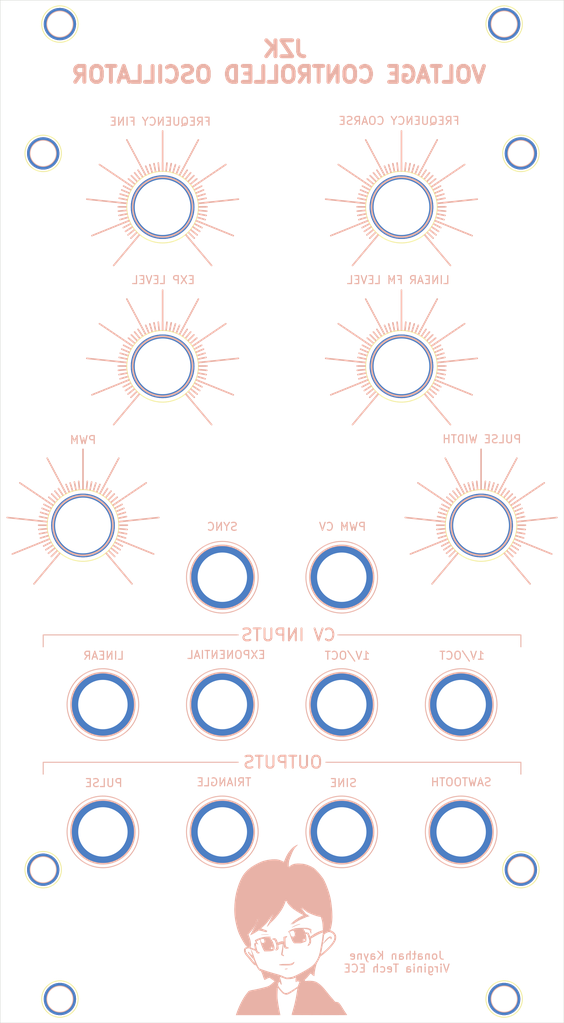
<source format=kicad_pcb>
(kicad_pcb (version 20171130) (host pcbnew "(5.1.0)-1")

  (general
    (thickness 1.6)
    (drawings 846)
    (tracks 0)
    (zones 0)
    (modules 25)
    (nets 25)
  )

  (page A4)
  (layers
    (0 F.Cu signal)
    (31 B.Cu signal)
    (32 B.Adhes user)
    (33 F.Adhes user)
    (34 B.Paste user)
    (35 F.Paste user)
    (36 B.SilkS user)
    (37 F.SilkS user)
    (38 B.Mask user)
    (39 F.Mask user)
    (40 Dwgs.User user)
    (41 Cmts.User user hide)
    (42 Eco1.User user)
    (43 Eco2.User user)
    (44 Edge.Cuts user)
    (45 Margin user)
    (46 B.CrtYd user)
    (47 F.CrtYd user)
    (48 B.Fab user hide)
    (49 F.Fab user hide)
  )

  (setup
    (last_trace_width 0.25)
    (trace_clearance 0.2)
    (zone_clearance 0.508)
    (zone_45_only no)
    (trace_min 0.2)
    (via_size 0.8)
    (via_drill 0.4)
    (via_min_size 0.4)
    (via_min_drill 0.3)
    (uvia_size 0.3)
    (uvia_drill 0.1)
    (uvias_allowed no)
    (uvia_min_size 0.2)
    (uvia_min_drill 0.1)
    (edge_width 0.05)
    (segment_width 0.2)
    (pcb_text_width 0.3)
    (pcb_text_size 1.5 1.5)
    (mod_edge_width 0.12)
    (mod_text_size 1 1)
    (mod_text_width 0.15)
    (pad_size 4.064 4.064)
    (pad_drill 3.2)
    (pad_to_mask_clearance 0.051)
    (solder_mask_min_width 0.25)
    (aux_axis_origin 0 0)
    (visible_elements 7FFFFFFF)
    (pcbplotparams
      (layerselection 0x010f0_ffffffff)
      (usegerberextensions true)
      (usegerberattributes false)
      (usegerberadvancedattributes false)
      (creategerberjobfile false)
      (excludeedgelayer true)
      (linewidth 0.100000)
      (plotframeref false)
      (viasonmask false)
      (mode 1)
      (useauxorigin false)
      (hpglpennumber 1)
      (hpglpenspeed 20)
      (hpglpendiameter 15.000000)
      (psnegative false)
      (psa4output false)
      (plotreference true)
      (plotvalue true)
      (plotinvisibletext false)
      (padsonsilk false)
      (subtractmaskfromsilk false)
      (outputformat 1)
      (mirror false)
      (drillshape 0)
      (scaleselection 1)
      (outputdirectory "Gerber/"))
  )

  (net 0 "")
  (net 1 "Net-(CN1-Pad1)")
  (net 2 "Net-(CN2-Pad1)")
  (net 3 "Net-(CN3-Pad1)")
  (net 4 "Net-(CN4-Pad1)")
  (net 5 "Net-(CN5-Pad1)")
  (net 6 "Net-(CN6-Pad1)")
  (net 7 "Net-(CN7-Pad1)")
  (net 8 "Net-(CN8-Pad1)")
  (net 9 "Net-(J5-Pad1)")
  (net 10 "Net-(J6-Pad1)")
  (net 11 "Net-(J7-Pad1)")
  (net 12 "Net-(J8-Pad1)")
  (net 13 "Net-(J9-Pad1)")
  (net 14 "Net-(J10-Pad1)")
  (net 15 "Net-(J11-Pad1)")
  (net 16 "Net-(J12-Pad1)")
  (net 17 "Net-(J13-Pad1)")
  (net 18 "Net-(J14-Pad1)")
  (net 19 "Net-(RV1-Pad1)")
  (net 20 "Net-(RV2-Pad1)")
  (net 21 "Net-(RV3-Pad1)")
  (net 22 "Net-(RV4-Pad1)")
  (net 23 "Net-(RV5-Pad1)")
  (net 24 "Net-(RV6-Pad1)")

  (net_class Default "This is the default net class."
    (clearance 0.2)
    (trace_width 0.25)
    (via_dia 0.8)
    (via_drill 0.4)
    (uvia_dia 0.3)
    (uvia_drill 0.1)
    (add_net "Net-(CN1-Pad1)")
    (add_net "Net-(CN2-Pad1)")
    (add_net "Net-(CN3-Pad1)")
    (add_net "Net-(CN4-Pad1)")
    (add_net "Net-(CN5-Pad1)")
    (add_net "Net-(CN6-Pad1)")
    (add_net "Net-(CN7-Pad1)")
    (add_net "Net-(CN8-Pad1)")
    (add_net "Net-(J10-Pad1)")
    (add_net "Net-(J11-Pad1)")
    (add_net "Net-(J12-Pad1)")
    (add_net "Net-(J13-Pad1)")
    (add_net "Net-(J14-Pad1)")
    (add_net "Net-(J5-Pad1)")
    (add_net "Net-(J6-Pad1)")
    (add_net "Net-(J7-Pad1)")
    (add_net "Net-(J8-Pad1)")
    (add_net "Net-(J9-Pad1)")
    (add_net "Net-(RV1-Pad1)")
    (add_net "Net-(RV2-Pad1)")
    (add_net "Net-(RV3-Pad1)")
    (add_net "Net-(RV4-Pad1)")
    (add_net "Net-(RV5-Pad1)")
    (add_net "Net-(RV6-Pad1)")
  )

  (module Synth:M3_Screw_Hole (layer F.Cu) (tedit 5CE95C19) (tstamp 5CE9FF3F)
    (at 110 125)
    (descr "3.2mm Screw hole")
    (tags DEV)
    (path /5D2D7FC7)
    (fp_text reference CN1 (at 0 -3.048) (layer F.Fab) hide
      (effects (font (size 1 1) (thickness 0.15)))
    )
    (fp_text value M3_Screw (at 0 3) (layer F.Fab) hide
      (effects (font (size 1 1) (thickness 0.15)))
    )
    (fp_circle (center 0 0) (end 2 0.8) (layer F.Fab) (width 0.1))
    (fp_circle (center 0 0) (end 2.6 0) (layer F.CrtYd) (width 0.05))
    (fp_circle (center 0 0) (end 0 -2.286) (layer F.SilkS) (width 0.12))
    (pad 1 thru_hole circle (at 0 0) (size 4.064 4.064) (drill 3.2) (layers *.Cu *.Mask)
      (net 1 "Net-(CN1-Pad1)"))
  )

  (module Synth:M3_Screw_Hole (layer F.Cu) (tedit 5CE95C19) (tstamp 5CE9FF47)
    (at 50 125)
    (descr "3.2mm Screw hole")
    (tags DEV)
    (path /5D2D8DA2)
    (fp_text reference CN2 (at 0 -3.048) (layer F.Fab) hide
      (effects (font (size 1 1) (thickness 0.15)))
    )
    (fp_text value M3_Screw (at 0 3) (layer F.Fab) hide
      (effects (font (size 1 1) (thickness 0.15)))
    )
    (fp_circle (center 0 0) (end 2 0.8) (layer F.Fab) (width 0.1))
    (fp_circle (center 0 0) (end 2.6 0) (layer F.CrtYd) (width 0.05))
    (fp_circle (center 0 0) (end 0 -2.286) (layer F.SilkS) (width 0.12))
    (pad 1 thru_hole circle (at 0 0) (size 4.064 4.064) (drill 3.2) (layers *.Cu *.Mask)
      (net 2 "Net-(CN2-Pad1)"))
  )

  (module Synth:M3_Screw_Hole (layer F.Cu) (tedit 5CE95C19) (tstamp 5CE9FF4F)
    (at 110 35)
    (descr "3.2mm Screw hole")
    (tags DEV)
    (path /5D2D892E)
    (fp_text reference CN3 (at 0 -3.048) (layer F.Fab) hide
      (effects (font (size 1 1) (thickness 0.15)))
    )
    (fp_text value M3_Screw (at 0 3) (layer F.Fab) hide
      (effects (font (size 1 1) (thickness 0.15)))
    )
    (fp_circle (center 0 0) (end 2 0.8) (layer F.Fab) (width 0.1))
    (fp_circle (center 0 0) (end 2.6 0) (layer F.CrtYd) (width 0.05))
    (fp_circle (center 0 0) (end 0 -2.286) (layer F.SilkS) (width 0.12))
    (pad 1 thru_hole circle (at 0 0) (size 4.064 4.064) (drill 3.2) (layers *.Cu *.Mask)
      (net 3 "Net-(CN3-Pad1)"))
  )

  (module Synth:M3_Screw_Hole (layer F.Cu) (tedit 5CE95C19) (tstamp 5CE9FF57)
    (at 50 35)
    (descr "3.2mm Screw hole")
    (tags DEV)
    (path /5D2D9223)
    (fp_text reference CN4 (at 0 -3.048) (layer F.Fab) hide
      (effects (font (size 1 1) (thickness 0.15)))
    )
    (fp_text value M3_Screw (at 0 3) (layer F.Fab) hide
      (effects (font (size 1 1) (thickness 0.15)))
    )
    (fp_circle (center 0 0) (end 2 0.8) (layer F.Fab) (width 0.1))
    (fp_circle (center 0 0) (end 2.6 0) (layer F.CrtYd) (width 0.05))
    (fp_circle (center 0 0) (end 0 -2.286) (layer F.SilkS) (width 0.12))
    (pad 1 thru_hole circle (at 0 0) (size 4.064 4.064) (drill 3.2) (layers *.Cu *.Mask)
      (net 4 "Net-(CN4-Pad1)"))
  )

  (module Synth:ChibiHead (layer B.Cu) (tedit 5CE9513C) (tstamp 5CEA3C99)
    (at 80.4 132.3 180)
    (path /5D2D9B0C)
    (fp_text reference PHOTO1 (at 0 0 180) (layer B.Fab) hide
      (effects (font (size 1.524 1.524) (thickness 0.3)) (justify mirror))
    )
    (fp_text value ChibiHead (at 0.75 0 180) (layer B.Fab) hide
      (effects (font (size 1.524 1.524) (thickness 0.3)) (justify mirror))
    )
    (fp_poly (pts (xy -5.572924 -1.113308) (xy -5.461978 -1.17318) (xy -5.338494 -1.266634) (xy -5.208945 -1.388487)
      (xy -5.079805 -1.533558) (xy -5.022561 -1.606341) (xy -4.954528 -1.699654) (xy -4.88861 -1.795755)
      (xy -4.830316 -1.885843) (xy -4.785151 -1.961114) (xy -4.758621 -2.012767) (xy -4.756235 -2.031999)
      (xy -4.75626 -2.032) (xy -4.776544 -2.014408) (xy -4.825172 -1.965849) (xy -4.895991 -1.89265)
      (xy -4.982851 -1.801135) (xy -5.038678 -1.741598) (xy -5.160593 -1.616543) (xy -5.281802 -1.50218)
      (xy -5.39609 -1.403493) (xy -5.497242 -1.325465) (xy -5.579044 -1.273079) (xy -5.63528 -1.251321)
      (xy -5.648953 -1.252217) (xy -5.672935 -1.280535) (xy -5.697862 -1.339209) (xy -5.702995 -1.356104)
      (xy -5.730017 -1.426907) (xy -5.757664 -1.446935) (xy -5.786774 -1.416216) (xy -5.81024 -1.359391)
      (xy -5.829851 -1.25099) (xy -5.810129 -1.166562) (xy -5.754143 -1.111751) (xy -5.664964 -1.0922)
      (xy -5.664858 -1.0922) (xy -5.572924 -1.113308)) (layer B.SilkS) (width 0.01))
    (fp_poly (pts (xy -1.711292 0.452287) (xy -1.600342 0.423356) (xy -1.474565 0.38179) (xy -1.341533 0.330274)
      (xy -1.208815 0.271492) (xy -1.08398 0.208128) (xy -0.974599 0.142864) (xy -0.9017 0.089775)
      (xy -0.855335 0.047652) (xy -0.850795 0.032229) (xy -0.886849 0.043245) (xy -0.962269 0.080438)
      (xy -1.0287 0.116777) (xy -1.134747 0.171495) (xy -1.261475 0.229617) (xy -1.397399 0.28667)
      (xy -1.531032 0.33818) (xy -1.650889 0.379675) (xy -1.745484 0.40668) (xy -1.793877 0.414785)
      (xy -1.851356 0.422211) (xy -1.879044 0.434675) (xy -1.879487 0.436439) (xy -1.858434 0.461513)
      (xy -1.799846 0.465901) (xy -1.711292 0.452287)) (layer B.SilkS) (width 0.01))
    (fp_poly (pts (xy 2.631337 -0.838762) (xy 2.773781 -0.843274) (xy 2.901934 -0.85047) (xy 2.9972 -0.859355)
      (xy 3.036641 -0.865984) (xy 3.033217 -0.871251) (xy 2.985289 -0.875239) (xy 2.891221 -0.878033)
      (xy 2.749376 -0.879718) (xy 2.591994 -0.880338) (xy 2.390027 -0.879735) (xy 2.238468 -0.8772)
      (xy 2.13696 -0.872716) (xy 2.085148 -0.866268) (xy 2.082675 -0.85784) (xy 2.083994 -0.857306)
      (xy 2.135361 -0.848036) (xy 2.226615 -0.84157) (xy 2.346919 -0.837885) (xy 2.485438 -0.836957)
      (xy 2.631337 -0.838762)) (layer B.SilkS) (width 0.01))
    (fp_poly (pts (xy -0.065902 -1.066109) (xy 0.0508 -1.101036) (xy 0.2159 -1.156239) (xy 0.209565 -1.454419)
      (xy 0.20861 -1.570578) (xy 0.210711 -1.665444) (xy 0.215447 -1.729137) (xy 0.222265 -1.751792)
      (xy 0.255179 -1.737322) (xy 0.2921 -1.712559) (xy 0.351233 -1.688804) (xy 0.435865 -1.69088)
      (xy 0.551089 -1.719693) (xy 0.702 -1.776148) (xy 0.739992 -1.792151) (xy 0.936785 -1.876383)
      (xy 0.979874 -1.744641) (xy 1.043535 -1.574782) (xy 1.110102 -1.451042) (xy 1.183775 -1.368754)
      (xy 1.268753 -1.323255) (xy 1.369236 -1.309878) (xy 1.3712 -1.309902) (xy 1.474613 -1.321773)
      (xy 1.553116 -1.349797) (xy 1.602432 -1.387648) (xy 1.618284 -1.429002) (xy 1.596396 -1.467531)
      (xy 1.532492 -1.496909) (xy 1.502021 -1.503422) (xy 1.426838 -1.5207) (xy 1.371213 -1.541327)
      (xy 1.360466 -1.548099) (xy 1.315768 -1.603254) (xy 1.264464 -1.694806) (xy 1.212583 -1.80995)
      (xy 1.166152 -1.93588) (xy 1.144825 -2.006172) (xy 1.10362 -2.191586) (xy 1.093224 -2.34849)
      (xy 1.114087 -2.489099) (xy 1.166658 -2.625634) (xy 1.167707 -2.627746) (xy 1.207206 -2.708877)
      (xy 1.225632 -2.757936) (xy 1.22468 -2.788262) (xy 1.206046 -2.813194) (xy 1.192867 -2.825719)
      (xy 1.156509 -2.854401) (xy 1.122178 -2.857988) (xy 1.068487 -2.837166) (xy 1.05366 -2.830189)
      (xy 0.975698 -2.780579) (xy 0.904155 -2.715851) (xy 0.898108 -2.708899) (xy 0.865605 -2.667055)
      (xy 0.847073 -2.627846) (xy 0.840039 -2.577022) (xy 0.842026 -2.500335) (xy 0.847796 -2.419255)
      (xy 0.855992 -2.318529) (xy 0.863516 -2.236322) (xy 0.869061 -2.186616) (xy 0.870142 -2.180141)
      (xy 0.849986 -2.163051) (xy 0.792226 -2.138827) (xy 0.708936 -2.110954) (xy 0.61219 -2.082918)
      (xy 0.514062 -2.058203) (xy 0.426625 -2.040295) (xy 0.361954 -2.032679) (xy 0.359123 -2.032626)
      (xy 0.32005 -2.037233) (xy 0.308061 -2.061955) (xy 0.315725 -2.120374) (xy 0.326491 -2.188131)
      (xy 0.339912 -2.287109) (xy 0.353399 -2.398002) (xy 0.355755 -2.418824) (xy 0.369663 -2.524893)
      (xy 0.390807 -2.663709) (xy 0.41645 -2.818205) (xy 0.443855 -2.971317) (xy 0.447298 -2.989667)
      (xy 0.473666 -3.131502) (xy 0.490741 -3.232532) (xy 0.499054 -3.301796) (xy 0.499132 -3.348331)
      (xy 0.491506 -3.381175) (xy 0.476703 -3.409365) (xy 0.472267 -3.416251) (xy 0.425801 -3.464117)
      (xy 0.359915 -3.505464) (xy 0.287121 -3.536114) (xy 0.219932 -3.551889) (xy 0.170858 -3.548613)
      (xy 0.1524 -3.523054) (xy 0.170518 -3.484937) (xy 0.216754 -3.431155) (xy 0.251242 -3.399152)
      (xy 0.350085 -3.314546) (xy 0.299273 -3.035223) (xy 0.261375 -2.745484) (xy 0.245254 -2.411932)
      (xy 0.244881 -2.381337) (xy 0.242572 -2.249934) (xy 0.238612 -2.138666) (xy 0.233473 -2.056392)
      (xy 0.227631 -2.011971) (xy 0.224827 -2.006687) (xy 0.214565 -2.029869) (xy 0.202696 -2.091133)
      (xy 0.191579 -2.177915) (xy 0.190279 -2.19075) (xy 0.166743 -2.351479) (xy 0.128776 -2.468184)
      (xy 0.070937 -2.546838) (xy -0.012209 -2.593414) (xy -0.126104 -2.613886) (xy -0.197084 -2.6162)
      (xy -0.312363 -2.607596) (xy -0.390058 -2.58328) (xy -0.425993 -2.545495) (xy -0.417009 -2.49811)
      (xy -0.373103 -2.459645) (xy -0.315409 -2.435759) (xy -0.233672 -2.416714) (xy -0.172064 -2.402606)
      (xy -0.126489 -2.378567) (xy -0.090837 -2.326518) (xy -0.064171 -2.242041) (xy -0.045553 -2.12072)
      (xy -0.034046 -1.958136) (xy -0.02871 -1.749873) (xy -0.028479 -1.726291) (xy -0.025089 -1.331682)
      (xy -0.139545 -1.219352) (xy -0.199421 -1.155708) (xy -0.240849 -1.102343) (xy -0.254 -1.074211)
      (xy -0.23193 -1.048954) (xy -0.16806 -1.046356) (xy -0.065902 -1.066109)) (layer B.SilkS) (width 0.01))
    (fp_poly (pts (xy -1.097905 -4.298899) (xy -1.039335 -4.335919) (xy -0.986529 -4.371564) (xy -0.899668 -4.427775)
      (xy -0.820172 -4.470585) (xy -0.739081 -4.501805) (xy -0.647438 -4.523246) (xy -0.536281 -4.53672)
      (xy -0.396654 -4.544038) (xy -0.219596 -4.547011) (xy -0.116614 -4.547431) (xy 0.150597 -4.550381)
      (xy 0.368063 -4.558321) (xy 0.53661 -4.571389) (xy 0.657059 -4.589723) (xy 0.730236 -4.613459)
      (xy 0.756964 -4.642735) (xy 0.738066 -4.677689) (xy 0.725395 -4.688009) (xy 0.68468 -4.69932)
      (xy 0.601378 -4.708602) (xy 0.483661 -4.71585) (xy 0.339702 -4.721057) (xy 0.177672 -4.724219)
      (xy 0.005744 -4.72533) (xy -0.16791 -4.724384) (xy -0.335117 -4.721375) (xy -0.487705 -4.716299)
      (xy -0.617502 -4.709149) (xy -0.716334 -4.69992) (xy -0.7747 -4.689035) (xy -0.85503 -4.660617)
      (xy -0.923958 -4.631168) (xy -0.934248 -4.625914) (xy -0.993647 -4.578481) (xy -1.055388 -4.50583)
      (xy -1.107736 -4.424819) (xy -1.13896 -4.352308) (xy -1.143 -4.325942) (xy -1.140927 -4.29648)
      (xy -1.128832 -4.286609) (xy -1.097905 -4.298899)) (layer B.SilkS) (width 0.01))
    (fp_poly (pts (xy -0.201231 -5.118025) (xy -0.18465 -5.120305) (xy -0.065495 -5.140672) (xy 0.009898 -5.160201)
      (xy 0.048479 -5.181022) (xy 0.056666 -5.1943) (xy 0.040707 -5.213675) (xy -0.010102 -5.223549)
      (xy -0.080697 -5.223875) (xy -0.156016 -5.214607) (xy -0.220997 -5.1957) (xy -0.22225 -5.195151)
      (xy -0.28789 -5.158339) (xy -0.304957 -5.130607) (xy -0.275416 -5.115866) (xy -0.201231 -5.118025)) (layer B.SilkS) (width 0.01))
    (fp_poly (pts (xy -1.500519 10.415344) (xy -1.422594 10.380601) (xy -1.330748 10.334764) (xy -1.234932 10.282726)
      (xy -1.145099 10.229382) (xy -1.0922 10.194646) (xy -0.985985 10.109623) (xy -0.86217 9.992283)
      (xy -0.730419 9.853171) (xy -0.600398 9.702832) (xy -0.481771 9.551813) (xy -0.409893 9.450154)
      (xy -0.261287 9.212918) (xy -0.130679 8.970194) (xy -0.009191 8.704652) (xy 0.063013 8.527181)
      (xy 0.106267 8.421381) (xy 0.143834 8.338174) (xy 0.171694 8.285884) (xy 0.185824 8.272836)
      (xy 0.185842 8.272865) (xy 0.222623 8.30365) (xy 0.296642 8.34582) (xy 0.396977 8.394589)
      (xy 0.51271 8.445171) (xy 0.63292 8.492779) (xy 0.746688 8.532628) (xy 0.8382 8.558782)
      (xy 1.04845 8.593151) (xy 1.295162 8.606836) (xy 1.568816 8.600746) (xy 1.859889 8.575789)
      (xy 2.158863 8.532873) (xy 2.456214 8.472907) (xy 2.742424 8.3968) (xy 2.8321 8.368529)
      (xy 2.979978 8.313345) (xy 3.159094 8.236065) (xy 3.358164 8.14239) (xy 3.565903 8.038017)
      (xy 3.771027 7.928645) (xy 3.96225 7.819972) (xy 4.128289 7.717697) (xy 4.1529 7.701556)
      (xy 4.443502 7.496053) (xy 4.700606 7.284954) (xy 4.928915 7.062) (xy 5.133137 6.820929)
      (xy 5.317976 6.555482) (xy 5.488137 6.2594) (xy 5.648327 5.926421) (xy 5.80325 5.550287)
      (xy 5.837208 5.460818) (xy 6.011855 4.948101) (xy 6.15139 4.433339) (xy 6.257981 3.905975)
      (xy 6.333797 3.355452) (xy 6.37762 2.829662) (xy 6.395271 2.333136) (xy 6.385243 1.864301)
      (xy 6.346335 1.407496) (xy 6.277351 0.947063) (xy 6.2067 0.5969) (xy 6.136069 0.290016)
      (xy 6.06835 0.02332) (xy 6.000004 -0.213386) (xy 5.927492 -0.430304) (xy 5.847273 -0.637631)
      (xy 5.755809 -0.845569) (xy 5.64956 -1.064317) (xy 5.589698 -1.1811) (xy 5.425628 -1.489011)
      (xy 5.277351 -1.751289) (xy 5.145132 -1.967529) (xy 5.029235 -2.137326) (xy 4.929925 -2.260278)
      (xy 4.847467 -2.33598) (xy 4.822449 -2.351336) (xy 4.770999 -2.386185) (xy 4.768056 -2.413736)
      (xy 4.814437 -2.435512) (xy 4.874271 -2.447749) (xy 4.989992 -2.489024) (xy 5.089526 -2.566336)
      (xy 5.155962 -2.666426) (xy 5.179133 -2.776407) (xy 5.173658 -2.913334) (xy 5.141276 -3.063445)
      (xy 5.087995 -3.203982) (xy 5.013025 -3.334617) (xy 4.901582 -3.481981) (xy 4.788702 -3.609935)
      (xy 4.687215 -3.723484) (xy 4.583133 -3.846782) (xy 4.490019 -3.963412) (xy 4.432084 -4.041535)
      (xy 4.357387 -4.140356) (xy 4.26009 -4.258473) (xy 4.153908 -4.379661) (xy 4.070774 -4.468964)
      (xy 3.976333 -4.565853) (xy 3.908455 -4.631247) (xy 3.859168 -4.670902) (xy 3.820497 -4.690577)
      (xy 3.78447 -4.696028) (xy 3.758243 -4.694628) (xy 3.712883 -4.692648) (xy 3.680594 -4.703393)
      (xy 3.651859 -4.736084) (xy 3.617156 -4.799944) (xy 3.588585 -4.858993) (xy 3.52089 -4.988528)
      (xy 3.446297 -5.111398) (xy 3.370043 -5.221033) (xy 3.297367 -5.310866) (xy 3.233507 -5.374327)
      (xy 3.183702 -5.404848) (xy 3.156784 -5.400451) (xy 3.126328 -5.399664) (xy 3.095259 -5.412094)
      (xy 3.052063 -5.456647) (xy 2.998986 -5.547906) (xy 2.937297 -5.683017) (xy 2.868264 -5.859126)
      (xy 2.793155 -6.073379) (xy 2.769379 -6.145427) (xy 2.725292 -6.275023) (xy 2.683405 -6.387746)
      (xy 2.647369 -6.474504) (xy 2.620839 -6.526202) (xy 2.61249 -6.535936) (xy 2.576611 -6.539184)
      (xy 2.513128 -6.517273) (xy 2.416426 -6.46804) (xy 2.373403 -6.443786) (xy 2.269594 -6.387492)
      (xy 2.169017 -6.338488) (xy 2.088838 -6.304973) (xy 2.069375 -6.298592) (xy 1.96705 -6.269129)
      (xy 1.688375 -6.464021) (xy 1.580836 -6.539895) (xy 1.485251 -6.608566) (xy 1.41104 -6.663179)
      (xy 1.367624 -6.696881) (xy 1.364057 -6.699972) (xy 1.336046 -6.730174) (xy 1.344218 -6.751317)
      (xy 1.389457 -6.776844) (xy 1.442466 -6.81291) (xy 1.514445 -6.87375) (xy 1.590238 -6.946509)
      (xy 1.593638 -6.950004) (xy 1.708066 -7.054563) (xy 1.846959 -7.161277) (xy 1.992848 -7.257957)
      (xy 2.128261 -7.332413) (xy 2.165862 -7.349276) (xy 2.240202 -7.375425) (xy 2.356381 -7.410195)
      (xy 2.506544 -7.451673) (xy 2.682837 -7.497942) (xy 2.877403 -7.547087) (xy 3.082387 -7.597191)
      (xy 3.289933 -7.646338) (xy 3.492188 -7.692614) (xy 3.681294 -7.734102) (xy 3.849397 -7.768886)
      (xy 3.988642 -7.79505) (xy 4.005482 -7.797933) (xy 4.21026 -7.835054) (xy 4.369885 -7.87047)
      (xy 4.489873 -7.906163) (xy 4.575735 -7.944114) (xy 4.632986 -7.986305) (xy 4.667139 -8.034719)
      (xy 4.667713 -8.035956) (xy 4.693904 -8.077092) (xy 4.745306 -8.146001) (xy 4.813806 -8.232111)
      (xy 4.871646 -8.301768) (xy 5.002963 -8.472455) (xy 5.144616 -8.684224) (xy 5.292642 -8.929408)
      (xy 5.443078 -9.200343) (xy 5.591961 -9.489365) (xy 5.735328 -9.788807) (xy 5.869214 -10.091006)
      (xy 5.989657 -10.388296) (xy 6.082983 -10.644441) (xy 6.195454 -10.9728) (xy 0.608632 -10.9728)
      (xy 0.6217 -10.91565) (xy 0.661098 -10.733954) (xy 0.704806 -10.516437) (xy 0.750596 -10.275618)
      (xy 0.796239 -10.024016) (xy 0.839507 -9.774153) (xy 0.87817 -9.538548) (xy 0.91 -9.329721)
      (xy 0.929518 -9.186603) (xy 0.950488 -9.016543) (xy 0.96588 -8.878367) (xy 0.976131 -8.759769)
      (xy 0.98168 -8.648442) (xy 0.982966 -8.532081) (xy 0.980427 -8.39838) (xy 0.9745 -8.235032)
      (xy 0.968444 -8.093578) (xy 0.960722 -7.927288) (xy 0.953035 -7.778691) (xy 0.945823 -7.655062)
      (xy 0.939528 -7.563673) (xy 0.93459 -7.511799) (xy 0.932626 -7.502759) (xy 0.914856 -7.516562)
      (xy 0.879581 -7.56293) (xy 0.846226 -7.61338) (xy 0.782876 -7.703675) (xy 0.696307 -7.813122)
      (xy 0.596112 -7.930957) (xy 0.491888 -8.046415) (xy 0.393228 -8.148731) (xy 0.309727 -8.227141)
      (xy 0.272515 -8.257067) (xy 0.151637 -8.326362) (xy 0.015339 -8.375695) (xy -0.117631 -8.399588)
      (xy -0.206726 -8.397082) (xy -0.283101 -8.377177) (xy -0.380384 -8.341675) (xy -0.458082 -8.307357)
      (xy -0.552572 -8.256652) (xy -0.677141 -8.182701) (xy -0.821048 -8.092497) (xy -0.973549 -7.993034)
      (xy -1.123904 -7.891302) (xy -1.261371 -7.794295) (xy -1.364705 -7.717186) (xy -1.439906 -7.659675)
      (xy -1.498054 -7.616631) (xy -1.52896 -7.595556) (xy -1.531234 -7.5946) (xy -1.530989 -7.618386)
      (xy -1.523023 -7.684869) (xy -1.508523 -7.786731) (xy -1.488674 -7.916654) (xy -1.464663 -8.067322)
      (xy -1.437677 -8.231417) (xy -1.408901 -8.401623) (xy -1.379522 -8.570621) (xy -1.350727 -8.731096)
      (xy -1.323701 -8.87573) (xy -1.322582 -8.881559) (xy -1.264279 -9.167529) (xy -1.196631 -9.470144)
      (xy -1.12309 -9.775468) (xy -1.047106 -10.069566) (xy -0.972134 -10.338504) (xy -0.915018 -10.526758)
      (xy -0.876904 -10.65205) (xy -0.846175 -10.763517) (xy -0.825552 -10.850476) (xy -0.817752 -10.902246)
      (xy -0.818014 -10.907758) (xy -0.8255 -10.9601) (xy -4.29895 -10.96654) (xy -4.714628 -10.9672)
      (xy -5.116109 -10.967621) (xy -5.500485 -10.96781) (xy -5.864849 -10.967776) (xy -6.206292 -10.967525)
      (xy -6.521906 -10.967065) (xy -6.808784 -10.966403) (xy -7.064017 -10.965548) (xy -7.284698 -10.964506)
      (xy -7.467919 -10.963286) (xy -7.610771 -10.961894) (xy -7.710347 -10.960338) (xy -7.763739 -10.958626)
      (xy -7.7724 -10.957551) (xy -7.758798 -10.931986) (xy -7.721594 -10.873028) (xy -7.666188 -10.788987)
      (xy -7.597985 -10.688174) (xy -7.58506 -10.669317) (xy -7.496109 -10.536867) (xy -7.401112 -10.390633)
      (xy -7.312801 -10.250444) (xy -7.25649 -10.157606) (xy -7.134507 -9.957825) (xy -7.017725 -9.779164)
      (xy -6.910246 -9.627354) (xy -6.816175 -9.508127) (xy -6.739617 -9.427212) (xy -6.723706 -9.41365)
      (xy -6.659693 -9.369179) (xy -6.594669 -9.343652) (xy -6.508351 -9.330466) (xy -6.457006 -9.326789)
      (xy -6.347779 -9.315418) (xy -6.27941 -9.295206) (xy -6.2484 -9.271798) (xy -6.217195 -9.234779)
      (xy -6.161596 -9.168668) (xy -6.08986 -9.083288) (xy -6.020981 -9.001252) (xy -5.922512 -8.884884)
      (xy -5.813852 -8.757974) (xy -5.711672 -8.639934) (xy -5.663722 -8.5852) (xy -5.589394 -8.498408)
      (xy -5.49389 -8.383234) (xy -5.386946 -8.251614) (xy -5.278294 -8.115479) (xy -5.218287 -8.0391)
      (xy -4.952427 -7.712759) (xy -4.700736 -7.4336) (xy -4.461891 -7.200426) (xy -4.23457 -7.012038)
      (xy -4.017451 -6.867238) (xy -3.882612 -6.800644) (xy -1.795341 -6.800644) (xy -1.79469 -6.802775)
      (xy -1.780192 -6.843742) (xy -1.752158 -6.919718) (xy -1.715205 -7.018266) (xy -1.689325 -7.0866)
      (xy -1.649675 -7.191261) (xy -1.61651 -7.279482) (xy -1.594213 -7.339568) (xy -1.587608 -7.358044)
      (xy -1.562083 -7.384893) (xy -1.499654 -7.43341) (xy -1.407064 -7.499271) (xy -1.291057 -7.578152)
      (xy -1.158376 -7.665727) (xy -1.015763 -7.757674) (xy -0.869962 -7.849667) (xy -0.727716 -7.937384)
      (xy -0.595768 -8.016499) (xy -0.480861 -8.082688) (xy -0.389738 -8.131628) (xy -0.3556 -8.148097)
      (xy -0.23116 -8.186491) (xy -0.092798 -8.200988) (xy 0.037913 -8.190579) (xy 0.108765 -8.169888)
      (xy 0.168674 -8.131699) (xy 0.251485 -8.061138) (xy 0.349526 -7.966401) (xy 0.455126 -7.855685)
      (xy 0.560614 -7.737188) (xy 0.65832 -7.619107) (xy 0.740572 -7.50964) (xy 0.775793 -7.457102)
      (xy 0.836262 -7.358092) (xy 0.872572 -7.286208) (xy 0.890044 -7.227203) (xy 0.893999 -7.166831)
      (xy 0.893176 -7.142775) (xy 0.884148 -7.023625) (xy 0.868059 -6.94309) (xy 0.840233 -6.88904)
      (xy 0.795998 -6.849346) (xy 0.775008 -6.836147) (xy 0.689787 -6.785866) (xy 0.620449 -6.949013)
      (xy 0.565039 -7.065812) (xy 0.517922 -7.13672) (xy 0.480211 -7.160285) (xy 0.464305 -7.152972)
      (xy 0.456714 -7.115845) (xy 0.461504 -7.039928) (xy 0.476793 -6.935186) (xy 0.500698 -6.811585)
      (xy 0.531335 -6.679092) (xy 0.566822 -6.54767) (xy 0.596719 -6.452135) (xy 0.631666 -6.34492)
      (xy 0.658203 -6.256791) (xy 0.673401 -6.197943) (xy 0.67529 -6.178624) (xy 0.659019 -6.175983)
      (xy 0.62086 -6.183291) (xy 0.555575 -6.202175) (xy 0.457927 -6.234265) (xy 0.32268 -6.281188)
      (xy 0.1651 -6.337225) (xy -0.1651 -6.455468) (xy -0.4953 -6.443563) (xy -0.723774 -6.42729)
      (xy -0.918274 -6.394184) (xy -1.093847 -6.340728) (xy -1.265137 -6.263615) (xy -1.317905 -6.239261)
      (xy -1.345174 -6.232408) (xy -1.3462 -6.233797) (xy -1.341301 -6.263453) (xy -1.328735 -6.326434)
      (xy -1.318126 -6.376806) (xy -1.305164 -6.470572) (xy -1.30198 -6.57362) (xy -1.307429 -6.673623)
      (xy -1.320369 -6.758255) (xy -1.339653 -6.815188) (xy -1.360438 -6.8326) (xy -1.392764 -6.810969)
      (xy -1.411687 -6.770229) (xy -1.433494 -6.725048) (xy -1.477666 -6.716269) (xy -1.494721 -6.718439)
      (xy -1.561349 -6.728128) (xy -1.649689 -6.740054) (xy -1.68521 -6.744635) (xy -1.7594 -6.757371)
      (xy -1.792783 -6.774274) (xy -1.795341 -6.800644) (xy -3.882612 -6.800644) (xy -3.813941 -6.766729)
      (xy -3.672445 -6.723691) (xy -3.494496 -6.691068) (xy -3.293522 -6.669652) (xy -3.082949 -6.660232)
      (xy -2.876204 -6.663598) (xy -2.686713 -6.680541) (xy -2.598382 -6.695193) (xy -2.542149 -6.701189)
      (xy -2.509444 -6.681692) (xy -2.481069 -6.625971) (xy -2.445007 -6.5405) (xy -2.600454 -6.397884)
      (xy -2.686294 -6.313329) (xy -2.786627 -6.205733) (xy -2.885375 -6.092627) (xy -2.929314 -6.039258)
      (xy -3.02014 -5.930777) (xy -3.102684 -5.840828) (xy -3.171733 -5.774263) (xy -3.222074 -5.735938)
      (xy -3.248492 -5.730706) (xy -3.2512 -5.739566) (xy -3.269489 -5.782654) (xy -3.31752 -5.840367)
      (xy -3.385042 -5.904548) (xy -3.461807 -5.967041) (xy -3.537562 -6.01969) (xy -3.602057 -6.054337)
      (xy -3.645042 -6.062825) (xy -3.652431 -6.058835) (xy -3.658629 -6.030414) (xy -3.666801 -5.96192)
      (xy -3.675831 -5.863987) (xy -3.683696 -5.760561) (xy -3.69929 -5.614375) (xy -3.727084 -5.433133)
      (xy -3.764369 -5.230342) (xy -3.808437 -5.019509) (xy -3.85658 -4.814142) (xy -3.906089 -4.627747)
      (xy -3.921086 -4.576609) (xy -3.949535 -4.503954) (xy -3.997405 -4.403743) (xy -4.057038 -4.291399)
      (xy -4.098565 -4.219038) (xy -4.166935 -4.097895) (xy -4.233449 -3.969851) (xy -4.288149 -3.854501)
      (xy -4.309353 -3.804178) (xy -4.353512 -3.702464) (xy -4.397243 -3.633045) (xy -4.452782 -3.579017)
      (xy -4.494291 -3.548713) (xy -4.616219 -3.459493) (xy -4.763627 -3.342558) (xy -4.926571 -3.2066)
      (xy -5.095105 -3.060315) (xy -5.259284 -2.912396) (xy -5.409163 -2.771537) (xy -5.534797 -2.646431)
      (xy -5.574425 -2.60449) (xy -5.792693 -2.361508) (xy -5.97308 -2.144984) (xy -6.118031 -1.950485)
      (xy -6.229994 -1.773581) (xy -6.311415 -1.609837) (xy -6.364741 -1.454821) (xy -6.392418 -1.3041)
      (xy -6.395334 -1.205791) (xy -6.181135 -1.205791) (xy -6.169496 -1.347222) (xy -6.135805 -1.482971)
      (xy -6.075669 -1.624644) (xy -5.984694 -1.783843) (xy -5.930782 -1.8669) (xy -5.815967 -2.023934)
      (xy -5.668481 -2.202619) (xy -5.496446 -2.394327) (xy -5.307982 -2.590431) (xy -5.11121 -2.782303)
      (xy -4.914251 -2.961315) (xy -4.843149 -3.022399) (xy -4.729612 -3.118219) (xy -4.630562 -3.201691)
      (xy -4.552072 -3.267706) (xy -4.500215 -3.311157) (xy -4.481064 -3.326934) (xy -4.481062 -3.326934)
      (xy -4.484879 -3.304134) (xy -4.496813 -3.242697) (xy -4.514682 -3.153732) (xy -4.524596 -3.10515)
      (xy -4.568457 -2.884222) (xy -4.613197 -2.646098) (xy -4.657401 -2.399398) (xy -4.699651 -2.152743)
      (xy -4.738532 -1.914754) (xy -4.772627 -1.694051) (xy -4.800519 -1.499254) (xy -4.820792 -1.338986)
      (xy -4.830313 -1.2446) (xy -4.845783 -1.081833) (xy -4.865235 -0.959953) (xy -4.894435 -0.869077)
      (xy -4.939147 -0.799323) (xy -5.005139 -0.740809) (xy -5.098175 -0.683653) (xy -5.18402 -0.63837)
      (xy -5.300801 -0.582349) (xy -5.363517 -0.559671) (xy -4.730376 -0.559671) (xy -4.712755 -0.806885)
      (xy -4.685913 -1.101488) (xy -4.645519 -1.415546) (xy -4.590136 -1.759179) (xy -4.534996 -2.0574)
      (xy -4.501785 -2.23053) (xy -4.467171 -2.41385) (xy -4.434341 -2.590292) (xy -4.406484 -2.742791)
      (xy -4.395067 -2.8067) (xy -4.325185 -3.148212) (xy -4.241648 -3.451264) (xy -4.140493 -3.727265)
      (xy -4.017753 -3.987622) (xy -3.93001 -4.144609) (xy -3.816618 -4.324348) (xy -3.700504 -4.48059)
      (xy -3.573166 -4.62173) (xy -3.426104 -4.756164) (xy -3.250818 -4.892285) (xy -3.038805 -5.038491)
      (xy -2.9972 -5.065799) (xy -2.80269 -5.188804) (xy -2.586066 -5.319032) (xy -2.354598 -5.452634)
      (xy -2.115555 -5.585762) (xy -1.876208 -5.714569) (xy -1.643826 -5.835206) (xy -1.425679 -5.943826)
      (xy -1.229036 -6.03658) (xy -1.061168 -6.109621) (xy -0.935629 -6.157024) (xy -0.827861 -6.186143)
      (xy -0.692835 -6.212729) (xy -0.544929 -6.234998) (xy -0.398521 -6.251169) (xy -0.267989 -6.259457)
      (xy -0.167713 -6.258079) (xy -0.143821 -6.255217) (xy -0.09027 -6.239603) (xy -0.004848 -6.207225)
      (xy 0.098627 -6.163529) (xy 0.163943 -6.133995) (xy 0.30456 -6.070466) (xy 0.435958 -6.015529)
      (xy 0.568495 -5.965639) (xy 0.712525 -5.917254) (xy 0.878404 -5.866829) (xy 1.076489 -5.81082)
      (xy 1.231969 -5.768517) (xy 1.465175 -5.703481) (xy 1.727146 -5.626593) (xy 2.004832 -5.541959)
      (xy 2.28518 -5.453687) (xy 2.55514 -5.365886) (xy 2.801661 -5.282661) (xy 3.006632 -5.209978)
      (xy 3.119761 -5.167572) (xy 3.196824 -5.134021) (xy 3.249667 -5.101299) (xy 3.290137 -5.061378)
      (xy 3.330079 -5.00623) (xy 3.348372 -4.9784) (xy 3.405066 -4.880112) (xy 3.473982 -4.742611)
      (xy 3.551293 -4.574879) (xy 3.606795 -4.446779) (xy 3.777937 -4.446779) (xy 3.792747 -4.441544)
      (xy 3.829706 -4.40693) (xy 3.893808 -4.339838) (xy 3.93811 -4.2926) (xy 4.032992 -4.186032)
      (xy 4.131444 -4.066899) (xy 4.216736 -3.955696) (xy 4.24121 -3.921245) (xy 4.310029 -3.828484)
      (xy 4.401674 -3.714703) (xy 4.503479 -3.595229) (xy 4.590296 -3.498761) (xy 4.756185 -3.304531)
      (xy 4.875527 -3.12928) (xy 4.948246 -2.973171) (xy 4.974266 -2.836368) (xy 4.95351 -2.719035)
      (xy 4.953206 -2.718298) (xy 4.92132 -2.666322) (xy 4.868001 -2.630329) (xy 4.79294 -2.603578)
      (xy 4.664414 -2.573135) (xy 4.561991 -2.569672) (xy 4.468399 -2.593729) (xy 4.421606 -2.615176)
      (xy 4.353453 -2.659136) (xy 4.318461 -2.71277) (xy 4.306069 -2.760729) (xy 4.291483 -2.821697)
      (xy 4.26483 -2.917995) (xy 4.229834 -3.036668) (xy 4.190214 -3.164763) (xy 4.188026 -3.171662)
      (xy 4.151562 -3.289922) (xy 4.122838 -3.389752) (xy 4.104401 -3.461776) (xy 4.098797 -3.496615)
      (xy 4.099355 -3.498222) (xy 4.120259 -3.485327) (xy 4.169994 -3.442142) (xy 4.241941 -3.374762)
      (xy 4.329479 -3.289283) (xy 4.366826 -3.251943) (xy 4.459789 -3.161113) (xy 4.541315 -3.086548)
      (xy 4.604397 -3.034276) (xy 4.642026 -3.010321) (xy 4.648246 -3.009928) (xy 4.672322 -3.052376)
      (xy 4.656124 -3.125221) (xy 4.599601 -3.228658) (xy 4.586392 -3.248684) (xy 4.525212 -3.333015)
      (xy 4.439538 -3.442529) (xy 4.339443 -3.565183) (xy 4.235 -3.688932) (xy 4.136283 -3.801733)
      (xy 4.053363 -3.891542) (xy 4.023814 -3.921318) (xy 3.968738 -3.987424) (xy 3.915117 -4.079997)
      (xy 3.859125 -4.206726) (xy 3.796937 -4.375297) (xy 3.794791 -4.3815) (xy 3.780283 -4.425731)
      (xy 3.777937 -4.446779) (xy 3.606795 -4.446779) (xy 3.633172 -4.385901) (xy 3.715789 -4.18466)
      (xy 3.795317 -3.980141) (xy 3.867927 -3.781326) (xy 3.90675 -3.668001) (xy 3.963027 -3.506331)
      (xy 4.027415 -3.33332) (xy 4.092752 -3.167556) (xy 4.151874 -3.027626) (xy 4.163427 -3.001954)
      (xy 4.213236 -2.890897) (xy 4.254128 -2.795854) (xy 4.281961 -2.726734) (xy 4.29259 -2.693445)
      (xy 4.2926 -2.693102) (xy 4.275412 -2.668536) (xy 4.233464 -2.672733) (xy 4.181175 -2.702126)
      (xy 4.15341 -2.727548) (xy 4.093639 -2.768255) (xy 4.001777 -2.805411) (xy 3.896476 -2.832989)
      (xy 3.796386 -2.844963) (xy 3.789699 -2.845064) (xy 3.751673 -2.869402) (xy 3.704765 -2.939632)
      (xy 3.675814 -2.997244) (xy 3.609118 -3.114398) (xy 3.540986 -3.181814) (xy 3.531025 -3.187479)
      (xy 3.433438 -3.220005) (xy 3.337552 -3.222023) (xy 3.260271 -3.194163) (xy 3.239948 -3.1766)
      (xy 3.211291 -3.123824) (xy 3.225685 -3.085913) (xy 3.271749 -3.073305) (xy 3.362672 -3.048573)
      (xy 3.441898 -2.976802) (xy 3.506485 -2.860993) (xy 3.522889 -2.817162) (xy 3.554281 -2.713105)
      (xy 3.590157 -2.575862) (xy 3.626556 -2.422342) (xy 3.659519 -2.26945) (xy 3.685085 -2.134096)
      (xy 3.690148 -2.103122) (xy 3.681843 -2.042192) (xy 3.640587 -2.009725) (xy 3.576808 -2.007743)
      (xy 3.500929 -2.038267) (xy 3.469187 -2.060295) (xy 3.420929 -2.093588) (xy 3.392322 -2.104654)
      (xy 3.390799 -2.103866) (xy 3.398757 -2.079388) (xy 3.428786 -2.023055) (xy 3.475083 -1.945482)
      (xy 3.493076 -1.91682) (xy 3.545224 -1.831682) (xy 3.584693 -1.761427) (xy 3.60485 -1.718064)
      (xy 3.606139 -1.712155) (xy 3.585143 -1.691113) (xy 3.529921 -1.656452) (xy 3.452986 -1.614455)
      (xy 3.366852 -1.571402) (xy 3.284031 -1.533576) (xy 3.217038 -1.507256) (xy 3.180705 -1.4986)
      (xy 3.160906 -1.507009) (xy 3.145161 -1.537934) (xy 3.131007 -1.599915) (xy 3.115978 -1.701494)
      (xy 3.111064 -1.7399) (xy 3.08736 -1.862864) (xy 3.045553 -2.013608) (xy 2.989981 -2.181174)
      (xy 2.924984 -2.354602) (xy 2.854898 -2.522934) (xy 2.784063 -2.675212) (xy 2.716817 -2.800477)
      (xy 2.657498 -2.887769) (xy 2.655865 -2.889713) (xy 2.585504 -2.972726) (xy 2.188102 -2.958913)
      (xy 2.015408 -2.952378) (xy 1.883794 -2.945464) (xy 1.783554 -2.936719) (xy 1.704977 -2.92469)
      (xy 1.638357 -2.907925) (xy 1.573985 -2.884974) (xy 1.508774 -2.857309) (xy 1.432681 -2.820244)
      (xy 1.391076 -2.785798) (xy 1.370549 -2.739665) (xy 1.363004 -2.701839) (xy 1.351494 -2.61533)
      (xy 1.351393 -2.611783) (xy 1.578397 -2.611783) (xy 1.615769 -2.665195) (xy 1.685181 -2.691601)
      (xy 1.7018 -2.6924) (xy 1.763742 -2.681311) (xy 1.798319 -2.661919) (xy 1.82179 -2.614423)
      (xy 1.8288 -2.5654) (xy 1.809637 -2.489214) (xy 1.760541 -2.445977) (xy 1.694099 -2.44084)
      (xy 1.6229 -2.478958) (xy 1.62125 -2.480436) (xy 1.578435 -2.545488) (xy 1.578397 -2.611783)
      (xy 1.351393 -2.611783) (xy 1.349235 -2.536288) (xy 1.357851 -2.452261) (xy 1.378965 -2.350797)
      (xy 1.414202 -2.219442) (xy 1.43551 -2.145859) (xy 1.493019 -1.960376) (xy 1.5478 -1.810971)
      (xy 1.582173 -1.736445) (xy 2.59613 -1.736445) (xy 2.605351 -1.79646) (xy 2.628586 -1.844157)
      (xy 2.649468 -1.859642) (xy 2.680493 -1.869627) (xy 2.709149 -1.89272) (xy 2.767518 -1.91803)
      (xy 2.849397 -1.911824) (xy 2.939959 -1.875919) (xy 2.963695 -1.861553) (xy 3.007525 -1.810456)
      (xy 3.040044 -1.718623) (xy 3.048366 -1.680734) (xy 3.065958 -1.594704) (xy 3.081119 -1.525315)
      (xy 3.088066 -1.496957) (xy 3.080238 -1.467982) (xy 3.034732 -1.440053) (xy 2.963435 -1.414407)
      (xy 2.852811 -1.383578) (xy 2.777369 -1.374738) (xy 2.72614 -1.388645) (xy 2.688155 -1.42606)
      (xy 2.68286 -1.433841) (xy 2.636188 -1.528462) (xy 2.605858 -1.635971) (xy 2.59613 -1.736445)
      (xy 1.582173 -1.736445) (xy 1.60646 -1.683788) (xy 1.675609 -1.56497) (xy 1.761854 -1.44066)
      (xy 1.789522 -1.403572) (xy 1.854493 -1.316684) (xy 1.891993 -1.261855) (xy 1.905245 -1.230663)
      (xy 1.897469 -1.214684) (xy 1.871887 -1.205496) (xy 1.865856 -1.203968) (xy 1.818758 -1.182873)
      (xy 1.8034 -1.161413) (xy 1.814384 -1.147154) (xy 1.820112 -1.151246) (xy 1.850383 -1.151349)
      (xy 1.875036 -1.136429) (xy 1.922987 -1.119988) (xy 2.011261 -1.11084) (xy 2.129957 -1.108622)
      (xy 2.269179 -1.112967) (xy 2.419029 -1.123511) (xy 2.569608 -1.139889) (xy 2.711018 -1.161736)
      (xy 2.746523 -1.168561) (xy 2.928972 -1.210307) (xy 3.10779 -1.260249) (xy 3.277604 -1.315925)
      (xy 3.433041 -1.374877) (xy 3.568731 -1.434643) (xy 3.679302 -1.492764) (xy 3.75938 -1.546779)
      (xy 3.803596 -1.594229) (xy 3.806576 -1.632653) (xy 3.791713 -1.647213) (xy 3.76554 -1.67838)
      (xy 3.72907 -1.738109) (xy 3.712105 -1.770062) (xy 3.658187 -1.876425) (xy 3.739651 -1.884362)
      (xy 3.8175 -1.911056) (xy 3.858444 -1.95913) (xy 3.873561 -1.992679) (xy 3.881027 -2.032619)
      (xy 3.880571 -2.089148) (xy 3.87192 -2.172461) (xy 3.854806 -2.292754) (xy 3.848462 -2.334436)
      (xy 3.829562 -2.471837) (xy 3.819551 -2.577318) (xy 3.8189 -2.644343) (xy 3.824625 -2.665254)
      (xy 3.852749 -2.66228) (xy 3.915564 -2.643379) (xy 4.001294 -2.613149) (xy 4.098161 -2.576187)
      (xy 4.194387 -2.537089) (xy 4.278195 -2.500452) (xy 4.337807 -2.470875) (xy 4.358983 -2.456682)
      (xy 4.356007 -2.431266) (xy 4.342455 -2.371394) (xy 4.326943 -2.311365) (xy 4.305029 -2.161827)
      (xy 4.308131 -1.977195) (xy 4.334902 -1.765799) (xy 4.383995 -1.535967) (xy 4.454061 -1.29603)
      (xy 4.521335 -1.10994) (xy 4.629195 -0.835581) (xy 4.579003 -0.77974) (xy 4.289913 -0.441178)
      (xy 4.044371 -0.116557) (xy 3.838779 0.199088) (xy 3.731175 0.389857) (xy 3.680498 0.48349)
      (xy 3.639812 0.555192) (xy 3.613985 0.596604) (xy 3.607287 0.602616) (xy 3.6195 0.566243)
      (xy 3.656844 0.48573) (xy 3.719318 0.361083) (xy 3.806917 0.192307) (xy 3.919639 -0.020591)
      (xy 4.037821 -0.241104) (xy 4.114127 -0.384107) (xy 4.182821 -0.515198) (xy 4.239939 -0.626619)
      (xy 4.281513 -0.710612) (xy 4.303577 -0.759416) (xy 4.305379 -0.764526) (xy 4.336499 -0.83207)
      (xy 4.363041 -0.86995) (xy 4.384607 -0.905258) (xy 4.372385 -0.9144) (xy 4.324474 -0.901434)
      (xy 4.242358 -0.865674) (xy 4.134545 -0.811825) (xy 4.009542 -0.744592) (xy 3.875857 -0.668679)
      (xy 3.741998 -0.588793) (xy 3.616473 -0.509639) (xy 3.509851 -0.437388) (xy 3.349402 -0.323316)
      (xy 3.172377 -0.352551) (xy 3.064043 -0.374412) (xy 2.931521 -0.406857) (xy 2.798652 -0.443923)
      (xy 2.761326 -0.455356) (xy 2.648166 -0.488927) (xy 2.542721 -0.516718) (xy 2.461427 -0.534534)
      (xy 2.43658 -0.538233) (xy 2.361712 -0.537037) (xy 2.317763 -0.518943) (xy 2.312103 -0.489239)
      (xy 2.334268 -0.464821) (xy 2.357721 -0.443918) (xy 2.33842 -0.443815) (xy 2.31775 -0.448725)
      (xy 2.272773 -0.450157) (xy 2.2606 -0.421159) (xy 2.268622 -0.398357) (xy 2.296339 -0.373425)
      (xy 2.34922 -0.343753) (xy 2.43274 -0.306731) (xy 2.552368 -0.25975) (xy 2.713578 -0.200199)
      (xy 2.756355 -0.184724) (xy 2.862774 -0.145272) (xy 2.948928 -0.111311) (xy 3.005164 -0.086784)
      (xy 3.022238 -0.0762) (xy 3.004341 -0.055728) (xy 2.955034 -0.008269) (xy 2.881192 0.059771)
      (xy 2.789689 0.141988) (xy 2.757135 0.170832) (xy 2.455588 0.459766) (xy 2.176551 0.772161)
      (xy 1.928181 1.09788) (xy 1.909284 1.127542) (xy 3.411161 1.127542) (xy 3.415133 1.098088)
      (xy 3.428374 1.04527) (xy 3.453608 0.968509) (xy 3.486143 0.879666) (xy 3.521286 0.790604)
      (xy 3.554345 0.713186) (xy 3.580628 0.659273) (xy 3.595441 0.640729) (xy 3.595922 0.641056)
      (xy 3.591683 0.667092) (xy 3.573035 0.729512) (xy 3.543446 0.817151) (xy 3.526475 0.864622)
      (xy 3.477235 0.998631) (xy 3.442826 1.088274) (xy 3.421506 1.137204) (xy 3.411532 1.149076)
      (xy 3.411161 1.127542) (xy 1.909284 1.127542) (xy 1.718634 1.426788) (xy 1.658125 1.5367)
      (xy 1.611254 1.623513) (xy 1.574605 1.687602) (xy 1.553369 1.720079) (xy 1.550141 1.721512)
      (xy 1.560737 1.675243) (xy 1.592912 1.589476) (xy 1.644252 1.469486) (xy 1.712342 1.320551)
      (xy 1.794768 1.147948) (xy 1.889116 0.956955) (xy 1.992971 0.752848) (xy 1.9961 0.746786)
      (xy 2.0759 0.591093) (xy 2.147295 0.44953) (xy 2.207113 0.328577) (xy 2.252178 0.234714)
      (xy 2.279316 0.174421) (xy 2.286 0.154974) (xy 2.273242 0.135088) (xy 2.235283 0.158612)
      (xy 2.172594 0.225121) (xy 2.085646 0.334189) (xy 2.080972 0.340353) (xy 1.994403 0.446537)
      (xy 1.892846 0.559176) (xy 1.797699 0.654582) (xy 1.794169 0.657853) (xy 1.554881 0.885776)
      (xy 1.342509 1.104726) (xy 1.140627 1.332226) (xy 0.981785 1.524509) (xy 0.794476 1.7653)
      (xy 1.524 1.7653) (xy 1.5367 1.7526) (xy 1.5494 1.7653) (xy 1.5367 1.778)
      (xy 1.524 1.7653) (xy 0.794476 1.7653) (xy 0.755207 1.81578) (xy 0.562867 2.085645)
      (xy 0.398955 2.343954) (xy 0.257662 2.600557) (xy 0.133178 2.865303) (xy 0.019694 3.148043)
      (xy 0.012053 3.16865) (xy -0.028122 3.273813) (xy -0.06314 3.358622) (xy -0.088817 3.413362)
      (xy -0.100051 3.429) (xy -0.118349 3.407963) (xy -0.151376 3.352617) (xy -0.192218 3.274614)
      (xy -0.195101 3.26879) (xy -0.273142 3.135227) (xy -0.381945 2.983258) (xy -0.511581 2.824892)
      (xy -0.652121 2.672136) (xy -0.793637 2.536996) (xy -0.816883 2.516804) (xy -0.972956 2.392287)
      (xy -1.163204 2.254771) (xy -1.375517 2.112193) (xy -1.597786 1.972492) (xy -1.817901 1.843606)
      (xy -1.969048 1.761546) (xy -2.291014 1.593491) (xy -2.015457 1.449876) (xy -1.771109 1.313576)
      (xy -1.528899 1.161768) (xy -1.297847 1.001072) (xy -1.086973 0.838106) (xy -0.905299 0.67949)
      (xy -0.761846 0.531845) (xy -0.757476 0.52678) (xy -0.702796 0.461731) (xy -0.675787 0.425023)
      (xy -0.678691 0.417536) (xy -0.71375 0.440148) (xy -0.783207 0.49374) (xy -0.887653 0.57785)
      (xy -0.97323 0.644609) (xy -1.023052 0.677497) (xy -1.036321 0.67686) (xy -1.012238 0.643046)
      (xy -0.950002 0.576402) (xy -0.932241 0.558498) (xy -0.871913 0.494033) (xy -0.831973 0.443192)
      (xy -0.82031 0.416138) (xy -0.820951 0.415184) (xy -0.846463 0.422573) (xy -0.898972 0.45688)
      (xy -0.967763 0.510986) (xy -0.977281 0.51905) (xy -1.058503 0.586224) (xy -1.103409 0.61795)
      (xy -1.111982 0.614228) (xy -1.084202 0.575057) (xy -1.038769 0.521584) (xy -0.997646 0.469658)
      (xy -0.980569 0.437237) (xy -0.984033 0.4318) (xy -1.017488 0.44887) (xy -1.053911 0.482391)
      (xy -1.14222 0.562602) (xy -1.271665 0.655977) (xy -1.435496 0.758729) (xy -1.508609 0.8001)
      (xy -1.4224 0.8001) (xy -1.4097 0.7874) (xy -1.397 0.8001) (xy -1.4097 0.8128)
      (xy -1.4224 0.8001) (xy -1.508609 0.8001) (xy -1.626961 0.867069) (xy -1.839309 0.97721)
      (xy -2.065788 1.085364) (xy -2.273904 1.176474) (xy -2.086766 1.176474) (xy -2.051515 1.153908)
      (xy -1.983319 1.116014) (xy -1.888447 1.066436) (xy -1.8796 1.061926) (xy -1.767678 1.003954)
      (xy -1.66702 0.949985) (xy -1.589526 0.90651) (xy -1.550099 0.882196) (xy -1.495403 0.847439)
      (xy -1.47445 0.840942) (xy -1.491087 0.861656) (xy -1.524 0.889309) (xy -1.580487 0.926899)
      (xy -1.668184 0.977744) (xy -1.773441 1.034741) (xy -1.882608 1.090788) (xy -1.982033 1.138781)
      (xy -2.058068 1.171619) (xy -2.0828 1.180067) (xy -2.086766 1.176474) (xy -2.273904 1.176474)
      (xy -2.299646 1.187743) (xy -2.34315 1.205736) (xy -2.408585 1.233341) (xy -2.252444 1.233341)
      (xy -2.2352 1.2192) (xy -2.188896 1.197707) (xy -2.1717 1.194578) (xy -2.167157 1.20506)
      (xy -2.1844 1.2192) (xy -2.230705 1.240694) (xy -2.2479 1.243823) (xy -2.252444 1.233341)
      (xy -2.408585 1.233341) (xy -2.455643 1.253193) (xy -2.474181 1.261534) (xy -2.328334 1.261534)
      (xy -2.324847 1.246434) (xy -2.3114 1.2446) (xy -2.290493 1.253894) (xy -2.294467 1.261534)
      (xy -2.324611 1.264574) (xy -2.328334 1.261534) (xy -2.474181 1.261534) (xy -2.530636 1.286934)
      (xy -2.404534 1.286934) (xy -2.401047 1.271834) (xy -2.3876 1.27) (xy -2.366693 1.279294)
      (xy -2.370667 1.286934) (xy -2.400811 1.289974) (xy -2.404534 1.286934) (xy -2.530636 1.286934)
      (xy -2.548746 1.295082) (xy -2.57501 1.3081) (xy -2.4892 1.3081) (xy -2.4765 1.2954)
      (xy -2.4638 1.3081) (xy -2.4765 1.3208) (xy -2.4892 1.3081) (xy -2.57501 1.3081)
      (xy -2.613563 1.327208) (xy -2.641202 1.345376) (xy -2.6416 1.346497) (xy -2.662031 1.3589)
      (xy -2.159 1.3589) (xy -2.1463 1.3462) (xy -2.1336 1.3589) (xy -2.1463 1.3716)
      (xy -2.159 1.3589) (xy -2.662031 1.3589) (xy -2.664443 1.360364) (xy -2.724082 1.378368)
      (xy -2.75105 1.3843) (xy -2.2098 1.3843) (xy -2.1971 1.3716) (xy -2.1844 1.3843)
      (xy -2.1971 1.397) (xy -2.2098 1.3843) (xy -2.75105 1.3843) (xy -2.80035 1.395144)
      (xy -2.891687 1.413234) (xy -2.967925 1.42964) (xy -3.006107 1.439072) (xy -3.037035 1.457978)
      (xy -3.035744 1.4605) (xy -2.5146 1.4605) (xy -2.5019 1.4478) (xy -2.4892 1.4605)
      (xy -2.5019 1.4732) (xy -2.5146 1.4605) (xy -3.035744 1.4605) (xy -3.02634 1.47887)
      (xy -2.982609 1.496007) (xy -2.914427 1.503649) (xy -2.909459 1.50368) (xy -2.851333 1.505574)
      (xy -2.844945 1.509683) (xy -2.482797 1.509683) (xy -2.446066 1.485239) (xy -2.383091 1.452773)
      (xy -2.3145 1.421933) (xy -2.260917 1.402364) (xy -2.2479 1.399829) (xy -2.245002 1.408725)
      (xy -2.26719 1.424569) (xy -2.319763 1.451792) (xy -2.381574 1.47937) (xy -2.438559 1.501752)
      (xy -2.476655 1.513385) (xy -2.482797 1.509683) (xy -2.844945 1.509683) (xy -2.836895 1.51486)
      (xy -2.859074 1.53695) (xy -2.862469 1.53963) (xy -2.888929 1.563215) (xy -2.876724 1.567552)
      (xy -2.8321 1.558917) (xy -2.780627 1.551303) (xy -2.773485 1.559126) (xy -2.799893 1.5748)
      (xy -2.6416 1.5748) (xy -2.632307 1.553893) (xy -2.624667 1.557867) (xy -2.621627 1.588011)
      (xy -2.624667 1.591734) (xy -2.639767 1.588247) (xy -2.6416 1.5748) (xy -2.799893 1.5748)
      (xy -2.807661 1.57941) (xy -2.880138 1.609183) (xy -2.884809 1.610903) (xy -2.936167 1.633026)
      (xy -2.951424 1.646991) (xy -2.943841 1.649211) (xy -2.892025 1.64239) (xy -2.82421 1.623471)
      (xy -2.823731 1.623304) (xy -2.760527 1.607452) (xy -2.717123 1.606823) (xy -2.702796 1.618584)
      (xy -2.726822 1.639905) (xy -2.732223 1.642534) (xy -2.582334 1.642534) (xy -2.578847 1.627434)
      (xy -2.5654 1.6256) (xy -2.544493 1.634894) (xy -2.548467 1.642534) (xy -2.578611 1.645574)
      (xy -2.582334 1.642534) (xy -2.732223 1.642534) (xy -2.7432 1.647877) (xy -2.784994 1.667389)
      (xy -2.781755 1.673165) (xy -2.730678 1.670116) (xy -2.7305 1.670102) (xy -2.673854 1.674479)
      (xy -2.660651 1.695728) (xy -2.64684 1.724012) (xy -2.632318 1.7272) (xy -2.60356 1.746796)
      (xy -2.551469 1.800665) (xy -2.481797 1.881431) (xy -2.400294 1.981717) (xy -2.312711 2.094145)
      (xy -2.224801 2.211339) (xy -2.142314 2.325922) (xy -2.071001 2.430517) (xy -2.01844 2.5146)
      (xy -2.024312 2.519692) (xy -2.060911 2.496709) (xy -2.120373 2.450611) (xy -2.122068 2.449219)
      (xy -2.206619 2.382606) (xy -2.311883 2.303732) (xy -2.416397 2.228647) (xy -2.4257 2.22216)
      (xy -2.513489 2.159525) (xy -2.589317 2.102521) (xy -2.63999 2.061151) (xy -2.647933 2.053672)
      (xy -2.723695 1.99441) (xy -2.84032 1.925139) (xy -2.98963 1.849118) (xy -3.163453 1.769604)
      (xy -3.353611 1.689857) (xy -3.551931 1.613135) (xy -3.750237 1.542696) (xy -3.940353 1.481799)
      (xy -4.114105 1.433701) (xy -4.263317 1.401662) (xy -4.297095 1.396363) (xy -4.386892 1.382941)
      (xy -4.454081 1.371601) (xy -4.485584 1.364571) (xy -4.486347 1.364121) (xy -4.494797 1.338664)
      (xy -4.513667 1.27311) (xy -4.540431 1.176481) (xy -4.572565 1.057804) (xy -4.583885 1.015464)
      (xy -4.629933 0.829316) (xy -4.66212 0.662264) (xy -4.684315 0.490505) (xy -4.699439 0.3048)
      (xy -4.712208 0.109392) (xy -4.721438 -0.041175) (xy -4.727034 -0.15274) (xy -4.728903 -0.231143)
      (xy -4.726949 -0.282227) (xy -4.72108 -0.311831) (xy -4.7112 -0.325797) (xy -4.697215 -0.329964)
      (xy -4.68919 -0.3302) (xy -4.634028 -0.340035) (xy -4.542961 -0.367003) (xy -4.426368 -0.407299)
      (xy -4.294628 -0.457118) (xy -4.15812 -0.512652) (xy -4.027222 -0.570098) (xy -3.998108 -0.583599)
      (xy -3.644903 -0.773281) (xy -3.330419 -0.993013) (xy -3.302 -1.015877) (xy -3.234813 -1.069499)
      (xy -3.181255 -1.110286) (xy -3.159236 -1.125453) (xy -3.136655 -1.111003) (xy -3.103424 -1.050369)
      (xy -3.061157 -0.946659) (xy -3.048822 -0.912839) (xy -2.994402 -0.776407) (xy -2.945274 -0.685369)
      (xy -2.909049 -0.645854) (xy -2.843199 -0.61734) (xy -2.756262 -0.597655) (xy -2.66649 -0.588836)
      (xy -2.59214 -0.592919) (xy -2.556408 -0.606522) (xy -2.530446 -0.617516) (xy -2.513519 -0.590419)
      (xy -2.50458 -0.552857) (xy -2.482554 -0.491821) (xy -2.439464 -0.406404) (xy -2.383941 -0.31344)
      (xy -2.374121 -0.29845) (xy -2.260196 -0.127) (xy -2.364358 -0.127) (xy -2.43541 -0.132267)
      (xy -2.536895 -0.146315) (xy -2.655259 -0.166509) (xy -2.776949 -0.190215) (xy -2.888411 -0.2148)
      (xy -2.976093 -0.23763) (xy -3.025272 -0.255429) (xy -3.055285 -0.291681) (xy -3.092658 -0.367302)
      (xy -3.13264 -0.472326) (xy -3.141774 -0.499803) (xy -3.185641 -0.62375) (xy -3.221382 -0.701612)
      (xy -3.247855 -0.7328) (xy -3.263915 -0.716726) (xy -3.268422 -0.652802) (xy -3.262463 -0.561909)
      (xy -3.255818 -0.430696) (xy -3.266542 -0.336541) (xy -3.277849 -0.301784) (xy -3.292968 -0.255637)
      (xy -3.29023 -0.219587) (xy -3.263209 -0.188579) (xy -3.205474 -0.157562) (xy -3.110599 -0.121483)
      (xy -3.002188 -0.085103) (xy -2.7813 -0.0127) (xy -2.1209 -0.01556) (xy -1.872034 -0.018045)
      (xy -1.665443 -0.023964) (xy -1.492651 -0.034558) (xy -1.345179 -0.051069) (xy -1.214551 -0.074737)
      (xy -1.092289 -0.106804) (xy -0.969917 -0.148511) (xy -0.838956 -0.201099) (xy -0.831233 -0.204375)
      (xy -0.692656 -0.268452) (xy -0.573474 -0.333437) (xy -0.478862 -0.395392) (xy -0.413994 -0.450377)
      (xy -0.384044 -0.494454) (xy -0.394187 -0.523684) (xy -0.405105 -0.528734) (xy -0.421005 -0.552644)
      (xy -0.41776 -0.560969) (xy -0.420024 -0.580651) (xy -0.449844 -0.582165) (xy -0.48776 -0.56658)
      (xy -0.500211 -0.556429) (xy -0.519017 -0.55457) (xy -0.534372 -0.594636) (xy -0.546125 -0.664379)
      (xy -0.564657 -0.753161) (xy -0.599548 -0.876959) (xy -0.646784 -1.024252) (xy -0.702353 -1.183519)
      (xy -0.762242 -1.343239) (xy -0.822439 -1.491891) (xy -0.876509 -1.6129) (xy -0.929326 -1.711482)
      (xy -0.987647 -1.801839) (xy -1.039212 -1.865054) (xy -1.041117 -1.8669) (xy -1.120913 -1.9431)
      (xy -1.9685 -1.9431) (xy -2.298681 -1.8288) (xy -2.430647 -1.782582) (xy -2.522217 -1.748189)
      (xy -2.581158 -1.72129) (xy -2.615237 -1.697556) (xy -2.632222 -1.67266) (xy -2.63988 -1.642273)
      (xy -2.640504 -1.6383) (xy -2.648536 -1.5367) (xy -2.4892 -1.5367) (xy -2.475445 -1.594988)
      (xy -2.45872 -1.62052) (xy -2.409201 -1.645967) (xy -2.3749 -1.651) (xy -2.316612 -1.637244)
      (xy -2.29108 -1.62052) (xy -2.265633 -1.571) (xy -2.2606 -1.5367) (xy -2.274356 -1.478411)
      (xy -2.29108 -1.45288) (xy -2.3406 -1.427432) (xy -2.3749 -1.4224) (xy -2.433189 -1.436155)
      (xy -2.45872 -1.45288) (xy -2.484168 -1.502399) (xy -2.4892 -1.5367) (xy -2.648536 -1.5367)
      (xy -2.651444 -1.49992) (xy -2.64926 -1.332493) (xy -2.635207 -1.155692) (xy -2.610544 -0.98919)
      (xy -2.594241 -0.9144) (xy -2.564608 -0.793218) (xy -2.561435 -0.778649) (xy -1.213135 -0.778649)
      (xy -1.209202 -0.898839) (xy -1.184256 -1.002117) (xy -1.139004 -1.074917) (xy -1.126842 -1.085169)
      (xy -1.053328 -1.113317) (xy -0.957248 -1.118468) (xy -0.860506 -1.102177) (xy -0.785011 -1.065997)
      (xy -0.778481 -1.06045) (xy -0.742339 -1.009695) (xy -0.70017 -0.924563) (xy -0.657622 -0.820117)
      (xy -0.620346 -0.71142) (xy -0.59399 -0.613534) (xy -0.5842 -0.54246) (xy -0.609493 -0.493241)
      (xy -0.685124 -0.44116) (xy -0.810729 -0.386436) (xy -0.896943 -0.356593) (xy -0.966673 -0.342228)
      (xy -1.022382 -0.354812) (xy -1.072623 -0.40048) (xy -1.125949 -0.485368) (xy -1.155135 -0.541812)
      (xy -1.195348 -0.655118) (xy -1.213135 -0.778649) (xy -2.561435 -0.778649) (xy -2.547724 -0.715716)
      (xy -2.543177 -0.676509) (xy -2.550557 -0.67021) (xy -2.569455 -0.691435) (xy -2.578179 -0.703604)
      (xy -2.628615 -0.749174) (xy -2.698785 -0.785267) (xy -2.702978 -0.786699) (xy -2.740313 -0.801468)
      (xy -2.769608 -0.823169) (xy -2.796033 -0.860543) (xy -2.824761 -0.922331) (xy -2.860966 -1.017275)
      (xy -2.894057 -1.109641) (xy -2.958418 -1.294777) (xy -3.004631 -1.441493) (xy -3.033095 -1.558662)
      (xy -3.044209 -1.655158) (xy -3.038371 -1.739855) (xy -3.015978 -1.821625) (xy -2.977431 -1.909342)
      (xy -2.9337 -1.992566) (xy -2.866083 -2.124291) (xy -2.828992 -2.21635) (xy -2.822631 -2.269838)
      (xy -2.847203 -2.285846) (xy -2.902912 -2.265467) (xy -2.976009 -2.219583) (xy -3.0447 -2.159346)
      (xy -3.116872 -2.076949) (xy -3.154955 -2.023656) (xy -3.20271 -1.940571) (xy -3.229942 -1.86389)
      (xy -3.243521 -1.770533) (xy -3.247163 -1.713917) (xy -3.24812 -1.607313) (xy -3.241641 -1.506852)
      (xy -3.23038 -1.439944) (xy -3.217977 -1.38042) (xy -3.219096 -1.348122) (xy -3.222113 -1.3462)
      (xy -3.250488 -1.334237) (xy -3.311835 -1.302175) (xy -3.395386 -1.255752) (xy -3.442316 -1.228837)
      (xy -3.556418 -1.162721) (xy -3.676151 -1.093317) (xy -3.779169 -1.033581) (xy -3.7973 -1.023063)
      (xy -3.873248 -0.981373) (xy -3.983263 -0.924088) (xy -4.115451 -0.857255) (xy -4.25792 -0.786919)
      (xy -4.340038 -0.747161) (xy -4.730376 -0.559671) (xy -5.363517 -0.559671) (xy -5.391242 -0.549646)
      (xy -5.471194 -0.535285) (xy -5.518457 -0.5334) (xy -5.673834 -0.5573) (xy -5.827056 -0.624472)
      (xy -5.967351 -0.728126) (xy -6.083949 -0.861468) (xy -6.114445 -0.909211) (xy -6.153281 -0.984364)
      (xy -6.173884 -1.055039) (xy -6.181105 -1.142806) (xy -6.181135 -1.205791) (xy -6.395334 -1.205791)
      (xy -6.396893 -1.153243) (xy -6.394895 -1.118017) (xy -6.367244 -0.95401) (xy -6.30554 -0.806381)
      (xy -6.203633 -0.662063) (xy -6.154099 -0.606453) (xy -6.075586 -0.535195) (xy -5.977501 -0.464071)
      (xy -5.873333 -0.401054) (xy -5.776573 -0.354115) (xy -5.70071 -0.331229) (xy -5.68667 -0.3302)
      (xy -5.660012 -0.326326) (xy -5.653783 -0.306202) (xy -5.667078 -0.257078) (xy -5.679021 -0.22259)
      (xy -5.774858 0.1003) (xy -5.848514 0.458652) (xy -5.898317 0.841452) (xy -5.922596 1.237685)
      (xy -5.924786 1.397) (xy -5.918158 1.715237) (xy -5.899294 2.067236) (xy -5.869686 2.437848)
      (xy -5.830823 2.811927) (xy -5.784194 3.174322) (xy -5.73129 3.509886) (xy -5.700924 3.673153)
      (xy -5.643713 3.926377) (xy -5.568119 4.206185) (xy -5.477596 4.503097) (xy -5.3756 4.807631)
      (xy -5.265586 5.110307) (xy -5.151009 5.401643) (xy -5.035325 5.67216) (xy -4.921988 5.912376)
      (xy -4.814455 6.112809) (xy -4.807465 6.124714) (xy -4.726605 6.249179) (xy -4.618264 6.397906)
      (xy -4.489413 6.562824) (xy -4.347023 6.735858) (xy -4.198063 6.908935) (xy -4.049505 7.073983)
      (xy -3.908318 7.222928) (xy -3.781473 7.347697) (xy -3.675941 7.440217) (xy -3.662751 7.45053)
      (xy -3.452179 7.592561) (xy -3.205391 7.726585) (xy -2.936951 7.846006) (xy -2.661424 7.944223)
      (xy -2.440357 8.004326) (xy -2.281746 8.032398) (xy -2.082526 8.053954) (xy -1.852594 8.06795)
      (xy -1.8288 8.068875) (xy -1.55437 8.071792) (xy -1.320367 8.057242) (xy -1.118837 8.023245)
      (xy -0.941826 7.967822) (xy -0.781381 7.888995) (xy -0.629547 7.784784) (xy -0.60356 7.764027)
      (xy -0.458126 7.64557) (xy -0.441334 7.712475) (xy -0.433892 7.780453) (xy -0.433585 7.88468)
      (xy -0.43939 8.011262) (xy -0.450285 8.146307) (xy -0.465245 8.275923) (xy -0.483249 8.386217)
      (xy -0.494567 8.435436) (xy -0.520314 8.517584) (xy -0.56216 8.636219) (xy -0.61609 8.781178)
      (xy -0.67809 8.9423) (xy -0.744148 9.109421) (xy -0.810248 9.272381) (xy -0.872376 9.421017)
      (xy -0.926519 9.545166) (xy -0.966794 9.630956) (xy -1.100638 9.869245) (xy -1.247033 10.077646)
      (xy -1.399075 10.246511) (xy -1.42374 10.269465) (xy -1.494411 10.336436) (xy -1.547395 10.392393)
      (xy -1.573532 10.427484) (xy -1.5748 10.431972) (xy -1.554571 10.434098) (xy -1.500519 10.415344)) (layer B.SilkS) (width 0.01))
  )

  (module Synth:M3_Screw_Hole (layer F.Cu) (tedit 5CE95C19) (tstamp 5CEA3849)
    (at 52.1 18.75)
    (descr "3.2mm Screw hole")
    (tags DEV)
    (path /5D34E92C)
    (fp_text reference CN5 (at 0 -3.048) (layer F.Fab) hide
      (effects (font (size 1 1) (thickness 0.15)))
    )
    (fp_text value M3_Screw (at 0 3) (layer F.Fab) hide
      (effects (font (size 1 1) (thickness 0.15)))
    )
    (fp_circle (center 0 0) (end 0 -2.286) (layer F.SilkS) (width 0.12))
    (fp_circle (center 0 0) (end 2.6 0) (layer F.CrtYd) (width 0.05))
    (fp_circle (center 0 0) (end 2 0.8) (layer F.Fab) (width 0.1))
    (pad 1 thru_hole circle (at 0 0) (size 4.064 4.064) (drill 3.2) (layers *.Cu *.Mask)
      (net 5 "Net-(CN5-Pad1)"))
  )

  (module Synth:M3_Screw_Hole (layer F.Cu) (tedit 5CE95C19) (tstamp 5CEA3851)
    (at 107.9 18.75)
    (descr "3.2mm Screw hole")
    (tags DEV)
    (path /5D34E940)
    (fp_text reference CN6 (at 0 -3.048) (layer F.Fab) hide
      (effects (font (size 1 1) (thickness 0.15)))
    )
    (fp_text value M3_Screw (at 0 3) (layer F.Fab) hide
      (effects (font (size 1 1) (thickness 0.15)))
    )
    (fp_circle (center 0 0) (end 0 -2.286) (layer F.SilkS) (width 0.12))
    (fp_circle (center 0 0) (end 2.6 0) (layer F.CrtYd) (width 0.05))
    (fp_circle (center 0 0) (end 2 0.8) (layer F.Fab) (width 0.1))
    (pad 1 thru_hole circle (at 0 0) (size 4.064 4.064) (drill 3.2) (layers *.Cu *.Mask)
      (net 6 "Net-(CN6-Pad1)"))
  )

  (module Synth:M3_Screw_Hole (layer F.Cu) (tedit 5CE95C19) (tstamp 5CEA3859)
    (at 52.1 141.25)
    (descr "3.2mm Screw hole")
    (tags DEV)
    (path /5D34E936)
    (fp_text reference CN7 (at 0 -3.048) (layer F.Fab) hide
      (effects (font (size 1 1) (thickness 0.15)))
    )
    (fp_text value M3_Screw (at 0 3) (layer F.Fab) hide
      (effects (font (size 1 1) (thickness 0.15)))
    )
    (fp_circle (center 0 0) (end 2 0.8) (layer F.Fab) (width 0.1))
    (fp_circle (center 0 0) (end 2.6 0) (layer F.CrtYd) (width 0.05))
    (fp_circle (center 0 0) (end 0 -2.286) (layer F.SilkS) (width 0.12))
    (pad 1 thru_hole circle (at 0 0) (size 4.064 4.064) (drill 3.2) (layers *.Cu *.Mask)
      (net 7 "Net-(CN7-Pad1)"))
  )

  (module Synth:M3_Screw_Hole (layer F.Cu) (tedit 5CE95C19) (tstamp 5CEA3861)
    (at 107.9 141.25)
    (descr "3.2mm Screw hole")
    (tags DEV)
    (path /5D34E94A)
    (fp_text reference CN8 (at 0 -3.048) (layer F.Fab) hide
      (effects (font (size 1 1) (thickness 0.15)))
    )
    (fp_text value M3_Screw (at 0 3) (layer F.Fab) hide
      (effects (font (size 1 1) (thickness 0.15)))
    )
    (fp_circle (center 0 0) (end 2 0.8) (layer F.Fab) (width 0.1))
    (fp_circle (center 0 0) (end 2.6 0) (layer F.CrtYd) (width 0.05))
    (fp_circle (center 0 0) (end 0 -2.286) (layer F.SilkS) (width 0.12))
    (pad 1 thru_hole circle (at 0 0) (size 4.064 4.064) (drill 3.2) (layers *.Cu *.Mask)
      (net 8 "Net-(CN8-Pad1)"))
  )

  (module Synth:M6_Screw_Hole (layer B.Cu) (tedit 5CE97F00) (tstamp 5CEA3862)
    (at 72.5 104.25)
    (descr "6.2mm Screw hole")
    (tags DEV)
    (path /5CE72D1A)
    (fp_text reference J5 (at 0.2 5.5) (layer B.Fab) hide
      (effects (font (size 1 1) (thickness 0.15)) (justify mirror))
    )
    (fp_text value 4832 (at 0.2 -5.3) (layer B.Fab) hide
      (effects (font (size 1 1) (thickness 0.15)) (justify mirror))
    )
    (fp_circle (center 0 0) (end 2 -0.8) (layer B.Fab) (width 0.1))
    (fp_circle (center 0 0) (end 2.6 0) (layer B.CrtYd) (width 0.05))
    (fp_circle (center 0 0) (end 4.5 0) (layer B.SilkS) (width 0.12))
    (pad 1 thru_hole circle (at 0 0) (size 8 8) (drill 6.2) (layers *.Cu *.Mask)
      (net 9 "Net-(J5-Pad1)"))
  )

  (module Synth:M6_Screw_Hole (layer B.Cu) (tedit 5CE97F00) (tstamp 5CEA3869)
    (at 57.5 104.25)
    (descr "6.2mm Screw hole")
    (tags DEV)
    (path /5CE79EF9)
    (fp_text reference J6 (at 0.2 5.5) (layer B.Fab) hide
      (effects (font (size 1 1) (thickness 0.15)) (justify mirror))
    )
    (fp_text value 4832 (at 0.2 -5.3) (layer B.Fab) hide
      (effects (font (size 1 1) (thickness 0.15)) (justify mirror))
    )
    (fp_circle (center 0 0) (end 4.5 0) (layer B.SilkS) (width 0.12))
    (fp_circle (center 0 0) (end 2.6 0) (layer B.CrtYd) (width 0.05))
    (fp_circle (center 0 0) (end 2 -0.8) (layer B.Fab) (width 0.1))
    (pad 1 thru_hole circle (at 0 0) (size 8 8) (drill 6.2) (layers *.Cu *.Mask)
      (net 10 "Net-(J6-Pad1)"))
  )

  (module Synth:M6_Screw_Hole (layer B.Cu) (tedit 5CE97F00) (tstamp 5CEA3870)
    (at 57.5 120.25)
    (descr "6.2mm Screw hole")
    (tags DEV)
    (path /5CE7BF26)
    (fp_text reference J7 (at 0.2 5.5) (layer B.Fab) hide
      (effects (font (size 1 1) (thickness 0.15)) (justify mirror))
    )
    (fp_text value 4832 (at 0.2 -5.3) (layer B.Fab) hide
      (effects (font (size 1 1) (thickness 0.15)) (justify mirror))
    )
    (fp_circle (center 0 0) (end 2 -0.8) (layer B.Fab) (width 0.1))
    (fp_circle (center 0 0) (end 2.6 0) (layer B.CrtYd) (width 0.05))
    (fp_circle (center 0 0) (end 4.5 0) (layer B.SilkS) (width 0.12))
    (pad 1 thru_hole circle (at 0 0) (size 8 8) (drill 6.2) (layers *.Cu *.Mask)
      (net 11 "Net-(J7-Pad1)"))
  )

  (module Synth:M6_Screw_Hole (layer B.Cu) (tedit 5CE97F00) (tstamp 5CEA3877)
    (at 102.5 120.25)
    (descr "6.2mm Screw hole")
    (tags DEV)
    (path /5CE7BF48)
    (fp_text reference J8 (at 0.2 5.5) (layer B.Fab) hide
      (effects (font (size 1 1) (thickness 0.15)) (justify mirror))
    )
    (fp_text value 4832 (at 0.2 -5.3) (layer B.Fab) hide
      (effects (font (size 1 1) (thickness 0.15)) (justify mirror))
    )
    (fp_circle (center 0 0) (end 4.5 0) (layer B.SilkS) (width 0.12))
    (fp_circle (center 0 0) (end 2.6 0) (layer B.CrtYd) (width 0.05))
    (fp_circle (center 0 0) (end 2 -0.8) (layer B.Fab) (width 0.1))
    (pad 1 thru_hole circle (at 0 0) (size 8 8) (drill 6.2) (layers *.Cu *.Mask)
      (net 12 "Net-(J8-Pad1)"))
  )

  (module Synth:M6_Screw_Hole (layer B.Cu) (tedit 5CE97F00) (tstamp 5CEA387E)
    (at 87.5 120.25)
    (descr "6.2mm Screw hole")
    (tags DEV)
    (path /5CE80D6D)
    (fp_text reference J9 (at 0.2 5.5) (layer B.Fab) hide
      (effects (font (size 1 1) (thickness 0.15)) (justify mirror))
    )
    (fp_text value 4832 (at 0.2 -5.3) (layer B.Fab) hide
      (effects (font (size 1 1) (thickness 0.15)) (justify mirror))
    )
    (fp_circle (center 0 0) (end 2 -0.8) (layer B.Fab) (width 0.1))
    (fp_circle (center 0 0) (end 2.6 0) (layer B.CrtYd) (width 0.05))
    (fp_circle (center 0 0) (end 4.5 0) (layer B.SilkS) (width 0.12))
    (pad 1 thru_hole circle (at 0 0) (size 8 8) (drill 6.2) (layers *.Cu *.Mask)
      (net 13 "Net-(J9-Pad1)"))
  )

  (module Synth:M6_Screw_Hole (layer B.Cu) (tedit 5CE97F00) (tstamp 5CEA3885)
    (at 72.5 120.25)
    (descr "6.2mm Screw hole")
    (tags DEV)
    (path /5CE80D8F)
    (fp_text reference J10 (at 0.2 5.5) (layer B.Fab) hide
      (effects (font (size 1 1) (thickness 0.15)) (justify mirror))
    )
    (fp_text value 4832 (at 0.2 -5.3) (layer B.Fab) hide
      (effects (font (size 1 1) (thickness 0.15)) (justify mirror))
    )
    (fp_circle (center 0 0) (end 4.5 0) (layer B.SilkS) (width 0.12))
    (fp_circle (center 0 0) (end 2.6 0) (layer B.CrtYd) (width 0.05))
    (fp_circle (center 0 0) (end 2 -0.8) (layer B.Fab) (width 0.1))
    (pad 1 thru_hole circle (at 0 0) (size 8 8) (drill 6.2) (layers *.Cu *.Mask)
      (net 14 "Net-(J10-Pad1)"))
  )

  (module Synth:M6_Screw_Hole (layer B.Cu) (tedit 5CE97F00) (tstamp 5CEA388C)
    (at 72.5 88.25)
    (descr "6.2mm Screw hole")
    (tags DEV)
    (path /5CE867F4)
    (fp_text reference J11 (at 0.2 5.5) (layer B.Fab) hide
      (effects (font (size 1 1) (thickness 0.15)) (justify mirror))
    )
    (fp_text value 4832 (at 0.2 -5.3) (layer B.Fab) hide
      (effects (font (size 1 1) (thickness 0.15)) (justify mirror))
    )
    (fp_circle (center 0 0) (end 2 -0.8) (layer B.Fab) (width 0.1))
    (fp_circle (center 0 0) (end 2.6 0) (layer B.CrtYd) (width 0.05))
    (fp_circle (center 0 0) (end 4.5 0) (layer B.SilkS) (width 0.12))
    (pad 1 thru_hole circle (at 0 0) (size 8 8) (drill 6.2) (layers *.Cu *.Mask)
      (net 15 "Net-(J11-Pad1)"))
  )

  (module Synth:M6_Screw_Hole (layer B.Cu) (tedit 5CE97F00) (tstamp 5CEA3893)
    (at 87.5 88.25)
    (descr "6.2mm Screw hole")
    (tags DEV)
    (path /5CE97D80)
    (fp_text reference J12 (at 0.2 5.5) (layer B.Fab) hide
      (effects (font (size 1 1) (thickness 0.15)) (justify mirror))
    )
    (fp_text value 4832 (at 0.2 -5.3) (layer B.Fab) hide
      (effects (font (size 1 1) (thickness 0.15)) (justify mirror))
    )
    (fp_circle (center 0 0) (end 4.5 0) (layer B.SilkS) (width 0.12))
    (fp_circle (center 0 0) (end 2.6 0) (layer B.CrtYd) (width 0.05))
    (fp_circle (center 0 0) (end 2 -0.8) (layer B.Fab) (width 0.1))
    (pad 1 thru_hole circle (at 0 0) (size 8 8) (drill 6.2) (layers *.Cu *.Mask)
      (net 16 "Net-(J12-Pad1)"))
  )

  (module Synth:M6_Screw_Hole (layer B.Cu) (tedit 5CE97F00) (tstamp 5CEA389A)
    (at 87.5 104.25)
    (descr "6.2mm Screw hole")
    (tags DEV)
    (path /5CEA83BB)
    (fp_text reference J13 (at 0.2 5.5) (layer B.Fab) hide
      (effects (font (size 1 1) (thickness 0.15)) (justify mirror))
    )
    (fp_text value 4832 (at 0.2 -5.3) (layer B.Fab) hide
      (effects (font (size 1 1) (thickness 0.15)) (justify mirror))
    )
    (fp_circle (center 0 0) (end 4.5 0) (layer B.SilkS) (width 0.12))
    (fp_circle (center 0 0) (end 2.6 0) (layer B.CrtYd) (width 0.05))
    (fp_circle (center 0 0) (end 2 -0.8) (layer B.Fab) (width 0.1))
    (pad 1 thru_hole circle (at 0 0) (size 8 8) (drill 6.2) (layers *.Cu *.Mask)
      (net 17 "Net-(J13-Pad1)"))
  )

  (module Synth:M6_Screw_Hole (layer B.Cu) (tedit 5CE97F00) (tstamp 5CEA38A1)
    (at 102.5 104.25)
    (descr "6.2mm Screw hole")
    (tags DEV)
    (path /5CEAC4B7)
    (fp_text reference J14 (at 0.2 5.5) (layer B.Fab) hide
      (effects (font (size 1 1) (thickness 0.15)) (justify mirror))
    )
    (fp_text value 4832 (at 0.2 -5.3) (layer B.Fab) hide
      (effects (font (size 1 1) (thickness 0.15)) (justify mirror))
    )
    (fp_circle (center 0 0) (end 2 -0.8) (layer B.Fab) (width 0.1))
    (fp_circle (center 0 0) (end 2.6 0) (layer B.CrtYd) (width 0.05))
    (fp_circle (center 0 0) (end 4.5 0) (layer B.SilkS) (width 0.12))
    (pad 1 thru_hole circle (at 0 0) (size 8 8) (drill 6.2) (layers *.Cu *.Mask)
      (net 18 "Net-(J14-Pad1)"))
  )

  (module Synth:PTV09A_Screw_Hole (layer F.Cu) (tedit 5CE98005) (tstamp 5CEA38AF)
    (at 65 61.75)
    (descr "7mm Screw hole")
    (tags DEV)
    (path /5CE6048B)
    (fp_text reference RV1 (at 0.25 -5.35) (layer F.Fab) hide
      (effects (font (size 1 1) (thickness 0.15)))
    )
    (fp_text value 25k (at 0.5 5.5) (layer F.Fab) hide
      (effects (font (size 1 1) (thickness 0.15)))
    )
    (fp_circle (center 0 0) (end 4.5 0) (layer F.SilkS) (width 0.12))
    (fp_circle (center 0 0) (end 2.6 0) (layer F.CrtYd) (width 0.05))
    (fp_circle (center 0 0) (end 2 0.8) (layer F.Fab) (width 0.1))
    (pad 1 thru_hole circle (at 0 0) (size 8 8) (drill 7) (layers *.Cu *.Mask)
      (net 19 "Net-(RV1-Pad1)"))
  )

  (module Synth:PTV09A_Screw_Hole (layer F.Cu) (tedit 5CE98005) (tstamp 5CEA38B7)
    (at 55 81.75)
    (descr "7mm Screw hole")
    (tags DEV)
    (path /5CE63B49)
    (fp_text reference RV2 (at 0.25 -5.35) (layer F.Fab) hide
      (effects (font (size 1 1) (thickness 0.15)))
    )
    (fp_text value 25k (at 0.5 5.5) (layer F.Fab) hide
      (effects (font (size 1 1) (thickness 0.15)))
    )
    (fp_circle (center 0 0) (end 4.5 0) (layer F.SilkS) (width 0.12))
    (fp_circle (center 0 0) (end 2.6 0) (layer F.CrtYd) (width 0.05))
    (fp_circle (center 0 0) (end 2 0.8) (layer F.Fab) (width 0.1))
    (pad 1 thru_hole circle (at 0 0) (size 8 8) (drill 7) (layers *.Cu *.Mask)
      (net 20 "Net-(RV2-Pad1)"))
  )

  (module Synth:PTV09A_Screw_Hole (layer F.Cu) (tedit 5CE98005) (tstamp 5CEA38BF)
    (at 95 61.75)
    (descr "7mm Screw hole")
    (tags DEV)
    (path /5CE673A7)
    (fp_text reference RV3 (at 0.25 -5.35) (layer F.Fab) hide
      (effects (font (size 1 1) (thickness 0.15)))
    )
    (fp_text value 25k (at 0.5 5.5) (layer F.Fab) hide
      (effects (font (size 1 1) (thickness 0.15)))
    )
    (fp_circle (center 0 0) (end 2 0.8) (layer F.Fab) (width 0.1))
    (fp_circle (center 0 0) (end 2.6 0) (layer F.CrtYd) (width 0.05))
    (fp_circle (center 0 0) (end 4.5 0) (layer F.SilkS) (width 0.12))
    (pad 1 thru_hole circle (at 0 0) (size 8 8) (drill 7) (layers *.Cu *.Mask)
      (net 21 "Net-(RV3-Pad1)"))
  )

  (module Synth:PTV09A_Screw_Hole (layer F.Cu) (tedit 5CE98005) (tstamp 5CEA38C7)
    (at 105 81.75)
    (descr "7mm Screw hole")
    (tags DEV)
    (path /5CE9EC23)
    (fp_text reference RV4 (at 0.25 -5.35) (layer F.Fab) hide
      (effects (font (size 1 1) (thickness 0.15)))
    )
    (fp_text value 25k (at 0.5 5.5) (layer F.Fab) hide
      (effects (font (size 1 1) (thickness 0.15)))
    )
    (fp_circle (center 0 0) (end 2 0.8) (layer F.Fab) (width 0.1))
    (fp_circle (center 0 0) (end 2.6 0) (layer F.CrtYd) (width 0.05))
    (fp_circle (center 0 0) (end 4.5 0) (layer F.SilkS) (width 0.12))
    (pad 1 thru_hole circle (at 0 0) (size 8 8) (drill 7) (layers *.Cu *.Mask)
      (net 22 "Net-(RV4-Pad1)"))
  )

  (module Synth:PTV09A_Screw_Hole (layer F.Cu) (tedit 5CE98005) (tstamp 5CEA38CF)
    (at 65 41.75)
    (descr "7mm Screw hole")
    (tags DEV)
    (path /5CEA83D4)
    (fp_text reference RV5 (at 0.25 -5.35) (layer F.Fab) hide
      (effects (font (size 1 1) (thickness 0.15)))
    )
    (fp_text value 25k (at 0.5 5.5) (layer F.Fab) hide
      (effects (font (size 1 1) (thickness 0.15)))
    )
    (fp_circle (center 0 0) (end 2 0.8) (layer F.Fab) (width 0.1))
    (fp_circle (center 0 0) (end 2.6 0) (layer F.CrtYd) (width 0.05))
    (fp_circle (center 0 0) (end 4.5 0) (layer F.SilkS) (width 0.12))
    (pad 1 thru_hole circle (at 0 0) (size 8 8) (drill 7) (layers *.Cu *.Mask)
      (net 23 "Net-(RV5-Pad1)"))
  )

  (module Synth:PTV09A_Screw_Hole (layer F.Cu) (tedit 5CE98005) (tstamp 5CEA38D7)
    (at 95 41.75)
    (descr "7mm Screw hole")
    (tags DEV)
    (path /5CEAC4D0)
    (fp_text reference RV6 (at 0.25 -5.35) (layer F.Fab) hide
      (effects (font (size 1 1) (thickness 0.15)))
    )
    (fp_text value 25k (at 0.5 5.5) (layer F.Fab) hide
      (effects (font (size 1 1) (thickness 0.15)))
    )
    (fp_circle (center 0 0) (end 4.5 0) (layer F.SilkS) (width 0.12))
    (fp_circle (center 0 0) (end 2.6 0) (layer F.CrtYd) (width 0.05))
    (fp_circle (center 0 0) (end 2 0.8) (layer F.Fab) (width 0.1))
    (pad 1 thru_hole circle (at 0 0) (size 8 8) (drill 7) (layers *.Cu *.Mask)
      (net 24 "Net-(RV6-Pad1)"))
  )

  (gr_line (start 50 111.5) (end 50 113) (layer B.SilkS) (width 0.12) (tstamp 5CEA3CD9))
  (gr_line (start 74.5 111.5) (end 50 111.5) (layer B.SilkS) (width 0.12) (tstamp 5CEA3CD8))
  (gr_line (start 85.5 111.5) (end 110 111.5) (layer B.SilkS) (width 0.12) (tstamp 5CEA3CCB))
  (gr_line (start 110 111.5) (end 110 113) (layer B.SilkS) (width 0.12) (tstamp 5CEA3CCA))
  (gr_line (start 110 95.5) (end 110 97) (layer B.SilkS) (width 0.12))
  (gr_line (start 87 95.5) (end 110 95.5) (layer B.SilkS) (width 0.12))
  (gr_line (start 50 95.5) (end 50 97) (layer B.SilkS) (width 0.12))
  (gr_line (start 74.5 95.5) (end 50 95.5) (layer B.SilkS) (width 0.12))
  (gr_text OUTPUTS (at 80.1 111.5) (layer B.SilkS) (tstamp 5CEA3CB9)
    (effects (font (size 1.5 1.5) (thickness 0.25)) (justify mirror))
  )
  (gr_text "CV INPUTS" (at 80.8 95.5) (layer B.SilkS)
    (effects (font (size 1.5 1.5) (thickness 0.25)) (justify mirror))
  )
  (gr_circle (center 105 81.75) (end 108.75 81.75) (layer B.SilkS) (width 0.2))
  (gr_circle (center 57.5 120.25) (end 61.499999 120.25) (layer B.SilkS) (width 0.2))
  (gr_circle (center 72.5 120.25) (end 76.5 120.25) (layer B.SilkS) (width 0.2))
  (gr_circle (center 87.5 120.25) (end 91.5 120.25) (layer B.SilkS) (width 0.2))
  (gr_circle (center 95 41.75) (end 98.75 41.75) (layer B.SilkS) (width 0.2))
  (gr_circle (center 65 61.75) (end 68.75 61.75) (layer B.SilkS) (width 0.2))
  (gr_circle (center 95 61.75) (end 98.75 61.75) (layer B.SilkS) (width 0.2))
  (gr_circle (center 55 81.75) (end 58.75 81.75) (layer B.SilkS) (width 0.2))
  (gr_circle (center 102.5 104.25) (end 106.5 104.25) (layer B.SilkS) (width 0.2))
  (gr_circle (center 72.5 88.25) (end 76.5 88.25) (layer B.SilkS) (width 0.2))
  (gr_circle (center 87.5 88.25) (end 91.5 88.25) (layer B.SilkS) (width 0.2))
  (gr_circle (center 102.5 120.25) (end 106.5 120.25) (layer B.SilkS) (width 0.2))
  (gr_circle (center 57.5 104.25) (end 61.5 104.25) (layer B.SilkS) (width 0.2))
  (gr_circle (center 72.5 104.25) (end 76.5 104.25) (layer B.SilkS) (width 0.2))
  (gr_circle (center 87.5 104.25) (end 91.5 104.25) (layer B.SilkS) (width 0.2))
  (gr_circle (center 65 41.75) (end 68.75 41.75) (layer B.SilkS) (width 0.2))
  (gr_circle (center 50 35) (end 51.599999 35) (layer B.SilkS) (width 0.2))
  (gr_circle (center 50 125) (end 51.599999 125) (layer B.SilkS) (width 0.2))
  (gr_circle (center 52.1 141.25) (end 53.7 141.25) (layer B.SilkS) (width 0.2))
  (gr_circle (center 52.1 18.75) (end 53.7 18.75) (layer B.SilkS) (width 0.2))
  (gr_circle (center 107.9 18.75) (end 109.5 18.75) (layer B.SilkS) (width 0.2))
  (gr_circle (center 107.9 141.25) (end 109.5 141.25) (layer B.SilkS) (width 0.2))
  (gr_circle (center 110 125) (end 111.6 125) (layer B.SilkS) (width 0.2))
  (gr_circle (center 110 35) (end 111.6 35) (layer B.SilkS) (width 0.2))
  (gr_line (start 100.97802 79.575323) (end 100.098372 79.099699) (layer B.SilkS) (width 0.2))
  (gr_line (start 105 76.177743) (end 105 72.177743) (layer B.SilkS) (width 0.2))
  (gr_line (start 107.146544 77.712936) (end 107.616016 76.829989) (layer B.SilkS) (width 0.2))
  (gr_line (start 107.146544 77.712936) (end 109.493902 73.298198) (layer B.SilkS) (width 0.2))
  (gr_line (start 100.760677 83.462797) (end 99.833493 83.837404) (layer B.SilkS) (width 0.2))
  (gr_line (start 109.547209 81.272069) (end 110.541731 81.16754) (layer B.SilkS) (width 0.2))
  (gr_line (start 100.760677 83.462797) (end 96.124757 85.33583) (layer B.SilkS) (width 0.2))
  (gr_line (start 103.678472 77.372889) (end 103.38944 76.415569) (layer B.SilkS) (width 0.2))
  (gr_line (start 103.257648 77.522737) (end 102.876577 76.598191) (layer B.SilkS) (width 0.2))
  (gr_line (start 107.8898 78.206754) (end 108.521829 77.43181) (layer B.SilkS) (width 0.2))
  (gr_line (start 100.948049 83.868308) (end 100.061845 84.331604) (layer B.SilkS) (width 0.2))
  (gr_line (start 109.05195 83.868308) (end 109.938154 84.331604) (layer B.SilkS) (width 0.2))
  (gr_line (start 108.790572 79.193226) (end 109.61961 78.634033) (layer B.SilkS) (width 0.2))
  (gr_line (start 105 77.177743) (end 105 76.177743) (layer B.SilkS) (width 0.2))
  (gr_line (start 101.778231 78.50566) (end 101.073597 77.796089) (layer B.SilkS) (width 0.2))
  (gr_line (start 101.436666 84.614993) (end 100.657328 85.241597) (layer B.SilkS) (width 0.2))
  (gr_line (start 100.52113 80.83062) (end 99.541555 80.629542) (layer B.SilkS) (width 0.2))
  (gr_line (start 107.93899 85.252552) (end 108.581777 86.018596) (layer B.SilkS) (width 0.2))
  (gr_line (start 109.572145 81.718079) (end 110.572121 81.711098) (layer B.SilkS) (width 0.2))
  (gr_line (start 101.477015 78.835533) (end 100.706502 78.198109) (layer B.SilkS) (width 0.2))
  (gr_line (start 109.491269 82.606755) (end 110.473556 82.794136) (layer B.SilkS) (width 0.2))
  (gr_line (start 109.547209 81.272069) (end 114.519819 80.749426) (layer B.SilkS) (width 0.2))
  (gr_line (start 102.469751 77.94167) (end 101.91636 77.108748) (layer B.SilkS) (width 0.2))
  (gr_line (start 100.785004 79.978179) (end 99.863141 79.590663) (layer B.SilkS) (width 0.2))
  (gr_line (start 106.742351 77.522737) (end 107.123422 76.598191) (layer B.SilkS) (width 0.2))
  (gr_line (start 108.790572 79.193226) (end 112.93576 76.397261) (layer B.SilkS) (width 0.2))
  (gr_line (start 100.44656 82.164395) (end 99.450676 82.255028) (layer B.SilkS) (width 0.2))
  (gr_line (start 109.239322 83.462797) (end 110.166506 83.837404) (layer B.SilkS) (width 0.2))
  (gr_line (start 108.522984 78.835533) (end 109.293497 78.198109) (layer B.SilkS) (width 0.2))
  (gr_line (start 100.50873 82.606755) (end 99.526443 82.794136) (layer B.SilkS) (width 0.2))
  (gr_line (start 101.174098 84.253599) (end 100.337334 84.801162) (layer B.SilkS) (width 0.2))
  (gr_line (start 108.266752 84.94904) (end 108.981225 85.648703) (layer B.SilkS) (width 0.2))
  (gr_line (start 105.446174 77.199564) (end 105.543756 76.204337) (layer B.SilkS) (width 0.2))
  (gr_line (start 100.632221 80.397946) (end 99.676943 80.102238) (layer B.SilkS) (width 0.2))
  (gr_line (start 108.563333 84.614993) (end 109.342671 85.241597) (layer B.SilkS) (width 0.2))
  (gr_line (start 109.021979 79.575323) (end 109.901627 79.099699) (layer B.SilkS) (width 0.2))
  (gr_line (start 106.321527 77.372889) (end 106.610559 76.415569) (layer B.SilkS) (width 0.2))
  (gr_line (start 102.853455 77.712936) (end 100.506097 73.298198) (layer B.SilkS) (width 0.2))
  (gr_line (start 102.061009 85.252552) (end 98.847071 89.082774) (layer B.SilkS) (width 0.2))
  (gr_line (start 100.427854 81.718079) (end 99.427878 81.711098) (layer B.SilkS) (width 0.2))
  (gr_line (start 101.733247 84.94904) (end 101.018774 85.648703) (layer B.SilkS) (width 0.2))
  (gr_line (start 109.553439 82.164395) (end 110.549323 82.255028) (layer B.SilkS) (width 0.2))
  (gr_line (start 100.45279 81.272069) (end 95.48018 80.749426) (layer B.SilkS) (width 0.2))
  (gr_line (start 102.110199 78.206754) (end 101.47817 77.43181) (layer B.SilkS) (width 0.2))
  (gr_line (start 102.061009 85.252552) (end 101.418222 86.018596) (layer B.SilkS) (width 0.2))
  (gr_line (start 109.214995 79.978179) (end 110.136858 79.590663) (layer B.SilkS) (width 0.2))
  (gr_line (start 109.239322 83.462797) (end 113.875242 85.33583) (layer B.SilkS) (width 0.2))
  (gr_line (start 100.61377 83.040937) (end 99.654456 83.323279) (layer B.SilkS) (width 0.2))
  (gr_line (start 109.386229 83.040937) (end 110.345543 83.323279) (layer B.SilkS) (width 0.2))
  (gr_line (start 107.93899 85.252552) (end 111.152928 89.082774) (layer B.SilkS) (width 0.2))
  (gr_line (start 104.553825 77.199564) (end 104.456243 76.204337) (layer B.SilkS) (width 0.2))
  (gr_line (start 104.11191 77.26482) (end 103.917676 76.283865) (layer B.SilkS) (width 0.2))
  (gr_line (start 108.221768 78.50566) (end 108.926402 77.796089) (layer B.SilkS) (width 0.2))
  (gr_line (start 105 77.177743) (end 105 76.177743) (layer B.SilkS) (width 0.2))
  (gr_line (start 101.209427 79.193226) (end 100.380389 78.634033) (layer B.SilkS) (width 0.2))
  (gr_line (start 108.825901 84.253599) (end 109.662665 84.801162) (layer B.SilkS) (width 0.2))
  (gr_line (start 109.478869 80.83062) (end 110.458444 80.629542) (layer B.SilkS) (width 0.2))
  (gr_line (start 109.367778 80.397946) (end 110.323056 80.102238) (layer B.SilkS) (width 0.2))
  (gr_line (start 101.209427 79.193226) (end 97.064239 76.397261) (layer B.SilkS) (width 0.2))
  (gr_line (start 102.853455 77.712936) (end 102.383983 76.829989) (layer B.SilkS) (width 0.2))
  (gr_line (start 100.45279 81.272069) (end 99.458268 81.16754) (layer B.SilkS) (width 0.2))
  (gr_line (start 107.530248 77.94167) (end 108.083639 77.108748) (layer B.SilkS) (width 0.2))
  (gr_line (start 105.888089 77.26482) (end 106.082323 76.283865) (layer B.SilkS) (width 0.2))
  (gr_line (start 50.97802 79.575323) (end 50.098372 79.099699) (layer B.SilkS) (width 0.2))
  (gr_line (start 55 76.177743) (end 55 72.177743) (layer B.SilkS) (width 0.2))
  (gr_line (start 57.146544 77.712936) (end 57.616016 76.829989) (layer B.SilkS) (width 0.2))
  (gr_line (start 57.146544 77.712936) (end 59.493902 73.298198) (layer B.SilkS) (width 0.2))
  (gr_line (start 50.760677 83.462797) (end 49.833493 83.837404) (layer B.SilkS) (width 0.2))
  (gr_line (start 59.547209 81.272069) (end 60.541731 81.16754) (layer B.SilkS) (width 0.2))
  (gr_line (start 50.760677 83.462797) (end 46.124757 85.33583) (layer B.SilkS) (width 0.2))
  (gr_line (start 53.678472 77.372889) (end 53.38944 76.415569) (layer B.SilkS) (width 0.2))
  (gr_line (start 53.257648 77.522737) (end 52.876577 76.598191) (layer B.SilkS) (width 0.2))
  (gr_line (start 57.8898 78.206754) (end 58.521829 77.43181) (layer B.SilkS) (width 0.2))
  (gr_line (start 50.948049 83.868308) (end 50.061845 84.331604) (layer B.SilkS) (width 0.2))
  (gr_line (start 59.05195 83.868308) (end 59.938154 84.331604) (layer B.SilkS) (width 0.2))
  (gr_line (start 58.790572 79.193226) (end 59.61961 78.634033) (layer B.SilkS) (width 0.2))
  (gr_line (start 55 77.177743) (end 55 76.177743) (layer B.SilkS) (width 0.2))
  (gr_line (start 51.778231 78.50566) (end 51.073597 77.796089) (layer B.SilkS) (width 0.2))
  (gr_line (start 51.436666 84.614993) (end 50.657328 85.241597) (layer B.SilkS) (width 0.2))
  (gr_line (start 50.52113 80.83062) (end 49.541555 80.629542) (layer B.SilkS) (width 0.2))
  (gr_line (start 57.93899 85.252552) (end 58.581777 86.018596) (layer B.SilkS) (width 0.2))
  (gr_line (start 59.572145 81.718079) (end 60.572121 81.711098) (layer B.SilkS) (width 0.2))
  (gr_line (start 51.477015 78.835533) (end 50.706502 78.198109) (layer B.SilkS) (width 0.2))
  (gr_line (start 59.491269 82.606755) (end 60.473556 82.794136) (layer B.SilkS) (width 0.2))
  (gr_line (start 59.547209 81.272069) (end 64.519819 80.749426) (layer B.SilkS) (width 0.2))
  (gr_line (start 52.469751 77.94167) (end 51.91636 77.108748) (layer B.SilkS) (width 0.2))
  (gr_line (start 50.785004 79.978179) (end 49.863141 79.590663) (layer B.SilkS) (width 0.2))
  (gr_line (start 56.742351 77.522737) (end 57.123422 76.598191) (layer B.SilkS) (width 0.2))
  (gr_line (start 58.790572 79.193226) (end 62.93576 76.397261) (layer B.SilkS) (width 0.2))
  (gr_line (start 50.44656 82.164395) (end 49.450676 82.255028) (layer B.SilkS) (width 0.2))
  (gr_line (start 59.239322 83.462797) (end 60.166506 83.837404) (layer B.SilkS) (width 0.2))
  (gr_line (start 58.522984 78.835533) (end 59.293497 78.198109) (layer B.SilkS) (width 0.2))
  (gr_line (start 50.50873 82.606755) (end 49.526443 82.794136) (layer B.SilkS) (width 0.2))
  (gr_line (start 51.174098 84.253599) (end 50.337334 84.801162) (layer B.SilkS) (width 0.2))
  (gr_line (start 58.266752 84.94904) (end 58.981225 85.648703) (layer B.SilkS) (width 0.2))
  (gr_line (start 55.446174 77.199564) (end 55.543756 76.204337) (layer B.SilkS) (width 0.2))
  (gr_line (start 50.632221 80.397946) (end 49.676943 80.102238) (layer B.SilkS) (width 0.2))
  (gr_line (start 58.563333 84.614993) (end 59.342671 85.241597) (layer B.SilkS) (width 0.2))
  (gr_line (start 59.021979 79.575323) (end 59.901627 79.099699) (layer B.SilkS) (width 0.2))
  (gr_line (start 56.321527 77.372889) (end 56.610559 76.415569) (layer B.SilkS) (width 0.2))
  (gr_line (start 52.853455 77.712936) (end 50.506097 73.298198) (layer B.SilkS) (width 0.2))
  (gr_line (start 52.061009 85.252552) (end 48.847071 89.082774) (layer B.SilkS) (width 0.2))
  (gr_line (start 50.427854 81.718079) (end 49.427878 81.711098) (layer B.SilkS) (width 0.2))
  (gr_line (start 51.733247 84.94904) (end 51.018774 85.648703) (layer B.SilkS) (width 0.2))
  (gr_line (start 59.553439 82.164395) (end 60.549323 82.255028) (layer B.SilkS) (width 0.2))
  (gr_line (start 50.45279 81.272069) (end 45.48018 80.749426) (layer B.SilkS) (width 0.2))
  (gr_line (start 52.110199 78.206754) (end 51.47817 77.43181) (layer B.SilkS) (width 0.2))
  (gr_line (start 52.061009 85.252552) (end 51.418222 86.018596) (layer B.SilkS) (width 0.2))
  (gr_line (start 59.214995 79.978179) (end 60.136858 79.590663) (layer B.SilkS) (width 0.2))
  (gr_line (start 59.239322 83.462797) (end 63.875242 85.33583) (layer B.SilkS) (width 0.2))
  (gr_line (start 50.61377 83.040937) (end 49.654456 83.323279) (layer B.SilkS) (width 0.2))
  (gr_line (start 59.386229 83.040937) (end 60.345543 83.323279) (layer B.SilkS) (width 0.2))
  (gr_line (start 57.93899 85.252552) (end 61.152928 89.082774) (layer B.SilkS) (width 0.2))
  (gr_line (start 54.553825 77.199564) (end 54.456243 76.204337) (layer B.SilkS) (width 0.2))
  (gr_line (start 54.11191 77.26482) (end 53.917676 76.283865) (layer B.SilkS) (width 0.2))
  (gr_line (start 58.221768 78.50566) (end 58.926402 77.796089) (layer B.SilkS) (width 0.2))
  (gr_line (start 55 77.177743) (end 55 76.177743) (layer B.SilkS) (width 0.2))
  (gr_line (start 51.209427 79.193226) (end 50.380389 78.634033) (layer B.SilkS) (width 0.2))
  (gr_line (start 58.825901 84.253599) (end 59.662665 84.801162) (layer B.SilkS) (width 0.2))
  (gr_line (start 59.478869 80.83062) (end 60.458444 80.629542) (layer B.SilkS) (width 0.2))
  (gr_line (start 59.367778 80.397946) (end 60.323056 80.102238) (layer B.SilkS) (width 0.2))
  (gr_line (start 51.209427 79.193226) (end 47.064239 76.397261) (layer B.SilkS) (width 0.2))
  (gr_line (start 52.853455 77.712936) (end 52.383983 76.829989) (layer B.SilkS) (width 0.2))
  (gr_line (start 50.45279 81.272069) (end 49.458268 81.16754) (layer B.SilkS) (width 0.2))
  (gr_line (start 57.530248 77.94167) (end 58.083639 77.108748) (layer B.SilkS) (width 0.2))
  (gr_line (start 55.888089 77.26482) (end 56.082323 76.283865) (layer B.SilkS) (width 0.2))
  (gr_line (start 90.97802 59.575323) (end 90.098372 59.099699) (layer B.SilkS) (width 0.2))
  (gr_line (start 95 56.177743) (end 95 52.177743) (layer B.SilkS) (width 0.2))
  (gr_line (start 97.146544 57.712936) (end 97.616016 56.829989) (layer B.SilkS) (width 0.2))
  (gr_line (start 97.146544 57.712936) (end 99.493902 53.298198) (layer B.SilkS) (width 0.2))
  (gr_line (start 90.760677 63.462797) (end 89.833493 63.837404) (layer B.SilkS) (width 0.2))
  (gr_line (start 99.547209 61.272069) (end 100.541731 61.16754) (layer B.SilkS) (width 0.2))
  (gr_line (start 90.760677 63.462797) (end 86.124757 65.33583) (layer B.SilkS) (width 0.2))
  (gr_line (start 93.678472 57.372889) (end 93.38944 56.415569) (layer B.SilkS) (width 0.2))
  (gr_line (start 93.257648 57.522737) (end 92.876577 56.598191) (layer B.SilkS) (width 0.2))
  (gr_line (start 97.8898 58.206754) (end 98.521829 57.43181) (layer B.SilkS) (width 0.2))
  (gr_line (start 90.948049 63.868308) (end 90.061845 64.331604) (layer B.SilkS) (width 0.2))
  (gr_line (start 99.05195 63.868308) (end 99.938154 64.331604) (layer B.SilkS) (width 0.2))
  (gr_line (start 98.790572 59.193226) (end 99.61961 58.634033) (layer B.SilkS) (width 0.2))
  (gr_line (start 95 57.177743) (end 95 56.177743) (layer B.SilkS) (width 0.2))
  (gr_line (start 91.778231 58.50566) (end 91.073597 57.796089) (layer B.SilkS) (width 0.2))
  (gr_line (start 91.436666 64.614993) (end 90.657328 65.241597) (layer B.SilkS) (width 0.2))
  (gr_line (start 90.52113 60.83062) (end 89.541555 60.629542) (layer B.SilkS) (width 0.2))
  (gr_line (start 97.93899 65.252552) (end 98.581777 66.018596) (layer B.SilkS) (width 0.2))
  (gr_line (start 99.572145 61.718079) (end 100.572121 61.711098) (layer B.SilkS) (width 0.2))
  (gr_line (start 91.477015 58.835533) (end 90.706502 58.198109) (layer B.SilkS) (width 0.2))
  (gr_line (start 99.491269 62.606755) (end 100.473556 62.794136) (layer B.SilkS) (width 0.2))
  (gr_line (start 99.547209 61.272069) (end 104.519819 60.749426) (layer B.SilkS) (width 0.2))
  (gr_line (start 92.469751 57.94167) (end 91.91636 57.108748) (layer B.SilkS) (width 0.2))
  (gr_line (start 90.785004 59.978179) (end 89.863141 59.590663) (layer B.SilkS) (width 0.2))
  (gr_line (start 96.742351 57.522737) (end 97.123422 56.598191) (layer B.SilkS) (width 0.2))
  (gr_line (start 98.790572 59.193226) (end 102.93576 56.397261) (layer B.SilkS) (width 0.2))
  (gr_line (start 90.44656 62.164395) (end 89.450676 62.255028) (layer B.SilkS) (width 0.2))
  (gr_line (start 99.239322 63.462797) (end 100.166506 63.837404) (layer B.SilkS) (width 0.2))
  (gr_line (start 98.522984 58.835533) (end 99.293497 58.198109) (layer B.SilkS) (width 0.2))
  (gr_line (start 90.50873 62.606755) (end 89.526443 62.794136) (layer B.SilkS) (width 0.2))
  (gr_line (start 91.174098 64.253599) (end 90.337334 64.801162) (layer B.SilkS) (width 0.2))
  (gr_line (start 98.266752 64.94904) (end 98.981225 65.648703) (layer B.SilkS) (width 0.2))
  (gr_line (start 95.446174 57.199564) (end 95.543756 56.204337) (layer B.SilkS) (width 0.2))
  (gr_line (start 90.632221 60.397946) (end 89.676943 60.102238) (layer B.SilkS) (width 0.2))
  (gr_line (start 98.563333 64.614993) (end 99.342671 65.241597) (layer B.SilkS) (width 0.2))
  (gr_line (start 99.021979 59.575323) (end 99.901627 59.099699) (layer B.SilkS) (width 0.2))
  (gr_line (start 96.321527 57.372889) (end 96.610559 56.415569) (layer B.SilkS) (width 0.2))
  (gr_line (start 92.853455 57.712936) (end 90.506097 53.298198) (layer B.SilkS) (width 0.2))
  (gr_line (start 92.061009 65.252552) (end 88.847071 69.082774) (layer B.SilkS) (width 0.2))
  (gr_line (start 90.427854 61.718079) (end 89.427878 61.711098) (layer B.SilkS) (width 0.2))
  (gr_line (start 91.733247 64.94904) (end 91.018774 65.648703) (layer B.SilkS) (width 0.2))
  (gr_line (start 99.553439 62.164395) (end 100.549323 62.255028) (layer B.SilkS) (width 0.2))
  (gr_line (start 90.45279 61.272069) (end 85.48018 60.749426) (layer B.SilkS) (width 0.2))
  (gr_line (start 92.110199 58.206754) (end 91.47817 57.43181) (layer B.SilkS) (width 0.2))
  (gr_line (start 92.061009 65.252552) (end 91.418222 66.018596) (layer B.SilkS) (width 0.2))
  (gr_line (start 99.214995 59.978179) (end 100.136858 59.590663) (layer B.SilkS) (width 0.2))
  (gr_line (start 99.239322 63.462797) (end 103.875242 65.33583) (layer B.SilkS) (width 0.2))
  (gr_line (start 90.61377 63.040937) (end 89.654456 63.323279) (layer B.SilkS) (width 0.2))
  (gr_line (start 99.386229 63.040937) (end 100.345543 63.323279) (layer B.SilkS) (width 0.2))
  (gr_line (start 97.93899 65.252552) (end 101.152928 69.082774) (layer B.SilkS) (width 0.2))
  (gr_line (start 94.553825 57.199564) (end 94.456243 56.204337) (layer B.SilkS) (width 0.2))
  (gr_line (start 94.11191 57.26482) (end 93.917676 56.283865) (layer B.SilkS) (width 0.2))
  (gr_line (start 98.221768 58.50566) (end 98.926402 57.796089) (layer B.SilkS) (width 0.2))
  (gr_line (start 95 57.177743) (end 95 56.177743) (layer B.SilkS) (width 0.2))
  (gr_line (start 91.209427 59.193226) (end 90.380389 58.634033) (layer B.SilkS) (width 0.2))
  (gr_line (start 98.825901 64.253599) (end 99.662665 64.801162) (layer B.SilkS) (width 0.2))
  (gr_line (start 99.478869 60.83062) (end 100.458444 60.629542) (layer B.SilkS) (width 0.2))
  (gr_line (start 99.367778 60.397946) (end 100.323056 60.102238) (layer B.SilkS) (width 0.2))
  (gr_line (start 91.209427 59.193226) (end 87.064239 56.397261) (layer B.SilkS) (width 0.2))
  (gr_line (start 92.853455 57.712936) (end 92.383983 56.829989) (layer B.SilkS) (width 0.2))
  (gr_line (start 90.45279 61.272069) (end 89.458268 61.16754) (layer B.SilkS) (width 0.2))
  (gr_line (start 97.530248 57.94167) (end 98.083639 57.108748) (layer B.SilkS) (width 0.2))
  (gr_line (start 95.888089 57.26482) (end 96.082323 56.283865) (layer B.SilkS) (width 0.2))
  (gr_line (start 90.97802 39.575323) (end 90.098372 39.099699) (layer B.SilkS) (width 0.2))
  (gr_line (start 95 36.177743) (end 95 32.177743) (layer B.SilkS) (width 0.2))
  (gr_line (start 97.146544 37.712936) (end 97.616016 36.829989) (layer B.SilkS) (width 0.2))
  (gr_line (start 97.146544 37.712936) (end 99.493902 33.298198) (layer B.SilkS) (width 0.2))
  (gr_line (start 90.760677 43.462797) (end 89.833493 43.837404) (layer B.SilkS) (width 0.2))
  (gr_line (start 99.547209 41.272069) (end 100.541731 41.16754) (layer B.SilkS) (width 0.2))
  (gr_line (start 90.760677 43.462797) (end 86.124757 45.33583) (layer B.SilkS) (width 0.2))
  (gr_line (start 93.678472 37.372889) (end 93.38944 36.415569) (layer B.SilkS) (width 0.2))
  (gr_line (start 93.257648 37.522737) (end 92.876577 36.598191) (layer B.SilkS) (width 0.2))
  (gr_line (start 97.8898 38.206754) (end 98.521829 37.43181) (layer B.SilkS) (width 0.2))
  (gr_line (start 90.948049 43.868308) (end 90.061845 44.331604) (layer B.SilkS) (width 0.2))
  (gr_line (start 99.05195 43.868308) (end 99.938154 44.331604) (layer B.SilkS) (width 0.2))
  (gr_line (start 98.790572 39.193226) (end 99.61961 38.634033) (layer B.SilkS) (width 0.2))
  (gr_line (start 95 37.177743) (end 95 36.177743) (layer B.SilkS) (width 0.2))
  (gr_line (start 91.778231 38.50566) (end 91.073597 37.796089) (layer B.SilkS) (width 0.2))
  (gr_line (start 91.436666 44.614993) (end 90.657328 45.241597) (layer B.SilkS) (width 0.2))
  (gr_line (start 90.52113 40.83062) (end 89.541555 40.629542) (layer B.SilkS) (width 0.2))
  (gr_line (start 97.93899 45.252552) (end 98.581777 46.018596) (layer B.SilkS) (width 0.2))
  (gr_line (start 99.572145 41.718079) (end 100.572121 41.711098) (layer B.SilkS) (width 0.2))
  (gr_line (start 91.477015 38.835533) (end 90.706502 38.198109) (layer B.SilkS) (width 0.2))
  (gr_line (start 99.491269 42.606755) (end 100.473556 42.794136) (layer B.SilkS) (width 0.2))
  (gr_line (start 99.547209 41.272069) (end 104.519819 40.749426) (layer B.SilkS) (width 0.2))
  (gr_line (start 92.469751 37.94167) (end 91.91636 37.108748) (layer B.SilkS) (width 0.2))
  (gr_line (start 90.785004 39.978179) (end 89.863141 39.590663) (layer B.SilkS) (width 0.2))
  (gr_line (start 96.742351 37.522737) (end 97.123422 36.598191) (layer B.SilkS) (width 0.2))
  (gr_line (start 98.790572 39.193226) (end 102.93576 36.397261) (layer B.SilkS) (width 0.2))
  (gr_line (start 90.44656 42.164395) (end 89.450676 42.255028) (layer B.SilkS) (width 0.2))
  (gr_line (start 99.239322 43.462797) (end 100.166506 43.837404) (layer B.SilkS) (width 0.2))
  (gr_line (start 98.522984 38.835533) (end 99.293497 38.198109) (layer B.SilkS) (width 0.2))
  (gr_line (start 90.50873 42.606755) (end 89.526443 42.794136) (layer B.SilkS) (width 0.2))
  (gr_line (start 91.174098 44.253599) (end 90.337334 44.801162) (layer B.SilkS) (width 0.2))
  (gr_line (start 98.266752 44.94904) (end 98.981225 45.648703) (layer B.SilkS) (width 0.2))
  (gr_line (start 95.446174 37.199564) (end 95.543756 36.204337) (layer B.SilkS) (width 0.2))
  (gr_line (start 90.632221 40.397946) (end 89.676943 40.102238) (layer B.SilkS) (width 0.2))
  (gr_line (start 98.563333 44.614993) (end 99.342671 45.241597) (layer B.SilkS) (width 0.2))
  (gr_line (start 99.021979 39.575323) (end 99.901627 39.099699) (layer B.SilkS) (width 0.2))
  (gr_line (start 96.321527 37.372889) (end 96.610559 36.415569) (layer B.SilkS) (width 0.2))
  (gr_line (start 92.853455 37.712936) (end 90.506097 33.298198) (layer B.SilkS) (width 0.2))
  (gr_line (start 92.061009 45.252552) (end 88.847071 49.082774) (layer B.SilkS) (width 0.2))
  (gr_line (start 90.427854 41.718079) (end 89.427878 41.711098) (layer B.SilkS) (width 0.2))
  (gr_line (start 91.733247 44.94904) (end 91.018774 45.648703) (layer B.SilkS) (width 0.2))
  (gr_line (start 99.553439 42.164395) (end 100.549323 42.255028) (layer B.SilkS) (width 0.2))
  (gr_line (start 90.45279 41.272069) (end 85.48018 40.749426) (layer B.SilkS) (width 0.2))
  (gr_line (start 92.110199 38.206754) (end 91.47817 37.43181) (layer B.SilkS) (width 0.2))
  (gr_line (start 92.061009 45.252552) (end 91.418222 46.018596) (layer B.SilkS) (width 0.2))
  (gr_line (start 99.214995 39.978179) (end 100.136858 39.590663) (layer B.SilkS) (width 0.2))
  (gr_line (start 99.239322 43.462797) (end 103.875242 45.33583) (layer B.SilkS) (width 0.2))
  (gr_line (start 90.61377 43.040937) (end 89.654456 43.323279) (layer B.SilkS) (width 0.2))
  (gr_line (start 99.386229 43.040937) (end 100.345543 43.323279) (layer B.SilkS) (width 0.2))
  (gr_line (start 97.93899 45.252552) (end 101.152928 49.082774) (layer B.SilkS) (width 0.2))
  (gr_line (start 94.553825 37.199564) (end 94.456243 36.204337) (layer B.SilkS) (width 0.2))
  (gr_line (start 94.11191 37.26482) (end 93.917676 36.283865) (layer B.SilkS) (width 0.2))
  (gr_line (start 98.221768 38.50566) (end 98.926402 37.796089) (layer B.SilkS) (width 0.2))
  (gr_line (start 95 37.177743) (end 95 36.177743) (layer B.SilkS) (width 0.2))
  (gr_line (start 91.209427 39.193226) (end 90.380389 38.634033) (layer B.SilkS) (width 0.2))
  (gr_line (start 98.825901 44.253599) (end 99.662665 44.801162) (layer B.SilkS) (width 0.2))
  (gr_line (start 99.478869 40.83062) (end 100.458444 40.629542) (layer B.SilkS) (width 0.2))
  (gr_line (start 99.367778 40.397946) (end 100.323056 40.102238) (layer B.SilkS) (width 0.2))
  (gr_line (start 91.209427 39.193226) (end 87.064239 36.397261) (layer B.SilkS) (width 0.2))
  (gr_line (start 92.853455 37.712936) (end 92.383983 36.829989) (layer B.SilkS) (width 0.2))
  (gr_line (start 90.45279 41.272069) (end 89.458268 41.16754) (layer B.SilkS) (width 0.2))
  (gr_line (start 97.530248 37.94167) (end 98.083639 37.108748) (layer B.SilkS) (width 0.2))
  (gr_line (start 95.888089 37.26482) (end 96.082323 36.283865) (layer B.SilkS) (width 0.2))
  (gr_line (start 60.97802 59.575323) (end 60.098372 59.099699) (layer B.SilkS) (width 0.2))
  (gr_line (start 65 56.177743) (end 65 52.177743) (layer B.SilkS) (width 0.2))
  (gr_line (start 67.146544 57.712936) (end 67.616016 56.829989) (layer B.SilkS) (width 0.2))
  (gr_line (start 67.146544 57.712936) (end 69.493902 53.298198) (layer B.SilkS) (width 0.2))
  (gr_line (start 60.760677 63.462797) (end 59.833493 63.837404) (layer B.SilkS) (width 0.2))
  (gr_line (start 69.547209 61.272069) (end 70.541731 61.16754) (layer B.SilkS) (width 0.2))
  (gr_line (start 60.760677 63.462797) (end 56.124757 65.33583) (layer B.SilkS) (width 0.2))
  (gr_line (start 63.678472 57.372889) (end 63.38944 56.415569) (layer B.SilkS) (width 0.2))
  (gr_line (start 63.257648 57.522737) (end 62.876577 56.598191) (layer B.SilkS) (width 0.2))
  (gr_line (start 67.8898 58.206754) (end 68.521829 57.43181) (layer B.SilkS) (width 0.2))
  (gr_line (start 60.948049 63.868308) (end 60.061845 64.331604) (layer B.SilkS) (width 0.2))
  (gr_line (start 69.05195 63.868308) (end 69.938154 64.331604) (layer B.SilkS) (width 0.2))
  (gr_line (start 68.790572 59.193226) (end 69.61961 58.634033) (layer B.SilkS) (width 0.2))
  (gr_line (start 65 57.177743) (end 65 56.177743) (layer B.SilkS) (width 0.2))
  (gr_line (start 61.778231 58.50566) (end 61.073597 57.796089) (layer B.SilkS) (width 0.2))
  (gr_line (start 61.436666 64.614993) (end 60.657328 65.241597) (layer B.SilkS) (width 0.2))
  (gr_line (start 60.52113 60.83062) (end 59.541555 60.629542) (layer B.SilkS) (width 0.2))
  (gr_line (start 67.93899 65.252552) (end 68.581777 66.018596) (layer B.SilkS) (width 0.2))
  (gr_line (start 69.572145 61.718079) (end 70.572121 61.711098) (layer B.SilkS) (width 0.2))
  (gr_line (start 61.477015 58.835533) (end 60.706502 58.198109) (layer B.SilkS) (width 0.2))
  (gr_line (start 69.491269 62.606755) (end 70.473556 62.794136) (layer B.SilkS) (width 0.2))
  (gr_line (start 69.547209 61.272069) (end 74.519819 60.749426) (layer B.SilkS) (width 0.2))
  (gr_line (start 62.469751 57.94167) (end 61.91636 57.108748) (layer B.SilkS) (width 0.2))
  (gr_line (start 60.785004 59.978179) (end 59.863141 59.590663) (layer B.SilkS) (width 0.2))
  (gr_line (start 66.742351 57.522737) (end 67.123422 56.598191) (layer B.SilkS) (width 0.2))
  (gr_line (start 68.790572 59.193226) (end 72.93576 56.397261) (layer B.SilkS) (width 0.2))
  (gr_line (start 60.44656 62.164395) (end 59.450676 62.255028) (layer B.SilkS) (width 0.2))
  (gr_line (start 69.239322 63.462797) (end 70.166506 63.837404) (layer B.SilkS) (width 0.2))
  (gr_line (start 68.522984 58.835533) (end 69.293497 58.198109) (layer B.SilkS) (width 0.2))
  (gr_line (start 60.50873 62.606755) (end 59.526443 62.794136) (layer B.SilkS) (width 0.2))
  (gr_line (start 61.174098 64.253599) (end 60.337334 64.801162) (layer B.SilkS) (width 0.2))
  (gr_line (start 68.266752 64.94904) (end 68.981225 65.648703) (layer B.SilkS) (width 0.2))
  (gr_line (start 65.446174 57.199564) (end 65.543756 56.204337) (layer B.SilkS) (width 0.2))
  (gr_line (start 60.632221 60.397946) (end 59.676943 60.102238) (layer B.SilkS) (width 0.2))
  (gr_line (start 68.563333 64.614993) (end 69.342671 65.241597) (layer B.SilkS) (width 0.2))
  (gr_line (start 69.021979 59.575323) (end 69.901627 59.099699) (layer B.SilkS) (width 0.2))
  (gr_line (start 66.321527 57.372889) (end 66.610559 56.415569) (layer B.SilkS) (width 0.2))
  (gr_line (start 62.853455 57.712936) (end 60.506097 53.298198) (layer B.SilkS) (width 0.2))
  (gr_line (start 62.061009 65.252552) (end 58.847071 69.082774) (layer B.SilkS) (width 0.2))
  (gr_line (start 60.427854 61.718079) (end 59.427878 61.711098) (layer B.SilkS) (width 0.2))
  (gr_line (start 61.733247 64.94904) (end 61.018774 65.648703) (layer B.SilkS) (width 0.2))
  (gr_line (start 69.553439 62.164395) (end 70.549323 62.255028) (layer B.SilkS) (width 0.2))
  (gr_line (start 60.45279 61.272069) (end 55.48018 60.749426) (layer B.SilkS) (width 0.2))
  (gr_line (start 62.110199 58.206754) (end 61.47817 57.43181) (layer B.SilkS) (width 0.2))
  (gr_line (start 62.061009 65.252552) (end 61.418222 66.018596) (layer B.SilkS) (width 0.2))
  (gr_line (start 69.214995 59.978179) (end 70.136858 59.590663) (layer B.SilkS) (width 0.2))
  (gr_line (start 69.239322 63.462797) (end 73.875242 65.33583) (layer B.SilkS) (width 0.2))
  (gr_line (start 60.61377 63.040937) (end 59.654456 63.323279) (layer B.SilkS) (width 0.2))
  (gr_line (start 69.386229 63.040937) (end 70.345543 63.323279) (layer B.SilkS) (width 0.2))
  (gr_line (start 67.93899 65.252552) (end 71.152928 69.082774) (layer B.SilkS) (width 0.2))
  (gr_line (start 64.553825 57.199564) (end 64.456243 56.204337) (layer B.SilkS) (width 0.2))
  (gr_line (start 64.11191 57.26482) (end 63.917676 56.283865) (layer B.SilkS) (width 0.2))
  (gr_line (start 68.221768 58.50566) (end 68.926402 57.796089) (layer B.SilkS) (width 0.2))
  (gr_line (start 65 57.177743) (end 65 56.177743) (layer B.SilkS) (width 0.2))
  (gr_line (start 61.209427 59.193226) (end 60.380389 58.634033) (layer B.SilkS) (width 0.2))
  (gr_line (start 68.825901 64.253599) (end 69.662665 64.801162) (layer B.SilkS) (width 0.2))
  (gr_line (start 69.478869 60.83062) (end 70.458444 60.629542) (layer B.SilkS) (width 0.2))
  (gr_line (start 69.367778 60.397946) (end 70.323056 60.102238) (layer B.SilkS) (width 0.2))
  (gr_line (start 61.209427 59.193226) (end 57.064239 56.397261) (layer B.SilkS) (width 0.2))
  (gr_line (start 62.853455 57.712936) (end 62.383983 56.829989) (layer B.SilkS) (width 0.2))
  (gr_line (start 60.45279 61.272069) (end 59.458268 61.16754) (layer B.SilkS) (width 0.2))
  (gr_line (start 67.530248 57.94167) (end 68.083639 57.108748) (layer B.SilkS) (width 0.2))
  (gr_line (start 65.888089 57.26482) (end 66.082323 56.283865) (layer B.SilkS) (width 0.2))
  (gr_line (start 62.853455 37.712936) (end 60.506097 33.298198) (layer B.SilkS) (width 0.2))
  (gr_line (start 61.209427 39.193226) (end 57.064239 36.397261) (layer B.SilkS) (width 0.2))
  (gr_line (start 60.45279 41.272069) (end 55.48018 40.749426) (layer B.SilkS) (width 0.2))
  (gr_line (start 60.760677 43.462797) (end 56.124757 45.33583) (layer B.SilkS) (width 0.2))
  (gr_line (start 62.061009 45.252552) (end 58.847071 49.082774) (layer B.SilkS) (width 0.2))
  (gr_line (start 64.553825 37.199564) (end 64.456243 36.204337) (layer B.SilkS) (width 0.2))
  (gr_line (start 64.11191 37.26482) (end 63.917676 36.283865) (layer B.SilkS) (width 0.2))
  (gr_line (start 63.678472 37.372889) (end 63.38944 36.415569) (layer B.SilkS) (width 0.2))
  (gr_line (start 63.257648 37.522737) (end 62.876577 36.598191) (layer B.SilkS) (width 0.2))
  (gr_line (start 62.853455 37.712936) (end 62.383983 36.829989) (layer B.SilkS) (width 0.2))
  (gr_line (start 62.469751 37.94167) (end 61.91636 37.108748) (layer B.SilkS) (width 0.2))
  (gr_line (start 62.110199 38.206754) (end 61.47817 37.43181) (layer B.SilkS) (width 0.2))
  (gr_line (start 61.778231 38.50566) (end 61.073597 37.796089) (layer B.SilkS) (width 0.2))
  (gr_line (start 61.477015 38.835533) (end 60.706502 38.198109) (layer B.SilkS) (width 0.2))
  (gr_line (start 61.209427 39.193226) (end 60.380389 38.634033) (layer B.SilkS) (width 0.2))
  (gr_line (start 60.97802 39.575323) (end 60.098372 39.099699) (layer B.SilkS) (width 0.2))
  (gr_line (start 60.785004 39.978179) (end 59.863141 39.590663) (layer B.SilkS) (width 0.2))
  (gr_line (start 60.632221 40.397946) (end 59.676943 40.102238) (layer B.SilkS) (width 0.2))
  (gr_line (start 60.52113 40.83062) (end 59.541555 40.629542) (layer B.SilkS) (width 0.2))
  (gr_line (start 60.45279 41.272069) (end 59.458268 41.16754) (layer B.SilkS) (width 0.2))
  (gr_line (start 60.427854 41.718079) (end 59.427878 41.711098) (layer B.SilkS) (width 0.2))
  (gr_line (start 60.44656 42.164395) (end 59.450676 42.255028) (layer B.SilkS) (width 0.2))
  (gr_line (start 60.50873 42.606755) (end 59.526443 42.794136) (layer B.SilkS) (width 0.2))
  (gr_line (start 60.61377 43.040937) (end 59.654456 43.323279) (layer B.SilkS) (width 0.2))
  (gr_line (start 60.760677 43.462797) (end 59.833493 43.837404) (layer B.SilkS) (width 0.2))
  (gr_line (start 60.948049 43.868308) (end 60.061845 44.331604) (layer B.SilkS) (width 0.2))
  (gr_line (start 61.174098 44.253599) (end 60.337334 44.801162) (layer B.SilkS) (width 0.2))
  (gr_line (start 61.436666 44.614993) (end 60.657328 45.241597) (layer B.SilkS) (width 0.2))
  (gr_line (start 61.733247 44.94904) (end 61.018774 45.648703) (layer B.SilkS) (width 0.2))
  (gr_line (start 62.061009 45.252552) (end 61.418222 46.018596) (layer B.SilkS) (width 0.2))
  (gr_line (start 65 36.177743) (end 65 32.177743) (layer B.SilkS) (width 0.2))
  (gr_line (start 67.93899 45.252552) (end 68.581777 46.018596) (layer B.SilkS) (width 0.2))
  (gr_line (start 68.266752 44.94904) (end 68.981225 45.648703) (layer B.SilkS) (width 0.2))
  (gr_line (start 68.563333 44.614993) (end 69.342671 45.241597) (layer B.SilkS) (width 0.2))
  (gr_line (start 68.825901 44.253599) (end 69.662665 44.801162) (layer B.SilkS) (width 0.2))
  (gr_line (start 69.05195 43.868308) (end 69.938154 44.331604) (layer B.SilkS) (width 0.2))
  (gr_line (start 69.239322 43.462797) (end 70.166506 43.837404) (layer B.SilkS) (width 0.2))
  (gr_line (start 69.386229 43.040937) (end 70.345543 43.323279) (layer B.SilkS) (width 0.2))
  (gr_line (start 69.491269 42.606755) (end 70.473556 42.794136) (layer B.SilkS) (width 0.2))
  (gr_line (start 69.553439 42.164395) (end 70.549323 42.255028) (layer B.SilkS) (width 0.2))
  (gr_line (start 69.572145 41.718079) (end 70.572121 41.711098) (layer B.SilkS) (width 0.2))
  (gr_line (start 69.547209 41.272069) (end 70.541731 41.16754) (layer B.SilkS) (width 0.2))
  (gr_line (start 69.478869 40.83062) (end 70.458444 40.629542) (layer B.SilkS) (width 0.2))
  (gr_line (start 69.367778 40.397946) (end 70.323056 40.102238) (layer B.SilkS) (width 0.2))
  (gr_line (start 69.214995 39.978179) (end 70.136858 39.590663) (layer B.SilkS) (width 0.2))
  (gr_line (start 69.021979 39.575323) (end 69.901627 39.099699) (layer B.SilkS) (width 0.2))
  (gr_line (start 68.790572 39.193226) (end 69.61961 38.634033) (layer B.SilkS) (width 0.2))
  (gr_line (start 68.522984 38.835533) (end 69.293497 38.198109) (layer B.SilkS) (width 0.2))
  (gr_line (start 68.221768 38.50566) (end 68.926402 37.796089) (layer B.SilkS) (width 0.2))
  (gr_line (start 67.8898 38.206754) (end 68.521829 37.43181) (layer B.SilkS) (width 0.2))
  (gr_line (start 67.530248 37.94167) (end 68.083639 37.108748) (layer B.SilkS) (width 0.2))
  (gr_line (start 67.146544 37.712936) (end 67.616016 36.829989) (layer B.SilkS) (width 0.2))
  (gr_line (start 66.742351 37.522737) (end 67.123422 36.598191) (layer B.SilkS) (width 0.2))
  (gr_line (start 66.321527 37.372889) (end 66.610559 36.415569) (layer B.SilkS) (width 0.2))
  (gr_line (start 65.888089 37.26482) (end 66.082323 36.283865) (layer B.SilkS) (width 0.2))
  (gr_line (start 65.446174 37.199564) (end 65.543756 36.204337) (layer B.SilkS) (width 0.2))
  (gr_line (start 65 37.177743) (end 65 36.177743) (layer B.SilkS) (width 0.2))
  (gr_line (start 67.93899 45.252552) (end 71.152928 49.082774) (layer B.SilkS) (width 0.2))
  (gr_line (start 69.239322 43.462797) (end 73.875242 45.33583) (layer B.SilkS) (width 0.2))
  (gr_line (start 69.547209 41.272069) (end 74.519819 40.749426) (layer B.SilkS) (width 0.2))
  (gr_line (start 68.790572 39.193226) (end 72.93576 36.397261) (layer B.SilkS) (width 0.2))
  (gr_line (start 67.146544 37.712936) (end 69.493902 33.298198) (layer B.SilkS) (width 0.2))
  (gr_line (start 65 37.177743) (end 65 36.177743) (layer B.SilkS) (width 0.2))
  (gr_circle (center 105 81.75) (end 108.75 81.75) (layer B.SilkS) (width 0.2))
  (gr_circle (center 55 81.75) (end 58.75 81.75) (layer B.SilkS) (width 0.2))
  (gr_circle (center 95 41.75) (end 98.75 41.75) (layer B.SilkS) (width 0.2))
  (gr_circle (center 95 61.75) (end 98.75 61.75) (layer B.SilkS) (width 0.2))
  (gr_circle (center 65 61.75) (end 68.75 61.75) (layer B.SilkS) (width 0.2))
  (gr_text "Jonathan Kayne\nVirginia Tech ECE" (at 94.4 136.6) (layer B.SilkS)
    (effects (font (size 1 1) (thickness 0.15)) (justify mirror))
  )
  (gr_text "JZK \nVOLTAGE CONTROLLED OSCILLATOR" (at 79.6 23.5) (layer B.SilkS)
    (effects (font (size 2 2) (thickness 0.5)) (justify mirror))
  )
  (gr_text 1V/OCT (at 102.6 98.1) (layer B.SilkS) (tstamp 5CE68C02)
    (effects (font (size 1 1) (thickness 0.15)) (justify mirror))
  )
  (gr_text PULSE (at 57.6 114.1) (layer B.SilkS)
    (effects (font (size 1 1) (thickness 0.15)) (justify mirror))
  )
  (gr_text TRIANGLE (at 72.7 114) (layer B.SilkS)
    (effects (font (size 1 1) (thickness 0.15)) (justify mirror))
  )
  (gr_text SINE (at 87.7 114.1) (layer B.SilkS)
    (effects (font (size 1 1) (thickness 0.15)) (justify mirror))
  )
  (gr_text SAWTOOTH (at 102.5 114) (layer B.SilkS)
    (effects (font (size 1 1) (thickness 0.15)) (justify mirror))
  )
  (gr_text 1V/OCT (at 88.2 98.1) (layer B.SilkS)
    (effects (font (size 1 1) (thickness 0.15)) (justify mirror))
  )
  (gr_text EXPONENTIAL (at 73 98) (layer B.SilkS)
    (effects (font (size 1 1) (thickness 0.15)) (justify mirror))
  )
  (gr_text LINEAR (at 57.6 98.1) (layer B.SilkS)
    (effects (font (size 1 1) (thickness 0.15)) (justify mirror))
  )
  (gr_text SYNC (at 72.5 81.9) (layer B.SilkS)
    (effects (font (size 1 1) (thickness 0.15)) (justify mirror))
  )
  (gr_text "PWM CV" (at 87.6 81.9) (layer B.SilkS)
    (effects (font (size 1 1) (thickness 0.15)) (justify mirror))
  )
  (gr_text "PULSE WIDTH" (at 105.1 70.9) (layer B.SilkS)
    (effects (font (size 1 1) (thickness 0.15)) (justify mirror))
  )
  (gr_text PWM (at 55 71) (layer B.SilkS)
    (effects (font (size 1 1) (thickness 0.15)) (justify mirror))
  )
  (gr_text "EXP LEVEL" (at 65.1 50.9) (layer B.SilkS)
    (effects (font (size 1 1) (thickness 0.15)) (justify mirror))
  )
  (gr_text "LINEAR FM LEVEL" (at 94.6 50.9) (layer B.SilkS)
    (effects (font (size 1 1) (thickness 0.15)) (justify mirror))
  )
  (gr_text "FREQUENCY COARSE" (at 94.7 30.9) (layer B.SilkS)
    (effects (font (size 1 1) (thickness 0.15)) (justify mirror))
  )
  (gr_text "FREQUENCY FINE" (at 64.7 31) (layer B.SilkS)
    (effects (font (size 1 1) (thickness 0.15)) (justify mirror))
  )
  (gr_line (start 44.6 144.25) (end 44.6 15.75) (layer Edge.Cuts) (width 0.05))
  (gr_line (start 115.4 144.25) (end 44.6 144.25) (layer Edge.Cuts) (width 0.05))
  (gr_line (start 115.4 15.75) (end 115.4 144.25) (layer Edge.Cuts) (width 0.05))
  (gr_line (start 44.6 15.75) (end 115.4 15.75) (layer Edge.Cuts) (width 0.05))
  (gr_circle (center 105 81.75) (end 108.75 81.75) (layer Dwgs.User) (width 0.2))
  (gr_circle (center 57.5 120.25) (end 61.499999 120.25) (layer Dwgs.User) (width 0.2))
  (gr_circle (center 72.5 120.25) (end 76.5 120.25) (layer Dwgs.User) (width 0.2))
  (gr_circle (center 87.5 120.25) (end 91.5 120.25) (layer Dwgs.User) (width 0.2))
  (gr_circle (center 95 41.75) (end 98.75 41.75) (layer Dwgs.User) (width 0.2))
  (gr_circle (center 65 61.75) (end 68.75 61.75) (layer Dwgs.User) (width 0.2))
  (gr_circle (center 95 61.75) (end 98.75 61.75) (layer Dwgs.User) (width 0.2))
  (gr_circle (center 55 81.75) (end 58.75 81.75) (layer Dwgs.User) (width 0.2))
  (gr_circle (center 102.5 104.25) (end 106.5 104.25) (layer Dwgs.User) (width 0.2))
  (gr_circle (center 72.5 88.25) (end 76.5 88.25) (layer Dwgs.User) (width 0.2))
  (gr_circle (center 87.5 88.25) (end 91.5 88.25) (layer Dwgs.User) (width 0.2))
  (gr_circle (center 102.5 120.25) (end 106.5 120.25) (layer Dwgs.User) (width 0.2))
  (gr_circle (center 57.5 104.25) (end 61.5 104.25) (layer Dwgs.User) (width 0.2))
  (gr_circle (center 72.5 104.25) (end 76.5 104.25) (layer Dwgs.User) (width 0.2))
  (gr_circle (center 87.5 104.25) (end 91.5 104.25) (layer Dwgs.User) (width 0.2) (tstamp 5CEA16B1))
  (gr_circle (center 65 41.75) (end 68.75 41.75) (layer Dwgs.User) (width 0.2))
  (gr_circle (center 50 35) (end 51.599999 35) (layer Dwgs.User) (width 0.2))
  (gr_circle (center 50 125) (end 51.599999 125) (layer Dwgs.User) (width 0.2))
  (gr_circle (center 52.1 141.25) (end 53.7 141.25) (layer Dwgs.User) (width 0.2))
  (gr_circle (center 52.1 18.75) (end 53.7 18.75) (layer Dwgs.User) (width 0.2))
  (gr_circle (center 107.9 18.75) (end 109.5 18.75) (layer Dwgs.User) (width 0.2))
  (gr_circle (center 107.9 141.25) (end 109.5 141.25) (layer Dwgs.User) (width 0.2))
  (gr_circle (center 110 125) (end 111.6 125) (layer Dwgs.User) (width 0.2))
  (gr_circle (center 110 35) (end 111.6 35) (layer Dwgs.User) (width 0.2))
  (gr_line (start 100.97802 79.575323) (end 100.098372 79.099699) (layer Dwgs.User) (width 0.2))
  (gr_line (start 105 76.177743) (end 105 72.177743) (layer Dwgs.User) (width 0.2))
  (gr_line (start 107.146544 77.712936) (end 107.616016 76.829989) (layer Dwgs.User) (width 0.2))
  (gr_line (start 107.146544 77.712936) (end 109.493902 73.298198) (layer Dwgs.User) (width 0.2))
  (gr_line (start 100.760677 83.462797) (end 99.833493 83.837404) (layer Dwgs.User) (width 0.2))
  (gr_line (start 109.547209 81.272069) (end 110.541731 81.16754) (layer Dwgs.User) (width 0.2))
  (gr_line (start 100.760677 83.462797) (end 96.124757 85.33583) (layer Dwgs.User) (width 0.2))
  (gr_line (start 103.678472 77.372889) (end 103.38944 76.415569) (layer Dwgs.User) (width 0.2))
  (gr_line (start 103.257648 77.522737) (end 102.876577 76.598191) (layer Dwgs.User) (width 0.2))
  (gr_line (start 107.8898 78.206754) (end 108.521829 77.43181) (layer Dwgs.User) (width 0.2))
  (gr_line (start 100.948049 83.868308) (end 100.061845 84.331604) (layer Dwgs.User) (width 0.2))
  (gr_line (start 109.05195 83.868308) (end 109.938154 84.331604) (layer Dwgs.User) (width 0.2))
  (gr_line (start 108.790572 79.193226) (end 109.61961 78.634033) (layer Dwgs.User) (width 0.2))
  (gr_line (start 105 77.177743) (end 105 76.177743) (layer Dwgs.User) (width 0.2))
  (gr_line (start 101.778231 78.50566) (end 101.073597 77.796089) (layer Dwgs.User) (width 0.2))
  (gr_line (start 101.436666 84.614993) (end 100.657328 85.241597) (layer Dwgs.User) (width 0.2))
  (gr_line (start 100.52113 80.83062) (end 99.541555 80.629542) (layer Dwgs.User) (width 0.2))
  (gr_line (start 107.93899 85.252552) (end 108.581777 86.018596) (layer Dwgs.User) (width 0.2))
  (gr_line (start 109.572145 81.718079) (end 110.572121 81.711098) (layer Dwgs.User) (width 0.2))
  (gr_line (start 101.477015 78.835533) (end 100.706502 78.198109) (layer Dwgs.User) (width 0.2))
  (gr_line (start 109.491269 82.606755) (end 110.473556 82.794136) (layer Dwgs.User) (width 0.2))
  (gr_line (start 109.547209 81.272069) (end 114.519819 80.749426) (layer Dwgs.User) (width 0.2))
  (gr_line (start 102.469751 77.94167) (end 101.91636 77.108748) (layer Dwgs.User) (width 0.2))
  (gr_line (start 100.785004 79.978179) (end 99.863141 79.590663) (layer Dwgs.User) (width 0.2))
  (gr_line (start 106.742351 77.522737) (end 107.123422 76.598191) (layer Dwgs.User) (width 0.2))
  (gr_line (start 108.790572 79.193226) (end 112.93576 76.397261) (layer Dwgs.User) (width 0.2))
  (gr_line (start 100.44656 82.164395) (end 99.450676 82.255028) (layer Dwgs.User) (width 0.2))
  (gr_line (start 109.239322 83.462797) (end 110.166506 83.837404) (layer Dwgs.User) (width 0.2))
  (gr_line (start 108.522984 78.835533) (end 109.293497 78.198109) (layer Dwgs.User) (width 0.2))
  (gr_line (start 100.50873 82.606755) (end 99.526443 82.794136) (layer Dwgs.User) (width 0.2))
  (gr_line (start 101.174098 84.253599) (end 100.337334 84.801162) (layer Dwgs.User) (width 0.2))
  (gr_line (start 108.266752 84.94904) (end 108.981225 85.648703) (layer Dwgs.User) (width 0.2))
  (gr_line (start 105.446174 77.199564) (end 105.543756 76.204337) (layer Dwgs.User) (width 0.2))
  (gr_line (start 100.632221 80.397946) (end 99.676943 80.102238) (layer Dwgs.User) (width 0.2))
  (gr_line (start 108.563333 84.614993) (end 109.342671 85.241597) (layer Dwgs.User) (width 0.2))
  (gr_line (start 109.021979 79.575323) (end 109.901627 79.099699) (layer Dwgs.User) (width 0.2))
  (gr_line (start 106.321527 77.372889) (end 106.610559 76.415569) (layer Dwgs.User) (width 0.2))
  (gr_line (start 102.853455 77.712936) (end 100.506097 73.298198) (layer Dwgs.User) (width 0.2))
  (gr_line (start 102.061009 85.252552) (end 98.847071 89.082774) (layer Dwgs.User) (width 0.2))
  (gr_line (start 100.427854 81.718079) (end 99.427878 81.711098) (layer Dwgs.User) (width 0.2))
  (gr_line (start 101.733247 84.94904) (end 101.018774 85.648703) (layer Dwgs.User) (width 0.2))
  (gr_line (start 109.553439 82.164395) (end 110.549323 82.255028) (layer Dwgs.User) (width 0.2))
  (gr_line (start 100.45279 81.272069) (end 95.48018 80.749426) (layer Dwgs.User) (width 0.2))
  (gr_line (start 102.110199 78.206754) (end 101.47817 77.43181) (layer Dwgs.User) (width 0.2))
  (gr_line (start 102.061009 85.252552) (end 101.418222 86.018596) (layer Dwgs.User) (width 0.2))
  (gr_line (start 109.214995 79.978179) (end 110.136858 79.590663) (layer Dwgs.User) (width 0.2))
  (gr_line (start 109.239322 83.462797) (end 113.875242 85.33583) (layer Dwgs.User) (width 0.2))
  (gr_line (start 100.61377 83.040937) (end 99.654456 83.323279) (layer Dwgs.User) (width 0.2))
  (gr_line (start 109.386229 83.040937) (end 110.345543 83.323279) (layer Dwgs.User) (width 0.2))
  (gr_line (start 107.93899 85.252552) (end 111.152928 89.082774) (layer Dwgs.User) (width 0.2))
  (gr_line (start 104.553825 77.199564) (end 104.456243 76.204337) (layer Dwgs.User) (width 0.2))
  (gr_line (start 104.11191 77.26482) (end 103.917676 76.283865) (layer Dwgs.User) (width 0.2))
  (gr_line (start 108.221768 78.50566) (end 108.926402 77.796089) (layer Dwgs.User) (width 0.2))
  (gr_line (start 105 77.177743) (end 105 76.177743) (layer Dwgs.User) (width 0.2))
  (gr_line (start 101.209427 79.193226) (end 100.380389 78.634033) (layer Dwgs.User) (width 0.2))
  (gr_line (start 108.825901 84.253599) (end 109.662665 84.801162) (layer Dwgs.User) (width 0.2))
  (gr_line (start 109.478869 80.83062) (end 110.458444 80.629542) (layer Dwgs.User) (width 0.2))
  (gr_line (start 109.367778 80.397946) (end 110.323056 80.102238) (layer Dwgs.User) (width 0.2))
  (gr_line (start 101.209427 79.193226) (end 97.064239 76.397261) (layer Dwgs.User) (width 0.2))
  (gr_line (start 102.853455 77.712936) (end 102.383983 76.829989) (layer Dwgs.User) (width 0.2))
  (gr_line (start 100.45279 81.272069) (end 99.458268 81.16754) (layer Dwgs.User) (width 0.2))
  (gr_line (start 107.530248 77.94167) (end 108.083639 77.108748) (layer Dwgs.User) (width 0.2))
  (gr_line (start 105.888089 77.26482) (end 106.082323 76.283865) (layer Dwgs.User) (width 0.2))
  (gr_line (start 50.97802 79.575323) (end 50.098372 79.099699) (layer Dwgs.User) (width 0.2))
  (gr_line (start 55 76.177743) (end 55 72.177743) (layer Dwgs.User) (width 0.2))
  (gr_line (start 57.146544 77.712936) (end 57.616016 76.829989) (layer Dwgs.User) (width 0.2))
  (gr_line (start 57.146544 77.712936) (end 59.493902 73.298198) (layer Dwgs.User) (width 0.2))
  (gr_line (start 50.760677 83.462797) (end 49.833493 83.837404) (layer Dwgs.User) (width 0.2))
  (gr_line (start 59.547209 81.272069) (end 60.541731 81.16754) (layer Dwgs.User) (width 0.2))
  (gr_line (start 50.760677 83.462797) (end 46.124757 85.33583) (layer Dwgs.User) (width 0.2))
  (gr_line (start 53.678472 77.372889) (end 53.38944 76.415569) (layer Dwgs.User) (width 0.2))
  (gr_line (start 53.257648 77.522737) (end 52.876577 76.598191) (layer Dwgs.User) (width 0.2))
  (gr_line (start 57.8898 78.206754) (end 58.521829 77.43181) (layer Dwgs.User) (width 0.2))
  (gr_line (start 50.948049 83.868308) (end 50.061845 84.331604) (layer Dwgs.User) (width 0.2))
  (gr_line (start 59.05195 83.868308) (end 59.938154 84.331604) (layer Dwgs.User) (width 0.2))
  (gr_line (start 58.790572 79.193226) (end 59.61961 78.634033) (layer Dwgs.User) (width 0.2))
  (gr_line (start 55 77.177743) (end 55 76.177743) (layer Dwgs.User) (width 0.2))
  (gr_line (start 51.778231 78.50566) (end 51.073597 77.796089) (layer Dwgs.User) (width 0.2))
  (gr_line (start 51.436666 84.614993) (end 50.657328 85.241597) (layer Dwgs.User) (width 0.2))
  (gr_line (start 50.52113 80.83062) (end 49.541555 80.629542) (layer Dwgs.User) (width 0.2))
  (gr_line (start 57.93899 85.252552) (end 58.581777 86.018596) (layer Dwgs.User) (width 0.2))
  (gr_line (start 59.572145 81.718079) (end 60.572121 81.711098) (layer Dwgs.User) (width 0.2))
  (gr_line (start 51.477015 78.835533) (end 50.706502 78.198109) (layer Dwgs.User) (width 0.2))
  (gr_line (start 59.491269 82.606755) (end 60.473556 82.794136) (layer Dwgs.User) (width 0.2))
  (gr_line (start 59.547209 81.272069) (end 64.519819 80.749426) (layer Dwgs.User) (width 0.2))
  (gr_line (start 52.469751 77.94167) (end 51.91636 77.108748) (layer Dwgs.User) (width 0.2))
  (gr_line (start 50.785004 79.978179) (end 49.863141 79.590663) (layer Dwgs.User) (width 0.2))
  (gr_line (start 56.742351 77.522737) (end 57.123422 76.598191) (layer Dwgs.User) (width 0.2))
  (gr_line (start 58.790572 79.193226) (end 62.93576 76.397261) (layer Dwgs.User) (width 0.2))
  (gr_line (start 50.44656 82.164395) (end 49.450676 82.255028) (layer Dwgs.User) (width 0.2))
  (gr_line (start 59.239322 83.462797) (end 60.166506 83.837404) (layer Dwgs.User) (width 0.2))
  (gr_line (start 58.522984 78.835533) (end 59.293497 78.198109) (layer Dwgs.User) (width 0.2))
  (gr_line (start 50.50873 82.606755) (end 49.526443 82.794136) (layer Dwgs.User) (width 0.2))
  (gr_line (start 51.174098 84.253599) (end 50.337334 84.801162) (layer Dwgs.User) (width 0.2))
  (gr_line (start 58.266752 84.94904) (end 58.981225 85.648703) (layer Dwgs.User) (width 0.2))
  (gr_line (start 55.446174 77.199564) (end 55.543756 76.204337) (layer Dwgs.User) (width 0.2))
  (gr_line (start 50.632221 80.397946) (end 49.676943 80.102238) (layer Dwgs.User) (width 0.2))
  (gr_line (start 58.563333 84.614993) (end 59.342671 85.241597) (layer Dwgs.User) (width 0.2))
  (gr_line (start 59.021979 79.575323) (end 59.901627 79.099699) (layer Dwgs.User) (width 0.2))
  (gr_line (start 56.321527 77.372889) (end 56.610559 76.415569) (layer Dwgs.User) (width 0.2))
  (gr_line (start 52.853455 77.712936) (end 50.506097 73.298198) (layer Dwgs.User) (width 0.2))
  (gr_line (start 52.061009 85.252552) (end 48.847071 89.082774) (layer Dwgs.User) (width 0.2))
  (gr_line (start 50.427854 81.718079) (end 49.427878 81.711098) (layer Dwgs.User) (width 0.2))
  (gr_line (start 51.733247 84.94904) (end 51.018774 85.648703) (layer Dwgs.User) (width 0.2))
  (gr_line (start 59.553439 82.164395) (end 60.549323 82.255028) (layer Dwgs.User) (width 0.2))
  (gr_line (start 50.45279 81.272069) (end 45.48018 80.749426) (layer Dwgs.User) (width 0.2))
  (gr_line (start 52.110199 78.206754) (end 51.47817 77.43181) (layer Dwgs.User) (width 0.2))
  (gr_line (start 52.061009 85.252552) (end 51.418222 86.018596) (layer Dwgs.User) (width 0.2))
  (gr_line (start 59.214995 79.978179) (end 60.136858 79.590663) (layer Dwgs.User) (width 0.2))
  (gr_line (start 59.239322 83.462797) (end 63.875242 85.33583) (layer Dwgs.User) (width 0.2))
  (gr_line (start 50.61377 83.040937) (end 49.654456 83.323279) (layer Dwgs.User) (width 0.2))
  (gr_line (start 59.386229 83.040937) (end 60.345543 83.323279) (layer Dwgs.User) (width 0.2))
  (gr_line (start 57.93899 85.252552) (end 61.152928 89.082774) (layer Dwgs.User) (width 0.2))
  (gr_line (start 54.553825 77.199564) (end 54.456243 76.204337) (layer Dwgs.User) (width 0.2))
  (gr_line (start 54.11191 77.26482) (end 53.917676 76.283865) (layer Dwgs.User) (width 0.2))
  (gr_line (start 58.221768 78.50566) (end 58.926402 77.796089) (layer Dwgs.User) (width 0.2))
  (gr_line (start 55 77.177743) (end 55 76.177743) (layer Dwgs.User) (width 0.2))
  (gr_line (start 51.209427 79.193226) (end 50.380389 78.634033) (layer Dwgs.User) (width 0.2))
  (gr_line (start 58.825901 84.253599) (end 59.662665 84.801162) (layer Dwgs.User) (width 0.2))
  (gr_line (start 59.478869 80.83062) (end 60.458444 80.629542) (layer Dwgs.User) (width 0.2))
  (gr_line (start 59.367778 80.397946) (end 60.323056 80.102238) (layer Dwgs.User) (width 0.2))
  (gr_line (start 51.209427 79.193226) (end 47.064239 76.397261) (layer Dwgs.User) (width 0.2))
  (gr_line (start 52.853455 77.712936) (end 52.383983 76.829989) (layer Dwgs.User) (width 0.2))
  (gr_line (start 50.45279 81.272069) (end 49.458268 81.16754) (layer Dwgs.User) (width 0.2))
  (gr_line (start 57.530248 77.94167) (end 58.083639 77.108748) (layer Dwgs.User) (width 0.2))
  (gr_line (start 55.888089 77.26482) (end 56.082323 76.283865) (layer Dwgs.User) (width 0.2))
  (gr_line (start 90.97802 59.575323) (end 90.098372 59.099699) (layer Dwgs.User) (width 0.2))
  (gr_line (start 95 56.177743) (end 95 52.177743) (layer Dwgs.User) (width 0.2))
  (gr_line (start 97.146544 57.712936) (end 97.616016 56.829989) (layer Dwgs.User) (width 0.2))
  (gr_line (start 97.146544 57.712936) (end 99.493902 53.298198) (layer Dwgs.User) (width 0.2))
  (gr_line (start 90.760677 63.462797) (end 89.833493 63.837404) (layer Dwgs.User) (width 0.2))
  (gr_line (start 99.547209 61.272069) (end 100.541731 61.16754) (layer Dwgs.User) (width 0.2))
  (gr_line (start 90.760677 63.462797) (end 86.124757 65.33583) (layer Dwgs.User) (width 0.2))
  (gr_line (start 93.678472 57.372889) (end 93.38944 56.415569) (layer Dwgs.User) (width 0.2))
  (gr_line (start 93.257648 57.522737) (end 92.876577 56.598191) (layer Dwgs.User) (width 0.2))
  (gr_line (start 97.8898 58.206754) (end 98.521829 57.43181) (layer Dwgs.User) (width 0.2))
  (gr_line (start 90.948049 63.868308) (end 90.061845 64.331604) (layer Dwgs.User) (width 0.2))
  (gr_line (start 99.05195 63.868308) (end 99.938154 64.331604) (layer Dwgs.User) (width 0.2))
  (gr_line (start 98.790572 59.193226) (end 99.61961 58.634033) (layer Dwgs.User) (width 0.2))
  (gr_line (start 95 57.177743) (end 95 56.177743) (layer Dwgs.User) (width 0.2))
  (gr_line (start 91.778231 58.50566) (end 91.073597 57.796089) (layer Dwgs.User) (width 0.2))
  (gr_line (start 91.436666 64.614993) (end 90.657328 65.241597) (layer Dwgs.User) (width 0.2))
  (gr_line (start 90.52113 60.83062) (end 89.541555 60.629542) (layer Dwgs.User) (width 0.2))
  (gr_line (start 97.93899 65.252552) (end 98.581777 66.018596) (layer Dwgs.User) (width 0.2))
  (gr_line (start 99.572145 61.718079) (end 100.572121 61.711098) (layer Dwgs.User) (width 0.2))
  (gr_line (start 91.477015 58.835533) (end 90.706502 58.198109) (layer Dwgs.User) (width 0.2))
  (gr_line (start 99.491269 62.606755) (end 100.473556 62.794136) (layer Dwgs.User) (width 0.2))
  (gr_line (start 99.547209 61.272069) (end 104.519819 60.749426) (layer Dwgs.User) (width 0.2))
  (gr_line (start 92.469751 57.94167) (end 91.91636 57.108748) (layer Dwgs.User) (width 0.2))
  (gr_line (start 90.785004 59.978179) (end 89.863141 59.590663) (layer Dwgs.User) (width 0.2))
  (gr_line (start 96.742351 57.522737) (end 97.123422 56.598191) (layer Dwgs.User) (width 0.2))
  (gr_line (start 98.790572 59.193226) (end 102.93576 56.397261) (layer Dwgs.User) (width 0.2))
  (gr_line (start 90.44656 62.164395) (end 89.450676 62.255028) (layer Dwgs.User) (width 0.2))
  (gr_line (start 99.239322 63.462797) (end 100.166506 63.837404) (layer Dwgs.User) (width 0.2))
  (gr_line (start 98.522984 58.835533) (end 99.293497 58.198109) (layer Dwgs.User) (width 0.2))
  (gr_line (start 90.50873 62.606755) (end 89.526443 62.794136) (layer Dwgs.User) (width 0.2))
  (gr_line (start 91.174098 64.253599) (end 90.337334 64.801162) (layer Dwgs.User) (width 0.2))
  (gr_line (start 98.266752 64.94904) (end 98.981225 65.648703) (layer Dwgs.User) (width 0.2))
  (gr_line (start 95.446174 57.199564) (end 95.543756 56.204337) (layer Dwgs.User) (width 0.2))
  (gr_line (start 90.632221 60.397946) (end 89.676943 60.102238) (layer Dwgs.User) (width 0.2))
  (gr_line (start 98.563333 64.614993) (end 99.342671 65.241597) (layer Dwgs.User) (width 0.2))
  (gr_line (start 99.021979 59.575323) (end 99.901627 59.099699) (layer Dwgs.User) (width 0.2))
  (gr_line (start 96.321527 57.372889) (end 96.610559 56.415569) (layer Dwgs.User) (width 0.2))
  (gr_line (start 92.853455 57.712936) (end 90.506097 53.298198) (layer Dwgs.User) (width 0.2))
  (gr_line (start 92.061009 65.252552) (end 88.847071 69.082774) (layer Dwgs.User) (width 0.2))
  (gr_line (start 90.427854 61.718079) (end 89.427878 61.711098) (layer Dwgs.User) (width 0.2))
  (gr_line (start 91.733247 64.94904) (end 91.018774 65.648703) (layer Dwgs.User) (width 0.2))
  (gr_line (start 99.553439 62.164395) (end 100.549323 62.255028) (layer Dwgs.User) (width 0.2))
  (gr_line (start 90.45279 61.272069) (end 85.48018 60.749426) (layer Dwgs.User) (width 0.2))
  (gr_line (start 92.110199 58.206754) (end 91.47817 57.43181) (layer Dwgs.User) (width 0.2))
  (gr_line (start 92.061009 65.252552) (end 91.418222 66.018596) (layer Dwgs.User) (width 0.2))
  (gr_line (start 99.214995 59.978179) (end 100.136858 59.590663) (layer Dwgs.User) (width 0.2))
  (gr_line (start 99.239322 63.462797) (end 103.875242 65.33583) (layer Dwgs.User) (width 0.2))
  (gr_line (start 90.61377 63.040937) (end 89.654456 63.323279) (layer Dwgs.User) (width 0.2))
  (gr_line (start 99.386229 63.040937) (end 100.345543 63.323279) (layer Dwgs.User) (width 0.2))
  (gr_line (start 97.93899 65.252552) (end 101.152928 69.082774) (layer Dwgs.User) (width 0.2))
  (gr_line (start 94.553825 57.199564) (end 94.456243 56.204337) (layer Dwgs.User) (width 0.2))
  (gr_line (start 94.11191 57.26482) (end 93.917676 56.283865) (layer Dwgs.User) (width 0.2))
  (gr_line (start 98.221768 58.50566) (end 98.926402 57.796089) (layer Dwgs.User) (width 0.2))
  (gr_line (start 95 57.177743) (end 95 56.177743) (layer Dwgs.User) (width 0.2))
  (gr_line (start 91.209427 59.193226) (end 90.380389 58.634033) (layer Dwgs.User) (width 0.2))
  (gr_line (start 98.825901 64.253599) (end 99.662665 64.801162) (layer Dwgs.User) (width 0.2))
  (gr_line (start 99.478869 60.83062) (end 100.458444 60.629542) (layer Dwgs.User) (width 0.2))
  (gr_line (start 99.367778 60.397946) (end 100.323056 60.102238) (layer Dwgs.User) (width 0.2))
  (gr_line (start 91.209427 59.193226) (end 87.064239 56.397261) (layer Dwgs.User) (width 0.2))
  (gr_line (start 92.853455 57.712936) (end 92.383983 56.829989) (layer Dwgs.User) (width 0.2))
  (gr_line (start 90.45279 61.272069) (end 89.458268 61.16754) (layer Dwgs.User) (width 0.2))
  (gr_line (start 97.530248 57.94167) (end 98.083639 57.108748) (layer Dwgs.User) (width 0.2))
  (gr_line (start 95.888089 57.26482) (end 96.082323 56.283865) (layer Dwgs.User) (width 0.2))
  (gr_line (start 90.97802 39.575323) (end 90.098372 39.099699) (layer Dwgs.User) (width 0.2))
  (gr_line (start 95 36.177743) (end 95 32.177743) (layer Dwgs.User) (width 0.2))
  (gr_line (start 97.146544 37.712936) (end 97.616016 36.829989) (layer Dwgs.User) (width 0.2))
  (gr_line (start 97.146544 37.712936) (end 99.493902 33.298198) (layer Dwgs.User) (width 0.2))
  (gr_line (start 90.760677 43.462797) (end 89.833493 43.837404) (layer Dwgs.User) (width 0.2))
  (gr_line (start 99.547209 41.272069) (end 100.541731 41.16754) (layer Dwgs.User) (width 0.2))
  (gr_line (start 90.760677 43.462797) (end 86.124757 45.33583) (layer Dwgs.User) (width 0.2))
  (gr_line (start 93.678472 37.372889) (end 93.38944 36.415569) (layer Dwgs.User) (width 0.2))
  (gr_line (start 93.257648 37.522737) (end 92.876577 36.598191) (layer Dwgs.User) (width 0.2))
  (gr_line (start 97.8898 38.206754) (end 98.521829 37.43181) (layer Dwgs.User) (width 0.2))
  (gr_line (start 90.948049 43.868308) (end 90.061845 44.331604) (layer Dwgs.User) (width 0.2))
  (gr_line (start 99.05195 43.868308) (end 99.938154 44.331604) (layer Dwgs.User) (width 0.2))
  (gr_line (start 98.790572 39.193226) (end 99.61961 38.634033) (layer Dwgs.User) (width 0.2))
  (gr_line (start 95 37.177743) (end 95 36.177743) (layer Dwgs.User) (width 0.2))
  (gr_line (start 91.778231 38.50566) (end 91.073597 37.796089) (layer Dwgs.User) (width 0.2))
  (gr_line (start 91.436666 44.614993) (end 90.657328 45.241597) (layer Dwgs.User) (width 0.2))
  (gr_line (start 90.52113 40.83062) (end 89.541555 40.629542) (layer Dwgs.User) (width 0.2))
  (gr_line (start 97.93899 45.252552) (end 98.581777 46.018596) (layer Dwgs.User) (width 0.2))
  (gr_line (start 99.572145 41.718079) (end 100.572121 41.711098) (layer Dwgs.User) (width 0.2))
  (gr_line (start 91.477015 38.835533) (end 90.706502 38.198109) (layer Dwgs.User) (width 0.2))
  (gr_line (start 99.491269 42.606755) (end 100.473556 42.794136) (layer Dwgs.User) (width 0.2))
  (gr_line (start 99.547209 41.272069) (end 104.519819 40.749426) (layer Dwgs.User) (width 0.2))
  (gr_line (start 92.469751 37.94167) (end 91.91636 37.108748) (layer Dwgs.User) (width 0.2))
  (gr_line (start 90.785004 39.978179) (end 89.863141 39.590663) (layer Dwgs.User) (width 0.2))
  (gr_line (start 96.742351 37.522737) (end 97.123422 36.598191) (layer Dwgs.User) (width 0.2))
  (gr_line (start 98.790572 39.193226) (end 102.93576 36.397261) (layer Dwgs.User) (width 0.2))
  (gr_line (start 90.44656 42.164395) (end 89.450676 42.255028) (layer Dwgs.User) (width 0.2))
  (gr_line (start 99.239322 43.462797) (end 100.166506 43.837404) (layer Dwgs.User) (width 0.2))
  (gr_line (start 98.522984 38.835533) (end 99.293497 38.198109) (layer Dwgs.User) (width 0.2))
  (gr_line (start 90.50873 42.606755) (end 89.526443 42.794136) (layer Dwgs.User) (width 0.2))
  (gr_line (start 91.174098 44.253599) (end 90.337334 44.801162) (layer Dwgs.User) (width 0.2))
  (gr_line (start 98.266752 44.94904) (end 98.981225 45.648703) (layer Dwgs.User) (width 0.2))
  (gr_line (start 95.446174 37.199564) (end 95.543756 36.204337) (layer Dwgs.User) (width 0.2))
  (gr_line (start 90.632221 40.397946) (end 89.676943 40.102238) (layer Dwgs.User) (width 0.2))
  (gr_line (start 98.563333 44.614993) (end 99.342671 45.241597) (layer Dwgs.User) (width 0.2))
  (gr_line (start 99.021979 39.575323) (end 99.901627 39.099699) (layer Dwgs.User) (width 0.2))
  (gr_line (start 96.321527 37.372889) (end 96.610559 36.415569) (layer Dwgs.User) (width 0.2))
  (gr_line (start 92.853455 37.712936) (end 90.506097 33.298198) (layer Dwgs.User) (width 0.2))
  (gr_line (start 92.061009 45.252552) (end 88.847071 49.082774) (layer Dwgs.User) (width 0.2))
  (gr_line (start 90.427854 41.718079) (end 89.427878 41.711098) (layer Dwgs.User) (width 0.2))
  (gr_line (start 91.733247 44.94904) (end 91.018774 45.648703) (layer Dwgs.User) (width 0.2))
  (gr_line (start 99.553439 42.164395) (end 100.549323 42.255028) (layer Dwgs.User) (width 0.2))
  (gr_line (start 90.45279 41.272069) (end 85.48018 40.749426) (layer Dwgs.User) (width 0.2))
  (gr_line (start 92.110199 38.206754) (end 91.47817 37.43181) (layer Dwgs.User) (width 0.2))
  (gr_line (start 92.061009 45.252552) (end 91.418222 46.018596) (layer Dwgs.User) (width 0.2))
  (gr_line (start 99.214995 39.978179) (end 100.136858 39.590663) (layer Dwgs.User) (width 0.2))
  (gr_line (start 99.239322 43.462797) (end 103.875242 45.33583) (layer Dwgs.User) (width 0.2))
  (gr_line (start 90.61377 43.040937) (end 89.654456 43.323279) (layer Dwgs.User) (width 0.2))
  (gr_line (start 99.386229 43.040937) (end 100.345543 43.323279) (layer Dwgs.User) (width 0.2))
  (gr_line (start 97.93899 45.252552) (end 101.152928 49.082774) (layer Dwgs.User) (width 0.2))
  (gr_line (start 94.553825 37.199564) (end 94.456243 36.204337) (layer Dwgs.User) (width 0.2))
  (gr_line (start 94.11191 37.26482) (end 93.917676 36.283865) (layer Dwgs.User) (width 0.2))
  (gr_line (start 98.221768 38.50566) (end 98.926402 37.796089) (layer Dwgs.User) (width 0.2))
  (gr_line (start 95 37.177743) (end 95 36.177743) (layer Dwgs.User) (width 0.2))
  (gr_line (start 91.209427 39.193226) (end 90.380389 38.634033) (layer Dwgs.User) (width 0.2))
  (gr_line (start 98.825901 44.253599) (end 99.662665 44.801162) (layer Dwgs.User) (width 0.2))
  (gr_line (start 99.478869 40.83062) (end 100.458444 40.629542) (layer Dwgs.User) (width 0.2))
  (gr_line (start 99.367778 40.397946) (end 100.323056 40.102238) (layer Dwgs.User) (width 0.2))
  (gr_line (start 91.209427 39.193226) (end 87.064239 36.397261) (layer Dwgs.User) (width 0.2))
  (gr_line (start 92.853455 37.712936) (end 92.383983 36.829989) (layer Dwgs.User) (width 0.2))
  (gr_line (start 90.45279 41.272069) (end 89.458268 41.16754) (layer Dwgs.User) (width 0.2))
  (gr_line (start 97.530248 37.94167) (end 98.083639 37.108748) (layer Dwgs.User) (width 0.2))
  (gr_line (start 95.888089 37.26482) (end 96.082323 36.283865) (layer Dwgs.User) (width 0.2))
  (gr_line (start 60.97802 59.575323) (end 60.098372 59.099699) (layer Dwgs.User) (width 0.2))
  (gr_line (start 65 56.177743) (end 65 52.177743) (layer Dwgs.User) (width 0.2))
  (gr_line (start 67.146544 57.712936) (end 67.616016 56.829989) (layer Dwgs.User) (width 0.2))
  (gr_line (start 67.146544 57.712936) (end 69.493902 53.298198) (layer Dwgs.User) (width 0.2))
  (gr_line (start 60.760677 63.462797) (end 59.833493 63.837404) (layer Dwgs.User) (width 0.2))
  (gr_line (start 69.547209 61.272069) (end 70.541731 61.16754) (layer Dwgs.User) (width 0.2))
  (gr_line (start 60.760677 63.462797) (end 56.124757 65.33583) (layer Dwgs.User) (width 0.2))
  (gr_line (start 63.678472 57.372889) (end 63.38944 56.415569) (layer Dwgs.User) (width 0.2))
  (gr_line (start 63.257648 57.522737) (end 62.876577 56.598191) (layer Dwgs.User) (width 0.2))
  (gr_line (start 67.8898 58.206754) (end 68.521829 57.43181) (layer Dwgs.User) (width 0.2))
  (gr_line (start 60.948049 63.868308) (end 60.061845 64.331604) (layer Dwgs.User) (width 0.2))
  (gr_line (start 69.05195 63.868308) (end 69.938154 64.331604) (layer Dwgs.User) (width 0.2))
  (gr_line (start 68.790572 59.193226) (end 69.61961 58.634033) (layer Dwgs.User) (width 0.2))
  (gr_line (start 65 57.177743) (end 65 56.177743) (layer Dwgs.User) (width 0.2))
  (gr_line (start 61.778231 58.50566) (end 61.073597 57.796089) (layer Dwgs.User) (width 0.2))
  (gr_line (start 61.436666 64.614993) (end 60.657328 65.241597) (layer Dwgs.User) (width 0.2))
  (gr_line (start 60.52113 60.83062) (end 59.541555 60.629542) (layer Dwgs.User) (width 0.2))
  (gr_line (start 67.93899 65.252552) (end 68.581777 66.018596) (layer Dwgs.User) (width 0.2))
  (gr_line (start 69.572145 61.718079) (end 70.572121 61.711098) (layer Dwgs.User) (width 0.2))
  (gr_line (start 61.477015 58.835533) (end 60.706502 58.198109) (layer Dwgs.User) (width 0.2))
  (gr_line (start 69.491269 62.606755) (end 70.473556 62.794136) (layer Dwgs.User) (width 0.2))
  (gr_line (start 69.547209 61.272069) (end 74.519819 60.749426) (layer Dwgs.User) (width 0.2))
  (gr_line (start 62.469751 57.94167) (end 61.91636 57.108748) (layer Dwgs.User) (width 0.2))
  (gr_line (start 60.785004 59.978179) (end 59.863141 59.590663) (layer Dwgs.User) (width 0.2))
  (gr_line (start 66.742351 57.522737) (end 67.123422 56.598191) (layer Dwgs.User) (width 0.2))
  (gr_line (start 68.790572 59.193226) (end 72.93576 56.397261) (layer Dwgs.User) (width 0.2))
  (gr_line (start 60.44656 62.164395) (end 59.450676 62.255028) (layer Dwgs.User) (width 0.2))
  (gr_line (start 69.239322 63.462797) (end 70.166506 63.837404) (layer Dwgs.User) (width 0.2))
  (gr_line (start 68.522984 58.835533) (end 69.293497 58.198109) (layer Dwgs.User) (width 0.2))
  (gr_line (start 60.50873 62.606755) (end 59.526443 62.794136) (layer Dwgs.User) (width 0.2))
  (gr_line (start 61.174098 64.253599) (end 60.337334 64.801162) (layer Dwgs.User) (width 0.2))
  (gr_line (start 68.266752 64.94904) (end 68.981225 65.648703) (layer Dwgs.User) (width 0.2))
  (gr_line (start 65.446174 57.199564) (end 65.543756 56.204337) (layer Dwgs.User) (width 0.2))
  (gr_line (start 60.632221 60.397946) (end 59.676943 60.102238) (layer Dwgs.User) (width 0.2))
  (gr_line (start 68.563333 64.614993) (end 69.342671 65.241597) (layer Dwgs.User) (width 0.2))
  (gr_line (start 69.021979 59.575323) (end 69.901627 59.099699) (layer Dwgs.User) (width 0.2))
  (gr_line (start 66.321527 57.372889) (end 66.610559 56.415569) (layer Dwgs.User) (width 0.2))
  (gr_line (start 62.853455 57.712936) (end 60.506097 53.298198) (layer Dwgs.User) (width 0.2))
  (gr_line (start 62.061009 65.252552) (end 58.847071 69.082774) (layer Dwgs.User) (width 0.2))
  (gr_line (start 60.427854 61.718079) (end 59.427878 61.711098) (layer Dwgs.User) (width 0.2))
  (gr_line (start 61.733247 64.94904) (end 61.018774 65.648703) (layer Dwgs.User) (width 0.2))
  (gr_line (start 69.553439 62.164395) (end 70.549323 62.255028) (layer Dwgs.User) (width 0.2))
  (gr_line (start 60.45279 61.272069) (end 55.48018 60.749426) (layer Dwgs.User) (width 0.2))
  (gr_line (start 62.110199 58.206754) (end 61.47817 57.43181) (layer Dwgs.User) (width 0.2))
  (gr_line (start 62.061009 65.252552) (end 61.418222 66.018596) (layer Dwgs.User) (width 0.2))
  (gr_line (start 69.214995 59.978179) (end 70.136858 59.590663) (layer Dwgs.User) (width 0.2))
  (gr_line (start 69.239322 63.462797) (end 73.875242 65.33583) (layer Dwgs.User) (width 0.2))
  (gr_line (start 60.61377 63.040937) (end 59.654456 63.323279) (layer Dwgs.User) (width 0.2))
  (gr_line (start 69.386229 63.040937) (end 70.345543 63.323279) (layer Dwgs.User) (width 0.2))
  (gr_line (start 67.93899 65.252552) (end 71.152928 69.082774) (layer Dwgs.User) (width 0.2))
  (gr_line (start 64.553825 57.199564) (end 64.456243 56.204337) (layer Dwgs.User) (width 0.2))
  (gr_line (start 64.11191 57.26482) (end 63.917676 56.283865) (layer Dwgs.User) (width 0.2))
  (gr_line (start 68.221768 58.50566) (end 68.926402 57.796089) (layer Dwgs.User) (width 0.2))
  (gr_line (start 65 57.177743) (end 65 56.177743) (layer Dwgs.User) (width 0.2))
  (gr_line (start 61.209427 59.193226) (end 60.380389 58.634033) (layer Dwgs.User) (width 0.2))
  (gr_line (start 68.825901 64.253599) (end 69.662665 64.801162) (layer Dwgs.User) (width 0.2))
  (gr_line (start 69.478869 60.83062) (end 70.458444 60.629542) (layer Dwgs.User) (width 0.2))
  (gr_line (start 69.367778 60.397946) (end 70.323056 60.102238) (layer Dwgs.User) (width 0.2))
  (gr_line (start 61.209427 59.193226) (end 57.064239 56.397261) (layer Dwgs.User) (width 0.2))
  (gr_line (start 62.853455 57.712936) (end 62.383983 56.829989) (layer Dwgs.User) (width 0.2))
  (gr_line (start 60.45279 61.272069) (end 59.458268 61.16754) (layer Dwgs.User) (width 0.2))
  (gr_line (start 67.530248 57.94167) (end 68.083639 57.108748) (layer Dwgs.User) (width 0.2))
  (gr_line (start 65.888089 57.26482) (end 66.082323 56.283865) (layer Dwgs.User) (width 0.2))
  (gr_line (start 62.853455 37.712936) (end 60.506097 33.298198) (layer Dwgs.User) (width 0.2))
  (gr_line (start 61.209427 39.193226) (end 57.064239 36.397261) (layer Dwgs.User) (width 0.2))
  (gr_line (start 60.45279 41.272069) (end 55.48018 40.749426) (layer Dwgs.User) (width 0.2))
  (gr_line (start 60.760677 43.462797) (end 56.124757 45.33583) (layer Dwgs.User) (width 0.2))
  (gr_line (start 62.061009 45.252552) (end 58.847071 49.082774) (layer Dwgs.User) (width 0.2))
  (gr_line (start 64.553825 37.199564) (end 64.456243 36.204337) (layer Dwgs.User) (width 0.2))
  (gr_line (start 64.11191 37.26482) (end 63.917676 36.283865) (layer Dwgs.User) (width 0.2))
  (gr_line (start 63.678472 37.372889) (end 63.38944 36.415569) (layer Dwgs.User) (width 0.2))
  (gr_line (start 63.257648 37.522737) (end 62.876577 36.598191) (layer Dwgs.User) (width 0.2))
  (gr_line (start 62.853455 37.712936) (end 62.383983 36.829989) (layer Dwgs.User) (width 0.2))
  (gr_line (start 62.469751 37.94167) (end 61.91636 37.108748) (layer Dwgs.User) (width 0.2))
  (gr_line (start 62.110199 38.206754) (end 61.47817 37.43181) (layer Dwgs.User) (width 0.2))
  (gr_line (start 61.778231 38.50566) (end 61.073597 37.796089) (layer Dwgs.User) (width 0.2))
  (gr_line (start 61.477015 38.835533) (end 60.706502 38.198109) (layer Dwgs.User) (width 0.2))
  (gr_line (start 61.209427 39.193226) (end 60.380389 38.634033) (layer Dwgs.User) (width 0.2))
  (gr_line (start 60.97802 39.575323) (end 60.098372 39.099699) (layer Dwgs.User) (width 0.2))
  (gr_line (start 60.785004 39.978179) (end 59.863141 39.590663) (layer Dwgs.User) (width 0.2))
  (gr_line (start 60.632221 40.397946) (end 59.676943 40.102238) (layer Dwgs.User) (width 0.2))
  (gr_line (start 60.52113 40.83062) (end 59.541555 40.629542) (layer Dwgs.User) (width 0.2))
  (gr_line (start 60.45279 41.272069) (end 59.458268 41.16754) (layer Dwgs.User) (width 0.2))
  (gr_line (start 60.427854 41.718079) (end 59.427878 41.711098) (layer Dwgs.User) (width 0.2))
  (gr_line (start 60.44656 42.164395) (end 59.450676 42.255028) (layer Dwgs.User) (width 0.2))
  (gr_line (start 60.50873 42.606755) (end 59.526443 42.794136) (layer Dwgs.User) (width 0.2))
  (gr_line (start 60.61377 43.040937) (end 59.654456 43.323279) (layer Dwgs.User) (width 0.2))
  (gr_line (start 60.760677 43.462797) (end 59.833493 43.837404) (layer Dwgs.User) (width 0.2))
  (gr_line (start 60.948049 43.868308) (end 60.061845 44.331604) (layer Dwgs.User) (width 0.2))
  (gr_line (start 61.174098 44.253599) (end 60.337334 44.801162) (layer Dwgs.User) (width 0.2))
  (gr_line (start 61.436666 44.614993) (end 60.657328 45.241597) (layer Dwgs.User) (width 0.2))
  (gr_line (start 61.733247 44.94904) (end 61.018774 45.648703) (layer Dwgs.User) (width 0.2))
  (gr_line (start 62.061009 45.252552) (end 61.418222 46.018596) (layer Dwgs.User) (width 0.2))
  (gr_line (start 65 36.177743) (end 65 32.177743) (layer Dwgs.User) (width 0.2))
  (gr_line (start 67.93899 45.252552) (end 68.581777 46.018596) (layer Dwgs.User) (width 0.2))
  (gr_line (start 68.266752 44.94904) (end 68.981225 45.648703) (layer Dwgs.User) (width 0.2))
  (gr_line (start 68.563333 44.614993) (end 69.342671 45.241597) (layer Dwgs.User) (width 0.2))
  (gr_line (start 68.825901 44.253599) (end 69.662665 44.801162) (layer Dwgs.User) (width 0.2))
  (gr_line (start 69.05195 43.868308) (end 69.938154 44.331604) (layer Dwgs.User) (width 0.2))
  (gr_line (start 69.239322 43.462797) (end 70.166506 43.837404) (layer Dwgs.User) (width 0.2))
  (gr_line (start 69.386229 43.040937) (end 70.345543 43.323279) (layer Dwgs.User) (width 0.2))
  (gr_line (start 69.491269 42.606755) (end 70.473556 42.794136) (layer Dwgs.User) (width 0.2))
  (gr_line (start 69.553439 42.164395) (end 70.549323 42.255028) (layer Dwgs.User) (width 0.2))
  (gr_line (start 69.572145 41.718079) (end 70.572121 41.711098) (layer Dwgs.User) (width 0.2))
  (gr_line (start 69.547209 41.272069) (end 70.541731 41.16754) (layer Dwgs.User) (width 0.2))
  (gr_line (start 69.478869 40.83062) (end 70.458444 40.629542) (layer Dwgs.User) (width 0.2))
  (gr_line (start 69.367778 40.397946) (end 70.323056 40.102238) (layer Dwgs.User) (width 0.2))
  (gr_line (start 69.214995 39.978179) (end 70.136858 39.590663) (layer Dwgs.User) (width 0.2))
  (gr_line (start 69.021979 39.575323) (end 69.901627 39.099699) (layer Dwgs.User) (width 0.2))
  (gr_line (start 68.790572 39.193226) (end 69.61961 38.634033) (layer Dwgs.User) (width 0.2))
  (gr_line (start 68.522984 38.835533) (end 69.293497 38.198109) (layer Dwgs.User) (width 0.2))
  (gr_line (start 68.221768 38.50566) (end 68.926402 37.796089) (layer Dwgs.User) (width 0.2))
  (gr_line (start 67.8898 38.206754) (end 68.521829 37.43181) (layer Dwgs.User) (width 0.2))
  (gr_line (start 67.530248 37.94167) (end 68.083639 37.108748) (layer Dwgs.User) (width 0.2))
  (gr_line (start 67.146544 37.712936) (end 67.616016 36.829989) (layer Dwgs.User) (width 0.2))
  (gr_line (start 66.742351 37.522737) (end 67.123422 36.598191) (layer Dwgs.User) (width 0.2))
  (gr_line (start 66.321527 37.372889) (end 66.610559 36.415569) (layer Dwgs.User) (width 0.2))
  (gr_line (start 65.888089 37.26482) (end 66.082323 36.283865) (layer Dwgs.User) (width 0.2))
  (gr_line (start 65.446174 37.199564) (end 65.543756 36.204337) (layer Dwgs.User) (width 0.2))
  (gr_line (start 65 37.177743) (end 65 36.177743) (layer Dwgs.User) (width 0.2))
  (gr_line (start 67.93899 45.252552) (end 71.152928 49.082774) (layer Dwgs.User) (width 0.2))
  (gr_line (start 69.239322 43.462797) (end 73.875242 45.33583) (layer Dwgs.User) (width 0.2))
  (gr_line (start 69.547209 41.272069) (end 74.519819 40.749426) (layer Dwgs.User) (width 0.2))
  (gr_line (start 68.790572 39.193226) (end 72.93576 36.397261) (layer Dwgs.User) (width 0.2))
  (gr_line (start 67.146544 37.712936) (end 69.493902 33.298198) (layer Dwgs.User) (width 0.2))
  (gr_line (start 65 37.177743) (end 65 36.177743) (layer Dwgs.User) (width 0.2))
  (gr_circle (center 105 81.75) (end 108.75 81.75) (layer Dwgs.User) (width 0.2))
  (gr_circle (center 55 81.75) (end 58.75 81.75) (layer Dwgs.User) (width 0.2))
  (gr_circle (center 95 41.75) (end 98.75 41.75) (layer Dwgs.User) (width 0.2))
  (gr_circle (center 95 61.75) (end 98.75 61.75) (layer Dwgs.User) (width 0.2))
  (gr_circle (center 65 61.75) (end 68.75 61.75) (layer Dwgs.User) (width 0.2))

)

</source>
